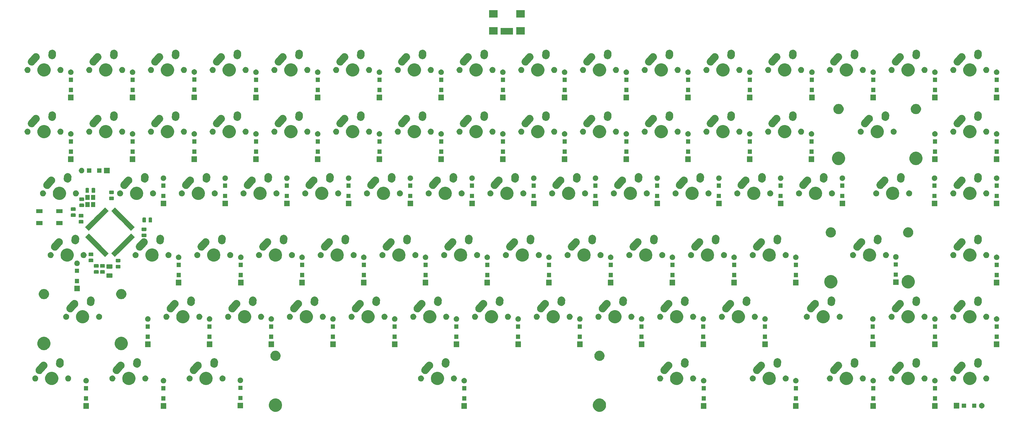
<source format=gbs>
G04 #@! TF.GenerationSoftware,KiCad,Pcbnew,(5.1.4)-1*
G04 #@! TF.CreationDate,2020-10-03T17:09:12+10:00*
G04 #@! TF.ProjectId,merchants 60,6d657263-6861-46e7-9473-2036302e6b69,rev?*
G04 #@! TF.SameCoordinates,Original*
G04 #@! TF.FileFunction,Soldermask,Bot*
G04 #@! TF.FilePolarity,Negative*
%FSLAX46Y46*%
G04 Gerber Fmt 4.6, Leading zero omitted, Abs format (unit mm)*
G04 Created by KiCad (PCBNEW (5.1.4)-1) date 2020-10-03 17:09:12*
%MOMM*%
%LPD*%
G04 APERTURE LIST*
%ADD10C,0.100000*%
G04 APERTURE END LIST*
D10*
G36*
X245065124Y-188057434D02*
G01*
X245283124Y-188147733D01*
X245437273Y-188211583D01*
X245772198Y-188435373D01*
X246057027Y-188720202D01*
X246280817Y-189055127D01*
X246280817Y-189055128D01*
X246434966Y-189427276D01*
X246513550Y-189822344D01*
X246513550Y-190225156D01*
X246434966Y-190620224D01*
X246391574Y-190724981D01*
X246280817Y-190992373D01*
X246057027Y-191327298D01*
X245772198Y-191612127D01*
X245437273Y-191835917D01*
X245283124Y-191899767D01*
X245065124Y-191990066D01*
X244670056Y-192068650D01*
X244267244Y-192068650D01*
X243872176Y-191990066D01*
X243654176Y-191899767D01*
X243500027Y-191835917D01*
X243165102Y-191612127D01*
X242880273Y-191327298D01*
X242656483Y-190992373D01*
X242545726Y-190724981D01*
X242502334Y-190620224D01*
X242423750Y-190225156D01*
X242423750Y-189822344D01*
X242502334Y-189427276D01*
X242656483Y-189055128D01*
X242656483Y-189055127D01*
X242880273Y-188720202D01*
X243165102Y-188435373D01*
X243500027Y-188211583D01*
X243654176Y-188147733D01*
X243872176Y-188057434D01*
X244267244Y-187978850D01*
X244670056Y-187978850D01*
X245065124Y-188057434D01*
X245065124Y-188057434D01*
G37*
G36*
X145065324Y-188057434D02*
G01*
X145283324Y-188147733D01*
X145437473Y-188211583D01*
X145772398Y-188435373D01*
X146057227Y-188720202D01*
X146281017Y-189055127D01*
X146281017Y-189055128D01*
X146435166Y-189427276D01*
X146513750Y-189822344D01*
X146513750Y-190225156D01*
X146435166Y-190620224D01*
X146391774Y-190724981D01*
X146281017Y-190992373D01*
X146057227Y-191327298D01*
X145772398Y-191612127D01*
X145437473Y-191835917D01*
X145283324Y-191899767D01*
X145065324Y-191990066D01*
X144670256Y-192068650D01*
X144267444Y-192068650D01*
X143872376Y-191990066D01*
X143654376Y-191899767D01*
X143500227Y-191835917D01*
X143165302Y-191612127D01*
X142880473Y-191327298D01*
X142656683Y-190992373D01*
X142545926Y-190724981D01*
X142502534Y-190620224D01*
X142423950Y-190225156D01*
X142423950Y-189822344D01*
X142502534Y-189427276D01*
X142656683Y-189055128D01*
X142656683Y-189055127D01*
X142880473Y-188720202D01*
X143165302Y-188435373D01*
X143500227Y-188211583D01*
X143654376Y-188147733D01*
X143872376Y-188057434D01*
X144267444Y-187978850D01*
X144670256Y-187978850D01*
X145065324Y-188057434D01*
X145065324Y-188057434D01*
G37*
G36*
X277488750Y-191123500D02*
G01*
X275786750Y-191123500D01*
X275786750Y-189421500D01*
X277488750Y-189421500D01*
X277488750Y-191123500D01*
X277488750Y-191123500D01*
G37*
G36*
X348862750Y-191123500D02*
G01*
X347160750Y-191123500D01*
X347160750Y-189421500D01*
X348862750Y-189421500D01*
X348862750Y-191123500D01*
X348862750Y-191123500D01*
G37*
G36*
X329812750Y-191123500D02*
G01*
X328110750Y-191123500D01*
X328110750Y-189421500D01*
X329812750Y-189421500D01*
X329812750Y-191123500D01*
X329812750Y-191123500D01*
G37*
G36*
X86861750Y-191123500D02*
G01*
X85159750Y-191123500D01*
X85159750Y-189421500D01*
X86861750Y-189421500D01*
X86861750Y-191123500D01*
X86861750Y-191123500D01*
G37*
G36*
X110737750Y-191123500D02*
G01*
X109035750Y-191123500D01*
X109035750Y-189421500D01*
X110737750Y-189421500D01*
X110737750Y-191123500D01*
X110737750Y-191123500D01*
G37*
G36*
X203574750Y-191123500D02*
G01*
X201872750Y-191123500D01*
X201872750Y-189421500D01*
X203574750Y-189421500D01*
X203574750Y-191123500D01*
X203574750Y-191123500D01*
G37*
G36*
X305936750Y-191123500D02*
G01*
X304234750Y-191123500D01*
X304234750Y-189421500D01*
X305936750Y-189421500D01*
X305936750Y-191123500D01*
X305936750Y-191123500D01*
G37*
G36*
X355503750Y-191033500D02*
G01*
X353801750Y-191033500D01*
X353801750Y-189331500D01*
X355503750Y-189331500D01*
X355503750Y-191033500D01*
X355503750Y-191033500D01*
G37*
G36*
X362700978Y-189364203D02*
G01*
X362855850Y-189428353D01*
X362995231Y-189521485D01*
X363113765Y-189640019D01*
X363206897Y-189779400D01*
X363271047Y-189934272D01*
X363303750Y-190098684D01*
X363303750Y-190266316D01*
X363271047Y-190430728D01*
X363206897Y-190585600D01*
X363113765Y-190724981D01*
X362995231Y-190843515D01*
X362855850Y-190936647D01*
X362700978Y-191000797D01*
X362536566Y-191033500D01*
X362368934Y-191033500D01*
X362204522Y-191000797D01*
X362049650Y-190936647D01*
X361910269Y-190843515D01*
X361791735Y-190724981D01*
X361698603Y-190585600D01*
X361634453Y-190430728D01*
X361601750Y-190266316D01*
X361601750Y-190098684D01*
X361634453Y-189934272D01*
X361698603Y-189779400D01*
X361791735Y-189640019D01*
X361910269Y-189521485D01*
X362049650Y-189428353D01*
X362204522Y-189364203D01*
X362368934Y-189331500D01*
X362536566Y-189331500D01*
X362700978Y-189364203D01*
X362700978Y-189364203D01*
G37*
G36*
X134486750Y-190996500D02*
G01*
X132784750Y-190996500D01*
X132784750Y-189294500D01*
X134486750Y-189294500D01*
X134486750Y-190996500D01*
X134486750Y-190996500D01*
G37*
G36*
X357628750Y-190833500D02*
G01*
X356326750Y-190833500D01*
X356326750Y-189531500D01*
X357628750Y-189531500D01*
X357628750Y-190833500D01*
X357628750Y-190833500D01*
G37*
G36*
X360778750Y-190833500D02*
G01*
X359476750Y-190833500D01*
X359476750Y-189531500D01*
X360778750Y-189531500D01*
X360778750Y-190833500D01*
X360778750Y-190833500D01*
G37*
G36*
X348662750Y-188598500D02*
G01*
X347360750Y-188598500D01*
X347360750Y-187296500D01*
X348662750Y-187296500D01*
X348662750Y-188598500D01*
X348662750Y-188598500D01*
G37*
G36*
X86661750Y-188598500D02*
G01*
X85359750Y-188598500D01*
X85359750Y-187296500D01*
X86661750Y-187296500D01*
X86661750Y-188598500D01*
X86661750Y-188598500D01*
G37*
G36*
X110537750Y-188598500D02*
G01*
X109235750Y-188598500D01*
X109235750Y-187296500D01*
X110537750Y-187296500D01*
X110537750Y-188598500D01*
X110537750Y-188598500D01*
G37*
G36*
X203374750Y-188598500D02*
G01*
X202072750Y-188598500D01*
X202072750Y-187296500D01*
X203374750Y-187296500D01*
X203374750Y-188598500D01*
X203374750Y-188598500D01*
G37*
G36*
X277288750Y-188598500D02*
G01*
X275986750Y-188598500D01*
X275986750Y-187296500D01*
X277288750Y-187296500D01*
X277288750Y-188598500D01*
X277288750Y-188598500D01*
G37*
G36*
X305736750Y-188598500D02*
G01*
X304434750Y-188598500D01*
X304434750Y-187296500D01*
X305736750Y-187296500D01*
X305736750Y-188598500D01*
X305736750Y-188598500D01*
G37*
G36*
X329612750Y-188598500D02*
G01*
X328310750Y-188598500D01*
X328310750Y-187296500D01*
X329612750Y-187296500D01*
X329612750Y-188598500D01*
X329612750Y-188598500D01*
G37*
G36*
X134286750Y-188471500D02*
G01*
X132984750Y-188471500D01*
X132984750Y-187169500D01*
X134286750Y-187169500D01*
X134286750Y-188471500D01*
X134286750Y-188471500D01*
G37*
G36*
X305736750Y-185448500D02*
G01*
X304434750Y-185448500D01*
X304434750Y-184146500D01*
X305736750Y-184146500D01*
X305736750Y-185448500D01*
X305736750Y-185448500D01*
G37*
G36*
X329612750Y-185448500D02*
G01*
X328310750Y-185448500D01*
X328310750Y-184146500D01*
X329612750Y-184146500D01*
X329612750Y-185448500D01*
X329612750Y-185448500D01*
G37*
G36*
X348662750Y-185448500D02*
G01*
X347360750Y-185448500D01*
X347360750Y-184146500D01*
X348662750Y-184146500D01*
X348662750Y-185448500D01*
X348662750Y-185448500D01*
G37*
G36*
X203374750Y-185448500D02*
G01*
X202072750Y-185448500D01*
X202072750Y-184146500D01*
X203374750Y-184146500D01*
X203374750Y-185448500D01*
X203374750Y-185448500D01*
G37*
G36*
X86661750Y-185448500D02*
G01*
X85359750Y-185448500D01*
X85359750Y-184146500D01*
X86661750Y-184146500D01*
X86661750Y-185448500D01*
X86661750Y-185448500D01*
G37*
G36*
X110537750Y-185448500D02*
G01*
X109235750Y-185448500D01*
X109235750Y-184146500D01*
X110537750Y-184146500D01*
X110537750Y-185448500D01*
X110537750Y-185448500D01*
G37*
G36*
X277288750Y-185448500D02*
G01*
X275986750Y-185448500D01*
X275986750Y-184146500D01*
X277288750Y-184146500D01*
X277288750Y-185448500D01*
X277288750Y-185448500D01*
G37*
G36*
X134286750Y-185321500D02*
G01*
X132984750Y-185321500D01*
X132984750Y-184019500D01*
X134286750Y-184019500D01*
X134286750Y-185321500D01*
X134286750Y-185321500D01*
G37*
G36*
X321271474Y-179802434D02*
G01*
X321489474Y-179892733D01*
X321643623Y-179956583D01*
X321978548Y-180180373D01*
X322263377Y-180465202D01*
X322487167Y-180800127D01*
X322519562Y-180878336D01*
X322641316Y-181172276D01*
X322719900Y-181567344D01*
X322719900Y-181970156D01*
X322641316Y-182365224D01*
X322590451Y-182488022D01*
X322487167Y-182737373D01*
X322263377Y-183072298D01*
X321978548Y-183357127D01*
X321643623Y-183580917D01*
X321489474Y-183644767D01*
X321271474Y-183735066D01*
X320876406Y-183813650D01*
X320473594Y-183813650D01*
X320078526Y-183735066D01*
X319860526Y-183644767D01*
X319706377Y-183580917D01*
X319371452Y-183357127D01*
X319086623Y-183072298D01*
X318862833Y-182737373D01*
X318759549Y-182488022D01*
X318708684Y-182365224D01*
X318630100Y-181970156D01*
X318630100Y-181567344D01*
X318708684Y-181172276D01*
X318830438Y-180878336D01*
X318862833Y-180800127D01*
X319086623Y-180465202D01*
X319371452Y-180180373D01*
X319706377Y-179956583D01*
X319860526Y-179892733D01*
X320078526Y-179802434D01*
X320473594Y-179723850D01*
X320876406Y-179723850D01*
X321271474Y-179802434D01*
X321271474Y-179802434D01*
G37*
G36*
X76002724Y-179802434D02*
G01*
X76220724Y-179892733D01*
X76374873Y-179956583D01*
X76709798Y-180180373D01*
X76994627Y-180465202D01*
X77218417Y-180800127D01*
X77250812Y-180878336D01*
X77372566Y-181172276D01*
X77451150Y-181567344D01*
X77451150Y-181970156D01*
X77372566Y-182365224D01*
X77321701Y-182488022D01*
X77218417Y-182737373D01*
X76994627Y-183072298D01*
X76709798Y-183357127D01*
X76374873Y-183580917D01*
X76220724Y-183644767D01*
X76002724Y-183735066D01*
X75607656Y-183813650D01*
X75204844Y-183813650D01*
X74809776Y-183735066D01*
X74591776Y-183644767D01*
X74437627Y-183580917D01*
X74102702Y-183357127D01*
X73817873Y-183072298D01*
X73594083Y-182737373D01*
X73490799Y-182488022D01*
X73439934Y-182365224D01*
X73361350Y-181970156D01*
X73361350Y-181567344D01*
X73439934Y-181172276D01*
X73561688Y-180878336D01*
X73594083Y-180800127D01*
X73817873Y-180465202D01*
X74102702Y-180180373D01*
X74437627Y-179956583D01*
X74591776Y-179892733D01*
X74809776Y-179802434D01*
X75204844Y-179723850D01*
X75607656Y-179723850D01*
X76002724Y-179802434D01*
X76002724Y-179802434D01*
G37*
G36*
X99815224Y-179802434D02*
G01*
X100033224Y-179892733D01*
X100187373Y-179956583D01*
X100522298Y-180180373D01*
X100807127Y-180465202D01*
X101030917Y-180800127D01*
X101063312Y-180878336D01*
X101185066Y-181172276D01*
X101263650Y-181567344D01*
X101263650Y-181970156D01*
X101185066Y-182365224D01*
X101134201Y-182488022D01*
X101030917Y-182737373D01*
X100807127Y-183072298D01*
X100522298Y-183357127D01*
X100187373Y-183580917D01*
X100033224Y-183644767D01*
X99815224Y-183735066D01*
X99420156Y-183813650D01*
X99017344Y-183813650D01*
X98622276Y-183735066D01*
X98404276Y-183644767D01*
X98250127Y-183580917D01*
X97915202Y-183357127D01*
X97630373Y-183072298D01*
X97406583Y-182737373D01*
X97303299Y-182488022D01*
X97252434Y-182365224D01*
X97173850Y-181970156D01*
X97173850Y-181567344D01*
X97252434Y-181172276D01*
X97374188Y-180878336D01*
X97406583Y-180800127D01*
X97630373Y-180465202D01*
X97915202Y-180180373D01*
X98250127Y-179956583D01*
X98404276Y-179892733D01*
X98622276Y-179802434D01*
X99017344Y-179723850D01*
X99420156Y-179723850D01*
X99815224Y-179802434D01*
X99815224Y-179802434D01*
G37*
G36*
X123627724Y-179802434D02*
G01*
X123845724Y-179892733D01*
X123999873Y-179956583D01*
X124334798Y-180180373D01*
X124619627Y-180465202D01*
X124843417Y-180800127D01*
X124875812Y-180878336D01*
X124997566Y-181172276D01*
X125076150Y-181567344D01*
X125076150Y-181970156D01*
X124997566Y-182365224D01*
X124946701Y-182488022D01*
X124843417Y-182737373D01*
X124619627Y-183072298D01*
X124334798Y-183357127D01*
X123999873Y-183580917D01*
X123845724Y-183644767D01*
X123627724Y-183735066D01*
X123232656Y-183813650D01*
X122829844Y-183813650D01*
X122434776Y-183735066D01*
X122216776Y-183644767D01*
X122062627Y-183580917D01*
X121727702Y-183357127D01*
X121442873Y-183072298D01*
X121219083Y-182737373D01*
X121115799Y-182488022D01*
X121064934Y-182365224D01*
X120986350Y-181970156D01*
X120986350Y-181567344D01*
X121064934Y-181172276D01*
X121186688Y-180878336D01*
X121219083Y-180800127D01*
X121442873Y-180465202D01*
X121727702Y-180180373D01*
X122062627Y-179956583D01*
X122216776Y-179892733D01*
X122434776Y-179802434D01*
X122829844Y-179723850D01*
X123232656Y-179723850D01*
X123627724Y-179802434D01*
X123627724Y-179802434D01*
G37*
G36*
X297458974Y-179802434D02*
G01*
X297676974Y-179892733D01*
X297831123Y-179956583D01*
X298166048Y-180180373D01*
X298450877Y-180465202D01*
X298674667Y-180800127D01*
X298707062Y-180878336D01*
X298828816Y-181172276D01*
X298907400Y-181567344D01*
X298907400Y-181970156D01*
X298828816Y-182365224D01*
X298777951Y-182488022D01*
X298674667Y-182737373D01*
X298450877Y-183072298D01*
X298166048Y-183357127D01*
X297831123Y-183580917D01*
X297676974Y-183644767D01*
X297458974Y-183735066D01*
X297063906Y-183813650D01*
X296661094Y-183813650D01*
X296266026Y-183735066D01*
X296048026Y-183644767D01*
X295893877Y-183580917D01*
X295558952Y-183357127D01*
X295274123Y-183072298D01*
X295050333Y-182737373D01*
X294947049Y-182488022D01*
X294896184Y-182365224D01*
X294817600Y-181970156D01*
X294817600Y-181567344D01*
X294896184Y-181172276D01*
X295017938Y-180878336D01*
X295050333Y-180800127D01*
X295274123Y-180465202D01*
X295558952Y-180180373D01*
X295893877Y-179956583D01*
X296048026Y-179892733D01*
X296266026Y-179802434D01*
X296661094Y-179723850D01*
X297063906Y-179723850D01*
X297458974Y-179802434D01*
X297458974Y-179802434D01*
G37*
G36*
X340321474Y-179802434D02*
G01*
X340539474Y-179892733D01*
X340693623Y-179956583D01*
X341028548Y-180180373D01*
X341313377Y-180465202D01*
X341537167Y-180800127D01*
X341569562Y-180878336D01*
X341691316Y-181172276D01*
X341769900Y-181567344D01*
X341769900Y-181970156D01*
X341691316Y-182365224D01*
X341640451Y-182488022D01*
X341537167Y-182737373D01*
X341313377Y-183072298D01*
X341028548Y-183357127D01*
X340693623Y-183580917D01*
X340539474Y-183644767D01*
X340321474Y-183735066D01*
X339926406Y-183813650D01*
X339523594Y-183813650D01*
X339128526Y-183735066D01*
X338910526Y-183644767D01*
X338756377Y-183580917D01*
X338421452Y-183357127D01*
X338136623Y-183072298D01*
X337912833Y-182737373D01*
X337809549Y-182488022D01*
X337758684Y-182365224D01*
X337680100Y-181970156D01*
X337680100Y-181567344D01*
X337758684Y-181172276D01*
X337880438Y-180878336D01*
X337912833Y-180800127D01*
X338136623Y-180465202D01*
X338421452Y-180180373D01*
X338756377Y-179956583D01*
X338910526Y-179892733D01*
X339128526Y-179802434D01*
X339523594Y-179723850D01*
X339926406Y-179723850D01*
X340321474Y-179802434D01*
X340321474Y-179802434D01*
G37*
G36*
X359371474Y-179802434D02*
G01*
X359589474Y-179892733D01*
X359743623Y-179956583D01*
X360078548Y-180180373D01*
X360363377Y-180465202D01*
X360587167Y-180800127D01*
X360619562Y-180878336D01*
X360741316Y-181172276D01*
X360819900Y-181567344D01*
X360819900Y-181970156D01*
X360741316Y-182365224D01*
X360690451Y-182488022D01*
X360587167Y-182737373D01*
X360363377Y-183072298D01*
X360078548Y-183357127D01*
X359743623Y-183580917D01*
X359589474Y-183644767D01*
X359371474Y-183735066D01*
X358976406Y-183813650D01*
X358573594Y-183813650D01*
X358178526Y-183735066D01*
X357960526Y-183644767D01*
X357806377Y-183580917D01*
X357471452Y-183357127D01*
X357186623Y-183072298D01*
X356962833Y-182737373D01*
X356859549Y-182488022D01*
X356808684Y-182365224D01*
X356730100Y-181970156D01*
X356730100Y-181567344D01*
X356808684Y-181172276D01*
X356930438Y-180878336D01*
X356962833Y-180800127D01*
X357186623Y-180465202D01*
X357471452Y-180180373D01*
X357806377Y-179956583D01*
X357960526Y-179892733D01*
X358178526Y-179802434D01*
X358573594Y-179723850D01*
X358976406Y-179723850D01*
X359371474Y-179802434D01*
X359371474Y-179802434D01*
G37*
G36*
X195065224Y-179802434D02*
G01*
X195283224Y-179892733D01*
X195437373Y-179956583D01*
X195772298Y-180180373D01*
X196057127Y-180465202D01*
X196280917Y-180800127D01*
X196313312Y-180878336D01*
X196435066Y-181172276D01*
X196513650Y-181567344D01*
X196513650Y-181970156D01*
X196435066Y-182365224D01*
X196384201Y-182488022D01*
X196280917Y-182737373D01*
X196057127Y-183072298D01*
X195772298Y-183357127D01*
X195437373Y-183580917D01*
X195283224Y-183644767D01*
X195065224Y-183735066D01*
X194670156Y-183813650D01*
X194267344Y-183813650D01*
X193872276Y-183735066D01*
X193654276Y-183644767D01*
X193500127Y-183580917D01*
X193165202Y-183357127D01*
X192880373Y-183072298D01*
X192656583Y-182737373D01*
X192553299Y-182488022D01*
X192502434Y-182365224D01*
X192423850Y-181970156D01*
X192423850Y-181567344D01*
X192502434Y-181172276D01*
X192624188Y-180878336D01*
X192656583Y-180800127D01*
X192880373Y-180465202D01*
X193165202Y-180180373D01*
X193500127Y-179956583D01*
X193654276Y-179892733D01*
X193872276Y-179802434D01*
X194267344Y-179723850D01*
X194670156Y-179723850D01*
X195065224Y-179802434D01*
X195065224Y-179802434D01*
G37*
G36*
X268883974Y-179802434D02*
G01*
X269101974Y-179892733D01*
X269256123Y-179956583D01*
X269591048Y-180180373D01*
X269875877Y-180465202D01*
X270099667Y-180800127D01*
X270132062Y-180878336D01*
X270253816Y-181172276D01*
X270332400Y-181567344D01*
X270332400Y-181970156D01*
X270253816Y-182365224D01*
X270202951Y-182488022D01*
X270099667Y-182737373D01*
X269875877Y-183072298D01*
X269591048Y-183357127D01*
X269256123Y-183580917D01*
X269101974Y-183644767D01*
X268883974Y-183735066D01*
X268488906Y-183813650D01*
X268086094Y-183813650D01*
X267691026Y-183735066D01*
X267473026Y-183644767D01*
X267318877Y-183580917D01*
X266983952Y-183357127D01*
X266699123Y-183072298D01*
X266475333Y-182737373D01*
X266372049Y-182488022D01*
X266321184Y-182365224D01*
X266242600Y-181970156D01*
X266242600Y-181567344D01*
X266321184Y-181172276D01*
X266442938Y-180878336D01*
X266475333Y-180800127D01*
X266699123Y-180465202D01*
X266983952Y-180180373D01*
X267318877Y-179956583D01*
X267473026Y-179892733D01*
X267691026Y-179802434D01*
X268086094Y-179723850D01*
X268488906Y-179723850D01*
X268883974Y-179802434D01*
X268883974Y-179802434D01*
G37*
G36*
X305333978Y-181654203D02*
G01*
X305488850Y-181718353D01*
X305628231Y-181811485D01*
X305746765Y-181930019D01*
X305839897Y-182069400D01*
X305904047Y-182224272D01*
X305936750Y-182388684D01*
X305936750Y-182556316D01*
X305904047Y-182720728D01*
X305839897Y-182875600D01*
X305746765Y-183014981D01*
X305628231Y-183133515D01*
X305488850Y-183226647D01*
X305333978Y-183290797D01*
X305169566Y-183323500D01*
X305001934Y-183323500D01*
X304837522Y-183290797D01*
X304682650Y-183226647D01*
X304543269Y-183133515D01*
X304424735Y-183014981D01*
X304331603Y-182875600D01*
X304267453Y-182720728D01*
X304234750Y-182556316D01*
X304234750Y-182388684D01*
X304267453Y-182224272D01*
X304331603Y-182069400D01*
X304424735Y-181930019D01*
X304543269Y-181811485D01*
X304682650Y-181718353D01*
X304837522Y-181654203D01*
X305001934Y-181621500D01*
X305169566Y-181621500D01*
X305333978Y-181654203D01*
X305333978Y-181654203D01*
G37*
G36*
X329209978Y-181654203D02*
G01*
X329364850Y-181718353D01*
X329504231Y-181811485D01*
X329622765Y-181930019D01*
X329715897Y-182069400D01*
X329780047Y-182224272D01*
X329812750Y-182388684D01*
X329812750Y-182556316D01*
X329780047Y-182720728D01*
X329715897Y-182875600D01*
X329622765Y-183014981D01*
X329504231Y-183133515D01*
X329364850Y-183226647D01*
X329209978Y-183290797D01*
X329045566Y-183323500D01*
X328877934Y-183323500D01*
X328713522Y-183290797D01*
X328558650Y-183226647D01*
X328419269Y-183133515D01*
X328300735Y-183014981D01*
X328207603Y-182875600D01*
X328143453Y-182720728D01*
X328110750Y-182556316D01*
X328110750Y-182388684D01*
X328143453Y-182224272D01*
X328207603Y-182069400D01*
X328300735Y-181930019D01*
X328419269Y-181811485D01*
X328558650Y-181718353D01*
X328713522Y-181654203D01*
X328877934Y-181621500D01*
X329045566Y-181621500D01*
X329209978Y-181654203D01*
X329209978Y-181654203D01*
G37*
G36*
X276885978Y-181654203D02*
G01*
X277040850Y-181718353D01*
X277180231Y-181811485D01*
X277298765Y-181930019D01*
X277391897Y-182069400D01*
X277456047Y-182224272D01*
X277488750Y-182388684D01*
X277488750Y-182556316D01*
X277456047Y-182720728D01*
X277391897Y-182875600D01*
X277298765Y-183014981D01*
X277180231Y-183133515D01*
X277040850Y-183226647D01*
X276885978Y-183290797D01*
X276721566Y-183323500D01*
X276553934Y-183323500D01*
X276389522Y-183290797D01*
X276234650Y-183226647D01*
X276095269Y-183133515D01*
X275976735Y-183014981D01*
X275883603Y-182875600D01*
X275819453Y-182720728D01*
X275786750Y-182556316D01*
X275786750Y-182388684D01*
X275819453Y-182224272D01*
X275883603Y-182069400D01*
X275976735Y-181930019D01*
X276095269Y-181811485D01*
X276234650Y-181718353D01*
X276389522Y-181654203D01*
X276553934Y-181621500D01*
X276721566Y-181621500D01*
X276885978Y-181654203D01*
X276885978Y-181654203D01*
G37*
G36*
X110134978Y-181654203D02*
G01*
X110289850Y-181718353D01*
X110429231Y-181811485D01*
X110547765Y-181930019D01*
X110640897Y-182069400D01*
X110705047Y-182224272D01*
X110737750Y-182388684D01*
X110737750Y-182556316D01*
X110705047Y-182720728D01*
X110640897Y-182875600D01*
X110547765Y-183014981D01*
X110429231Y-183133515D01*
X110289850Y-183226647D01*
X110134978Y-183290797D01*
X109970566Y-183323500D01*
X109802934Y-183323500D01*
X109638522Y-183290797D01*
X109483650Y-183226647D01*
X109344269Y-183133515D01*
X109225735Y-183014981D01*
X109132603Y-182875600D01*
X109068453Y-182720728D01*
X109035750Y-182556316D01*
X109035750Y-182388684D01*
X109068453Y-182224272D01*
X109132603Y-182069400D01*
X109225735Y-181930019D01*
X109344269Y-181811485D01*
X109483650Y-181718353D01*
X109638522Y-181654203D01*
X109802934Y-181621500D01*
X109970566Y-181621500D01*
X110134978Y-181654203D01*
X110134978Y-181654203D01*
G37*
G36*
X86258978Y-181654203D02*
G01*
X86413850Y-181718353D01*
X86553231Y-181811485D01*
X86671765Y-181930019D01*
X86764897Y-182069400D01*
X86829047Y-182224272D01*
X86861750Y-182388684D01*
X86861750Y-182556316D01*
X86829047Y-182720728D01*
X86764897Y-182875600D01*
X86671765Y-183014981D01*
X86553231Y-183133515D01*
X86413850Y-183226647D01*
X86258978Y-183290797D01*
X86094566Y-183323500D01*
X85926934Y-183323500D01*
X85762522Y-183290797D01*
X85607650Y-183226647D01*
X85468269Y-183133515D01*
X85349735Y-183014981D01*
X85256603Y-182875600D01*
X85192453Y-182720728D01*
X85159750Y-182556316D01*
X85159750Y-182388684D01*
X85192453Y-182224272D01*
X85256603Y-182069400D01*
X85349735Y-181930019D01*
X85468269Y-181811485D01*
X85607650Y-181718353D01*
X85762522Y-181654203D01*
X85926934Y-181621500D01*
X86094566Y-181621500D01*
X86258978Y-181654203D01*
X86258978Y-181654203D01*
G37*
G36*
X348259978Y-181654203D02*
G01*
X348414850Y-181718353D01*
X348554231Y-181811485D01*
X348672765Y-181930019D01*
X348765897Y-182069400D01*
X348830047Y-182224272D01*
X348862750Y-182388684D01*
X348862750Y-182556316D01*
X348830047Y-182720728D01*
X348765897Y-182875600D01*
X348672765Y-183014981D01*
X348554231Y-183133515D01*
X348414850Y-183226647D01*
X348259978Y-183290797D01*
X348095566Y-183323500D01*
X347927934Y-183323500D01*
X347763522Y-183290797D01*
X347608650Y-183226647D01*
X347469269Y-183133515D01*
X347350735Y-183014981D01*
X347257603Y-182875600D01*
X347193453Y-182720728D01*
X347160750Y-182556316D01*
X347160750Y-182388684D01*
X347193453Y-182224272D01*
X347257603Y-182069400D01*
X347350735Y-181930019D01*
X347469269Y-181811485D01*
X347608650Y-181718353D01*
X347763522Y-181654203D01*
X347927934Y-181621500D01*
X348095566Y-181621500D01*
X348259978Y-181654203D01*
X348259978Y-181654203D01*
G37*
G36*
X202971978Y-181654203D02*
G01*
X203126850Y-181718353D01*
X203266231Y-181811485D01*
X203384765Y-181930019D01*
X203477897Y-182069400D01*
X203542047Y-182224272D01*
X203574750Y-182388684D01*
X203574750Y-182556316D01*
X203542047Y-182720728D01*
X203477897Y-182875600D01*
X203384765Y-183014981D01*
X203266231Y-183133515D01*
X203126850Y-183226647D01*
X202971978Y-183290797D01*
X202807566Y-183323500D01*
X202639934Y-183323500D01*
X202475522Y-183290797D01*
X202320650Y-183226647D01*
X202181269Y-183133515D01*
X202062735Y-183014981D01*
X201969603Y-182875600D01*
X201905453Y-182720728D01*
X201872750Y-182556316D01*
X201872750Y-182388684D01*
X201905453Y-182224272D01*
X201969603Y-182069400D01*
X202062735Y-181930019D01*
X202181269Y-181811485D01*
X202320650Y-181718353D01*
X202475522Y-181654203D01*
X202639934Y-181621500D01*
X202807566Y-181621500D01*
X202971978Y-181654203D01*
X202971978Y-181654203D01*
G37*
G36*
X133883978Y-181527203D02*
G01*
X134038850Y-181591353D01*
X134178231Y-181684485D01*
X134296765Y-181803019D01*
X134389897Y-181942400D01*
X134454047Y-182097272D01*
X134486750Y-182261684D01*
X134486750Y-182429316D01*
X134454047Y-182593728D01*
X134389897Y-182748600D01*
X134296765Y-182887981D01*
X134178231Y-183006515D01*
X134038850Y-183099647D01*
X133883978Y-183163797D01*
X133719566Y-183196500D01*
X133551934Y-183196500D01*
X133387522Y-183163797D01*
X133232650Y-183099647D01*
X133093269Y-183006515D01*
X132974735Y-182887981D01*
X132881603Y-182748600D01*
X132817453Y-182593728D01*
X132784750Y-182429316D01*
X132784750Y-182261684D01*
X132817453Y-182097272D01*
X132881603Y-181942400D01*
X132974735Y-181803019D01*
X133093269Y-181684485D01*
X133232650Y-181591353D01*
X133387522Y-181527203D01*
X133551934Y-181494500D01*
X133719566Y-181494500D01*
X133883978Y-181527203D01*
X133883978Y-181527203D01*
G37*
G36*
X302212604Y-180878335D02*
G01*
X302381126Y-180948139D01*
X302532791Y-181049478D01*
X302661772Y-181178459D01*
X302763111Y-181330124D01*
X302832915Y-181498646D01*
X302868500Y-181677547D01*
X302868500Y-181859953D01*
X302832915Y-182038854D01*
X302763111Y-182207376D01*
X302661772Y-182359041D01*
X302532791Y-182488022D01*
X302381126Y-182589361D01*
X302212604Y-182659165D01*
X302033703Y-182694750D01*
X301851297Y-182694750D01*
X301672396Y-182659165D01*
X301503874Y-182589361D01*
X301352209Y-182488022D01*
X301223228Y-182359041D01*
X301121889Y-182207376D01*
X301052085Y-182038854D01*
X301016500Y-181859953D01*
X301016500Y-181677547D01*
X301052085Y-181498646D01*
X301121889Y-181330124D01*
X301223228Y-181178459D01*
X301352209Y-181049478D01*
X301503874Y-180948139D01*
X301672396Y-180878335D01*
X301851297Y-180842750D01*
X302033703Y-180842750D01*
X302212604Y-180878335D01*
X302212604Y-180878335D01*
G37*
G36*
X189658854Y-180878335D02*
G01*
X189827376Y-180948139D01*
X189979041Y-181049478D01*
X190108022Y-181178459D01*
X190209361Y-181330124D01*
X190279165Y-181498646D01*
X190314750Y-181677547D01*
X190314750Y-181859953D01*
X190279165Y-182038854D01*
X190209361Y-182207376D01*
X190108022Y-182359041D01*
X189979041Y-182488022D01*
X189827376Y-182589361D01*
X189658854Y-182659165D01*
X189479953Y-182694750D01*
X189297547Y-182694750D01*
X189118646Y-182659165D01*
X188950124Y-182589361D01*
X188798459Y-182488022D01*
X188669478Y-182359041D01*
X188568139Y-182207376D01*
X188498335Y-182038854D01*
X188462750Y-181859953D01*
X188462750Y-181677547D01*
X188498335Y-181498646D01*
X188568139Y-181330124D01*
X188669478Y-181178459D01*
X188798459Y-181049478D01*
X188950124Y-180948139D01*
X189118646Y-180878335D01*
X189297547Y-180842750D01*
X189479953Y-180842750D01*
X189658854Y-180878335D01*
X189658854Y-180878335D01*
G37*
G36*
X128381354Y-180878335D02*
G01*
X128549876Y-180948139D01*
X128701541Y-181049478D01*
X128830522Y-181178459D01*
X128931861Y-181330124D01*
X129001665Y-181498646D01*
X129037250Y-181677547D01*
X129037250Y-181859953D01*
X129001665Y-182038854D01*
X128931861Y-182207376D01*
X128830522Y-182359041D01*
X128701541Y-182488022D01*
X128549876Y-182589361D01*
X128381354Y-182659165D01*
X128202453Y-182694750D01*
X128020047Y-182694750D01*
X127841146Y-182659165D01*
X127672624Y-182589361D01*
X127520959Y-182488022D01*
X127391978Y-182359041D01*
X127290639Y-182207376D01*
X127220835Y-182038854D01*
X127185250Y-181859953D01*
X127185250Y-181677547D01*
X127220835Y-181498646D01*
X127290639Y-181330124D01*
X127391978Y-181178459D01*
X127520959Y-181049478D01*
X127672624Y-180948139D01*
X127841146Y-180878335D01*
X128020047Y-180842750D01*
X128202453Y-180842750D01*
X128381354Y-180878335D01*
X128381354Y-180878335D01*
G37*
G36*
X118221354Y-180878335D02*
G01*
X118389876Y-180948139D01*
X118541541Y-181049478D01*
X118670522Y-181178459D01*
X118771861Y-181330124D01*
X118841665Y-181498646D01*
X118877250Y-181677547D01*
X118877250Y-181859953D01*
X118841665Y-182038854D01*
X118771861Y-182207376D01*
X118670522Y-182359041D01*
X118541541Y-182488022D01*
X118389876Y-182589361D01*
X118221354Y-182659165D01*
X118042453Y-182694750D01*
X117860047Y-182694750D01*
X117681146Y-182659165D01*
X117512624Y-182589361D01*
X117360959Y-182488022D01*
X117231978Y-182359041D01*
X117130639Y-182207376D01*
X117060835Y-182038854D01*
X117025250Y-181859953D01*
X117025250Y-181677547D01*
X117060835Y-181498646D01*
X117130639Y-181330124D01*
X117231978Y-181178459D01*
X117360959Y-181049478D01*
X117512624Y-180948139D01*
X117681146Y-180878335D01*
X117860047Y-180842750D01*
X118042453Y-180842750D01*
X118221354Y-180878335D01*
X118221354Y-180878335D01*
G37*
G36*
X104568854Y-180878335D02*
G01*
X104737376Y-180948139D01*
X104889041Y-181049478D01*
X105018022Y-181178459D01*
X105119361Y-181330124D01*
X105189165Y-181498646D01*
X105224750Y-181677547D01*
X105224750Y-181859953D01*
X105189165Y-182038854D01*
X105119361Y-182207376D01*
X105018022Y-182359041D01*
X104889041Y-182488022D01*
X104737376Y-182589361D01*
X104568854Y-182659165D01*
X104389953Y-182694750D01*
X104207547Y-182694750D01*
X104028646Y-182659165D01*
X103860124Y-182589361D01*
X103708459Y-182488022D01*
X103579478Y-182359041D01*
X103478139Y-182207376D01*
X103408335Y-182038854D01*
X103372750Y-181859953D01*
X103372750Y-181677547D01*
X103408335Y-181498646D01*
X103478139Y-181330124D01*
X103579478Y-181178459D01*
X103708459Y-181049478D01*
X103860124Y-180948139D01*
X104028646Y-180878335D01*
X104207547Y-180842750D01*
X104389953Y-180842750D01*
X104568854Y-180878335D01*
X104568854Y-180878335D01*
G37*
G36*
X94408854Y-180878335D02*
G01*
X94577376Y-180948139D01*
X94729041Y-181049478D01*
X94858022Y-181178459D01*
X94959361Y-181330124D01*
X95029165Y-181498646D01*
X95064750Y-181677547D01*
X95064750Y-181859953D01*
X95029165Y-182038854D01*
X94959361Y-182207376D01*
X94858022Y-182359041D01*
X94729041Y-182488022D01*
X94577376Y-182589361D01*
X94408854Y-182659165D01*
X94229953Y-182694750D01*
X94047547Y-182694750D01*
X93868646Y-182659165D01*
X93700124Y-182589361D01*
X93548459Y-182488022D01*
X93419478Y-182359041D01*
X93318139Y-182207376D01*
X93248335Y-182038854D01*
X93212750Y-181859953D01*
X93212750Y-181677547D01*
X93248335Y-181498646D01*
X93318139Y-181330124D01*
X93419478Y-181178459D01*
X93548459Y-181049478D01*
X93700124Y-180948139D01*
X93868646Y-180878335D01*
X94047547Y-180842750D01*
X94229953Y-180842750D01*
X94408854Y-180878335D01*
X94408854Y-180878335D01*
G37*
G36*
X80756354Y-180878335D02*
G01*
X80924876Y-180948139D01*
X81076541Y-181049478D01*
X81205522Y-181178459D01*
X81306861Y-181330124D01*
X81376665Y-181498646D01*
X81412250Y-181677547D01*
X81412250Y-181859953D01*
X81376665Y-182038854D01*
X81306861Y-182207376D01*
X81205522Y-182359041D01*
X81076541Y-182488022D01*
X80924876Y-182589361D01*
X80756354Y-182659165D01*
X80577453Y-182694750D01*
X80395047Y-182694750D01*
X80216146Y-182659165D01*
X80047624Y-182589361D01*
X79895959Y-182488022D01*
X79766978Y-182359041D01*
X79665639Y-182207376D01*
X79595835Y-182038854D01*
X79560250Y-181859953D01*
X79560250Y-181677547D01*
X79595835Y-181498646D01*
X79665639Y-181330124D01*
X79766978Y-181178459D01*
X79895959Y-181049478D01*
X80047624Y-180948139D01*
X80216146Y-180878335D01*
X80395047Y-180842750D01*
X80577453Y-180842750D01*
X80756354Y-180878335D01*
X80756354Y-180878335D01*
G37*
G36*
X70596354Y-180878335D02*
G01*
X70764876Y-180948139D01*
X70916541Y-181049478D01*
X71045522Y-181178459D01*
X71146861Y-181330124D01*
X71216665Y-181498646D01*
X71252250Y-181677547D01*
X71252250Y-181859953D01*
X71216665Y-182038854D01*
X71146861Y-182207376D01*
X71045522Y-182359041D01*
X70916541Y-182488022D01*
X70764876Y-182589361D01*
X70596354Y-182659165D01*
X70417453Y-182694750D01*
X70235047Y-182694750D01*
X70056146Y-182659165D01*
X69887624Y-182589361D01*
X69735959Y-182488022D01*
X69606978Y-182359041D01*
X69505639Y-182207376D01*
X69435835Y-182038854D01*
X69400250Y-181859953D01*
X69400250Y-181677547D01*
X69435835Y-181498646D01*
X69505639Y-181330124D01*
X69606978Y-181178459D01*
X69735959Y-181049478D01*
X69887624Y-180948139D01*
X70056146Y-180878335D01*
X70235047Y-180842750D01*
X70417453Y-180842750D01*
X70596354Y-180878335D01*
X70596354Y-180878335D01*
G37*
G36*
X199818854Y-180878335D02*
G01*
X199987376Y-180948139D01*
X200139041Y-181049478D01*
X200268022Y-181178459D01*
X200369361Y-181330124D01*
X200439165Y-181498646D01*
X200474750Y-181677547D01*
X200474750Y-181859953D01*
X200439165Y-182038854D01*
X200369361Y-182207376D01*
X200268022Y-182359041D01*
X200139041Y-182488022D01*
X199987376Y-182589361D01*
X199818854Y-182659165D01*
X199639953Y-182694750D01*
X199457547Y-182694750D01*
X199278646Y-182659165D01*
X199110124Y-182589361D01*
X198958459Y-182488022D01*
X198829478Y-182359041D01*
X198728139Y-182207376D01*
X198658335Y-182038854D01*
X198622750Y-181859953D01*
X198622750Y-181677547D01*
X198658335Y-181498646D01*
X198728139Y-181330124D01*
X198829478Y-181178459D01*
X198958459Y-181049478D01*
X199110124Y-180948139D01*
X199278646Y-180878335D01*
X199457547Y-180842750D01*
X199639953Y-180842750D01*
X199818854Y-180878335D01*
X199818854Y-180878335D01*
G37*
G36*
X315865104Y-180878335D02*
G01*
X316033626Y-180948139D01*
X316185291Y-181049478D01*
X316314272Y-181178459D01*
X316415611Y-181330124D01*
X316485415Y-181498646D01*
X316521000Y-181677547D01*
X316521000Y-181859953D01*
X316485415Y-182038854D01*
X316415611Y-182207376D01*
X316314272Y-182359041D01*
X316185291Y-182488022D01*
X316033626Y-182589361D01*
X315865104Y-182659165D01*
X315686203Y-182694750D01*
X315503797Y-182694750D01*
X315324896Y-182659165D01*
X315156374Y-182589361D01*
X315004709Y-182488022D01*
X314875728Y-182359041D01*
X314774389Y-182207376D01*
X314704585Y-182038854D01*
X314669000Y-181859953D01*
X314669000Y-181677547D01*
X314704585Y-181498646D01*
X314774389Y-181330124D01*
X314875728Y-181178459D01*
X315004709Y-181049478D01*
X315156374Y-180948139D01*
X315324896Y-180878335D01*
X315503797Y-180842750D01*
X315686203Y-180842750D01*
X315865104Y-180878335D01*
X315865104Y-180878335D01*
G37*
G36*
X353965104Y-180878335D02*
G01*
X354133626Y-180948139D01*
X354285291Y-181049478D01*
X354414272Y-181178459D01*
X354515611Y-181330124D01*
X354585415Y-181498646D01*
X354621000Y-181677547D01*
X354621000Y-181859953D01*
X354585415Y-182038854D01*
X354515611Y-182207376D01*
X354414272Y-182359041D01*
X354285291Y-182488022D01*
X354133626Y-182589361D01*
X353965104Y-182659165D01*
X353786203Y-182694750D01*
X353603797Y-182694750D01*
X353424896Y-182659165D01*
X353256374Y-182589361D01*
X353104709Y-182488022D01*
X352975728Y-182359041D01*
X352874389Y-182207376D01*
X352804585Y-182038854D01*
X352769000Y-181859953D01*
X352769000Y-181677547D01*
X352804585Y-181498646D01*
X352874389Y-181330124D01*
X352975728Y-181178459D01*
X353104709Y-181049478D01*
X353256374Y-180948139D01*
X353424896Y-180878335D01*
X353603797Y-180842750D01*
X353786203Y-180842750D01*
X353965104Y-180878335D01*
X353965104Y-180878335D01*
G37*
G36*
X292052604Y-180878335D02*
G01*
X292221126Y-180948139D01*
X292372791Y-181049478D01*
X292501772Y-181178459D01*
X292603111Y-181330124D01*
X292672915Y-181498646D01*
X292708500Y-181677547D01*
X292708500Y-181859953D01*
X292672915Y-182038854D01*
X292603111Y-182207376D01*
X292501772Y-182359041D01*
X292372791Y-182488022D01*
X292221126Y-182589361D01*
X292052604Y-182659165D01*
X291873703Y-182694750D01*
X291691297Y-182694750D01*
X291512396Y-182659165D01*
X291343874Y-182589361D01*
X291192209Y-182488022D01*
X291063228Y-182359041D01*
X290961889Y-182207376D01*
X290892085Y-182038854D01*
X290856500Y-181859953D01*
X290856500Y-181677547D01*
X290892085Y-181498646D01*
X290961889Y-181330124D01*
X291063228Y-181178459D01*
X291192209Y-181049478D01*
X291343874Y-180948139D01*
X291512396Y-180878335D01*
X291691297Y-180842750D01*
X291873703Y-180842750D01*
X292052604Y-180878335D01*
X292052604Y-180878335D01*
G37*
G36*
X273637604Y-180878335D02*
G01*
X273806126Y-180948139D01*
X273957791Y-181049478D01*
X274086772Y-181178459D01*
X274188111Y-181330124D01*
X274257915Y-181498646D01*
X274293500Y-181677547D01*
X274293500Y-181859953D01*
X274257915Y-182038854D01*
X274188111Y-182207376D01*
X274086772Y-182359041D01*
X273957791Y-182488022D01*
X273806126Y-182589361D01*
X273637604Y-182659165D01*
X273458703Y-182694750D01*
X273276297Y-182694750D01*
X273097396Y-182659165D01*
X272928874Y-182589361D01*
X272777209Y-182488022D01*
X272648228Y-182359041D01*
X272546889Y-182207376D01*
X272477085Y-182038854D01*
X272441500Y-181859953D01*
X272441500Y-181677547D01*
X272477085Y-181498646D01*
X272546889Y-181330124D01*
X272648228Y-181178459D01*
X272777209Y-181049478D01*
X272928874Y-180948139D01*
X273097396Y-180878335D01*
X273276297Y-180842750D01*
X273458703Y-180842750D01*
X273637604Y-180878335D01*
X273637604Y-180878335D01*
G37*
G36*
X263477604Y-180878335D02*
G01*
X263646126Y-180948139D01*
X263797791Y-181049478D01*
X263926772Y-181178459D01*
X264028111Y-181330124D01*
X264097915Y-181498646D01*
X264133500Y-181677547D01*
X264133500Y-181859953D01*
X264097915Y-182038854D01*
X264028111Y-182207376D01*
X263926772Y-182359041D01*
X263797791Y-182488022D01*
X263646126Y-182589361D01*
X263477604Y-182659165D01*
X263298703Y-182694750D01*
X263116297Y-182694750D01*
X262937396Y-182659165D01*
X262768874Y-182589361D01*
X262617209Y-182488022D01*
X262488228Y-182359041D01*
X262386889Y-182207376D01*
X262317085Y-182038854D01*
X262281500Y-181859953D01*
X262281500Y-181677547D01*
X262317085Y-181498646D01*
X262386889Y-181330124D01*
X262488228Y-181178459D01*
X262617209Y-181049478D01*
X262768874Y-180948139D01*
X262937396Y-180878335D01*
X263116297Y-180842750D01*
X263298703Y-180842750D01*
X263477604Y-180878335D01*
X263477604Y-180878335D01*
G37*
G36*
X364125104Y-180878335D02*
G01*
X364293626Y-180948139D01*
X364445291Y-181049478D01*
X364574272Y-181178459D01*
X364675611Y-181330124D01*
X364745415Y-181498646D01*
X364781000Y-181677547D01*
X364781000Y-181859953D01*
X364745415Y-182038854D01*
X364675611Y-182207376D01*
X364574272Y-182359041D01*
X364445291Y-182488022D01*
X364293626Y-182589361D01*
X364125104Y-182659165D01*
X363946203Y-182694750D01*
X363763797Y-182694750D01*
X363584896Y-182659165D01*
X363416374Y-182589361D01*
X363264709Y-182488022D01*
X363135728Y-182359041D01*
X363034389Y-182207376D01*
X362964585Y-182038854D01*
X362929000Y-181859953D01*
X362929000Y-181677547D01*
X362964585Y-181498646D01*
X363034389Y-181330124D01*
X363135728Y-181178459D01*
X363264709Y-181049478D01*
X363416374Y-180948139D01*
X363584896Y-180878335D01*
X363763797Y-180842750D01*
X363946203Y-180842750D01*
X364125104Y-180878335D01*
X364125104Y-180878335D01*
G37*
G36*
X345075104Y-180878335D02*
G01*
X345243626Y-180948139D01*
X345395291Y-181049478D01*
X345524272Y-181178459D01*
X345625611Y-181330124D01*
X345695415Y-181498646D01*
X345731000Y-181677547D01*
X345731000Y-181859953D01*
X345695415Y-182038854D01*
X345625611Y-182207376D01*
X345524272Y-182359041D01*
X345395291Y-182488022D01*
X345243626Y-182589361D01*
X345075104Y-182659165D01*
X344896203Y-182694750D01*
X344713797Y-182694750D01*
X344534896Y-182659165D01*
X344366374Y-182589361D01*
X344214709Y-182488022D01*
X344085728Y-182359041D01*
X343984389Y-182207376D01*
X343914585Y-182038854D01*
X343879000Y-181859953D01*
X343879000Y-181677547D01*
X343914585Y-181498646D01*
X343984389Y-181330124D01*
X344085728Y-181178459D01*
X344214709Y-181049478D01*
X344366374Y-180948139D01*
X344534896Y-180878335D01*
X344713797Y-180842750D01*
X344896203Y-180842750D01*
X345075104Y-180878335D01*
X345075104Y-180878335D01*
G37*
G36*
X334915104Y-180878335D02*
G01*
X335083626Y-180948139D01*
X335235291Y-181049478D01*
X335364272Y-181178459D01*
X335465611Y-181330124D01*
X335535415Y-181498646D01*
X335571000Y-181677547D01*
X335571000Y-181859953D01*
X335535415Y-182038854D01*
X335465611Y-182207376D01*
X335364272Y-182359041D01*
X335235291Y-182488022D01*
X335083626Y-182589361D01*
X334915104Y-182659165D01*
X334736203Y-182694750D01*
X334553797Y-182694750D01*
X334374896Y-182659165D01*
X334206374Y-182589361D01*
X334054709Y-182488022D01*
X333925728Y-182359041D01*
X333824389Y-182207376D01*
X333754585Y-182038854D01*
X333719000Y-181859953D01*
X333719000Y-181677547D01*
X333754585Y-181498646D01*
X333824389Y-181330124D01*
X333925728Y-181178459D01*
X334054709Y-181049478D01*
X334206374Y-180948139D01*
X334374896Y-180878335D01*
X334553797Y-180842750D01*
X334736203Y-180842750D01*
X334915104Y-180878335D01*
X334915104Y-180878335D01*
G37*
G36*
X326025104Y-180878335D02*
G01*
X326193626Y-180948139D01*
X326345291Y-181049478D01*
X326474272Y-181178459D01*
X326575611Y-181330124D01*
X326645415Y-181498646D01*
X326681000Y-181677547D01*
X326681000Y-181859953D01*
X326645415Y-182038854D01*
X326575611Y-182207376D01*
X326474272Y-182359041D01*
X326345291Y-182488022D01*
X326193626Y-182589361D01*
X326025104Y-182659165D01*
X325846203Y-182694750D01*
X325663797Y-182694750D01*
X325484896Y-182659165D01*
X325316374Y-182589361D01*
X325164709Y-182488022D01*
X325035728Y-182359041D01*
X324934389Y-182207376D01*
X324864585Y-182038854D01*
X324829000Y-181859953D01*
X324829000Y-181677547D01*
X324864585Y-181498646D01*
X324934389Y-181330124D01*
X325035728Y-181178459D01*
X325164709Y-181049478D01*
X325316374Y-180948139D01*
X325484896Y-180878335D01*
X325663797Y-180842750D01*
X325846203Y-180842750D01*
X326025104Y-180878335D01*
X326025104Y-180878335D01*
G37*
G36*
X72929455Y-176592631D02*
G01*
X72934895Y-176592750D01*
X73022078Y-176592750D01*
X73038347Y-176595986D01*
X73057206Y-176598265D01*
X73073782Y-176598996D01*
X73158473Y-176619760D01*
X73163768Y-176620934D01*
X73249277Y-176637943D01*
X73264612Y-176644295D01*
X73282651Y-176650205D01*
X73298771Y-176654157D01*
X73377754Y-176691030D01*
X73382744Y-176693227D01*
X73463295Y-176726592D01*
X73477091Y-176735810D01*
X73493643Y-176745132D01*
X73508676Y-176752150D01*
X73578944Y-176803721D01*
X73583442Y-176806872D01*
X73655906Y-176855291D01*
X73667633Y-176867018D01*
X73682059Y-176879398D01*
X73695429Y-176889211D01*
X73695430Y-176889212D01*
X73754271Y-176953483D01*
X73758079Y-176957464D01*
X73819709Y-177019094D01*
X73828924Y-177032885D01*
X73840646Y-177047828D01*
X73851855Y-177060071D01*
X73897049Y-177134624D01*
X73899996Y-177139251D01*
X73948408Y-177211705D01*
X73954755Y-177227027D01*
X73963342Y-177243981D01*
X73971941Y-177258167D01*
X74001728Y-177340118D01*
X74003702Y-177345198D01*
X74037057Y-177425723D01*
X74037057Y-177425724D01*
X74040291Y-177441983D01*
X74045408Y-177460292D01*
X74051075Y-177475884D01*
X74064305Y-177562095D01*
X74065251Y-177567463D01*
X74082250Y-177652923D01*
X74082250Y-177669502D01*
X74083694Y-177688442D01*
X74086213Y-177704854D01*
X74082370Y-177791999D01*
X74082250Y-177797439D01*
X74082250Y-177884575D01*
X74079016Y-177900833D01*
X74076738Y-177919691D01*
X74076006Y-177936281D01*
X74055238Y-178020987D01*
X74054062Y-178026287D01*
X74037057Y-178111777D01*
X74030707Y-178127107D01*
X74024799Y-178145143D01*
X74020845Y-178161270D01*
X73983961Y-178240276D01*
X73981761Y-178245273D01*
X73948408Y-178325795D01*
X73939194Y-178339585D01*
X73929872Y-178356137D01*
X73922852Y-178371174D01*
X73871261Y-178441470D01*
X73868116Y-178445960D01*
X73819711Y-178518404D01*
X73762710Y-178575405D01*
X73758061Y-178580313D01*
X73326561Y-179061220D01*
X72432973Y-180057126D01*
X72304929Y-180174352D01*
X72205881Y-180234395D01*
X72106833Y-180294439D01*
X71889116Y-180373573D01*
X71660145Y-180408711D01*
X71428720Y-180398504D01*
X71203731Y-180343343D01*
X71098977Y-180294439D01*
X70993829Y-180245352D01*
X70897088Y-180174352D01*
X70807073Y-180108289D01*
X70732644Y-180026991D01*
X70650648Y-179937429D01*
X70568814Y-179802435D01*
X70530561Y-179739333D01*
X70451427Y-179521616D01*
X70416289Y-179292645D01*
X70426496Y-179061220D01*
X70481657Y-178836231D01*
X70533222Y-178725778D01*
X70579648Y-178626330D01*
X70579650Y-178626327D01*
X70682364Y-178486372D01*
X71437495Y-177644777D01*
X71969037Y-177052371D01*
X71979931Y-177038339D01*
X71992789Y-177019096D01*
X72049823Y-176962062D01*
X72054473Y-176957153D01*
X72069528Y-176940374D01*
X72090951Y-176920761D01*
X72094932Y-176916953D01*
X72156596Y-176855289D01*
X72170393Y-176846070D01*
X72185352Y-176834335D01*
X72197571Y-176823148D01*
X72229635Y-176803711D01*
X72272080Y-176777981D01*
X72276671Y-176775058D01*
X72349205Y-176726592D01*
X72364550Y-176720236D01*
X72381498Y-176711651D01*
X72395666Y-176703062D01*
X72395667Y-176703062D01*
X72395668Y-176703061D01*
X72477562Y-176673295D01*
X72482660Y-176671313D01*
X72563223Y-176637943D01*
X72579502Y-176634705D01*
X72597792Y-176629594D01*
X72613385Y-176623927D01*
X72699550Y-176610704D01*
X72704913Y-176609759D01*
X72790423Y-176592750D01*
X72807016Y-176592750D01*
X72825959Y-176591305D01*
X72842356Y-176588789D01*
X72929455Y-176592631D01*
X72929455Y-176592631D01*
G37*
G36*
X318198205Y-176592631D02*
G01*
X318203645Y-176592750D01*
X318290828Y-176592750D01*
X318307097Y-176595986D01*
X318325956Y-176598265D01*
X318342532Y-176598996D01*
X318427223Y-176619760D01*
X318432518Y-176620934D01*
X318518027Y-176637943D01*
X318533362Y-176644295D01*
X318551401Y-176650205D01*
X318567521Y-176654157D01*
X318646504Y-176691030D01*
X318651494Y-176693227D01*
X318732045Y-176726592D01*
X318745841Y-176735810D01*
X318762393Y-176745132D01*
X318777426Y-176752150D01*
X318847694Y-176803721D01*
X318852192Y-176806872D01*
X318924656Y-176855291D01*
X318936383Y-176867018D01*
X318950809Y-176879398D01*
X318964179Y-176889211D01*
X318964180Y-176889212D01*
X319023021Y-176953483D01*
X319026829Y-176957464D01*
X319088459Y-177019094D01*
X319097674Y-177032885D01*
X319109396Y-177047828D01*
X319120605Y-177060071D01*
X319165799Y-177134624D01*
X319168746Y-177139251D01*
X319217158Y-177211705D01*
X319223505Y-177227027D01*
X319232092Y-177243981D01*
X319240691Y-177258167D01*
X319270478Y-177340118D01*
X319272452Y-177345198D01*
X319305807Y-177425723D01*
X319305807Y-177425724D01*
X319309041Y-177441983D01*
X319314158Y-177460292D01*
X319319825Y-177475884D01*
X319333055Y-177562095D01*
X319334001Y-177567463D01*
X319351000Y-177652923D01*
X319351000Y-177669502D01*
X319352444Y-177688442D01*
X319354963Y-177704854D01*
X319351120Y-177791999D01*
X319351000Y-177797439D01*
X319351000Y-177884575D01*
X319347766Y-177900833D01*
X319345488Y-177919691D01*
X319344756Y-177936281D01*
X319323988Y-178020987D01*
X319322812Y-178026287D01*
X319305807Y-178111777D01*
X319299457Y-178127107D01*
X319293549Y-178145143D01*
X319289595Y-178161270D01*
X319252711Y-178240276D01*
X319250511Y-178245273D01*
X319217158Y-178325795D01*
X319207944Y-178339585D01*
X319198622Y-178356137D01*
X319191602Y-178371174D01*
X319140011Y-178441470D01*
X319136866Y-178445960D01*
X319088461Y-178518404D01*
X319031460Y-178575405D01*
X319026811Y-178580313D01*
X318595311Y-179061220D01*
X317701723Y-180057126D01*
X317573679Y-180174352D01*
X317474630Y-180234396D01*
X317375583Y-180294439D01*
X317157866Y-180373573D01*
X316928895Y-180408711D01*
X316697470Y-180398504D01*
X316472481Y-180343343D01*
X316367727Y-180294439D01*
X316262579Y-180245352D01*
X316165838Y-180174352D01*
X316075823Y-180108289D01*
X316001394Y-180026991D01*
X315919398Y-179937429D01*
X315837564Y-179802435D01*
X315799311Y-179739333D01*
X315720177Y-179521616D01*
X315685039Y-179292645D01*
X315695246Y-179061220D01*
X315750407Y-178836231D01*
X315801972Y-178725778D01*
X315848398Y-178626330D01*
X315848400Y-178626327D01*
X315951114Y-178486372D01*
X316706245Y-177644777D01*
X317237787Y-177052371D01*
X317248681Y-177038339D01*
X317261539Y-177019096D01*
X317318573Y-176962062D01*
X317323223Y-176957153D01*
X317338278Y-176940374D01*
X317359701Y-176920761D01*
X317363682Y-176916953D01*
X317425346Y-176855289D01*
X317439143Y-176846070D01*
X317454102Y-176834335D01*
X317466321Y-176823148D01*
X317498385Y-176803711D01*
X317540830Y-176777981D01*
X317545421Y-176775058D01*
X317617955Y-176726592D01*
X317633300Y-176720236D01*
X317650248Y-176711651D01*
X317664416Y-176703062D01*
X317664417Y-176703062D01*
X317664418Y-176703061D01*
X317746312Y-176673295D01*
X317751410Y-176671313D01*
X317831973Y-176637943D01*
X317848252Y-176634705D01*
X317866542Y-176629594D01*
X317882135Y-176623927D01*
X317968300Y-176610704D01*
X317973663Y-176609759D01*
X318059173Y-176592750D01*
X318075766Y-176592750D01*
X318094709Y-176591305D01*
X318111106Y-176588789D01*
X318198205Y-176592631D01*
X318198205Y-176592631D01*
G37*
G36*
X120554455Y-176592631D02*
G01*
X120559895Y-176592750D01*
X120647078Y-176592750D01*
X120663347Y-176595986D01*
X120682206Y-176598265D01*
X120698782Y-176598996D01*
X120783473Y-176619760D01*
X120788768Y-176620934D01*
X120874277Y-176637943D01*
X120889612Y-176644295D01*
X120907651Y-176650205D01*
X120923771Y-176654157D01*
X121002754Y-176691030D01*
X121007744Y-176693227D01*
X121088295Y-176726592D01*
X121102091Y-176735810D01*
X121118643Y-176745132D01*
X121133676Y-176752150D01*
X121203944Y-176803721D01*
X121208442Y-176806872D01*
X121280906Y-176855291D01*
X121292633Y-176867018D01*
X121307059Y-176879398D01*
X121320429Y-176889211D01*
X121320430Y-176889212D01*
X121379271Y-176953483D01*
X121383079Y-176957464D01*
X121444709Y-177019094D01*
X121453924Y-177032885D01*
X121465646Y-177047828D01*
X121476855Y-177060071D01*
X121522049Y-177134624D01*
X121524996Y-177139251D01*
X121573408Y-177211705D01*
X121579755Y-177227027D01*
X121588342Y-177243981D01*
X121596941Y-177258167D01*
X121626728Y-177340118D01*
X121628702Y-177345198D01*
X121662057Y-177425723D01*
X121662057Y-177425724D01*
X121665291Y-177441983D01*
X121670408Y-177460292D01*
X121676075Y-177475884D01*
X121689305Y-177562095D01*
X121690251Y-177567463D01*
X121707250Y-177652923D01*
X121707250Y-177669502D01*
X121708694Y-177688442D01*
X121711213Y-177704854D01*
X121707370Y-177791999D01*
X121707250Y-177797439D01*
X121707250Y-177884575D01*
X121704016Y-177900833D01*
X121701738Y-177919691D01*
X121701006Y-177936281D01*
X121680238Y-178020987D01*
X121679062Y-178026287D01*
X121662057Y-178111777D01*
X121655707Y-178127107D01*
X121649799Y-178145143D01*
X121645845Y-178161270D01*
X121608961Y-178240276D01*
X121606761Y-178245273D01*
X121573408Y-178325795D01*
X121564194Y-178339585D01*
X121554872Y-178356137D01*
X121547852Y-178371174D01*
X121496261Y-178441470D01*
X121493116Y-178445960D01*
X121444711Y-178518404D01*
X121387710Y-178575405D01*
X121383061Y-178580313D01*
X120951561Y-179061220D01*
X120057973Y-180057126D01*
X119929929Y-180174352D01*
X119830881Y-180234395D01*
X119731833Y-180294439D01*
X119514116Y-180373573D01*
X119285145Y-180408711D01*
X119053720Y-180398504D01*
X118828731Y-180343343D01*
X118723977Y-180294439D01*
X118618829Y-180245352D01*
X118522088Y-180174352D01*
X118432073Y-180108289D01*
X118357644Y-180026991D01*
X118275648Y-179937429D01*
X118193814Y-179802435D01*
X118155561Y-179739333D01*
X118076427Y-179521616D01*
X118041289Y-179292645D01*
X118051496Y-179061220D01*
X118106657Y-178836231D01*
X118158222Y-178725778D01*
X118204648Y-178626330D01*
X118204650Y-178626327D01*
X118307364Y-178486372D01*
X119062495Y-177644777D01*
X119594037Y-177052371D01*
X119604931Y-177038339D01*
X119617789Y-177019096D01*
X119674823Y-176962062D01*
X119679473Y-176957153D01*
X119694528Y-176940374D01*
X119715951Y-176920761D01*
X119719932Y-176916953D01*
X119781596Y-176855289D01*
X119795393Y-176846070D01*
X119810352Y-176834335D01*
X119822571Y-176823148D01*
X119854635Y-176803711D01*
X119897080Y-176777981D01*
X119901671Y-176775058D01*
X119974205Y-176726592D01*
X119989550Y-176720236D01*
X120006498Y-176711651D01*
X120020666Y-176703062D01*
X120020667Y-176703062D01*
X120020668Y-176703061D01*
X120102562Y-176673295D01*
X120107660Y-176671313D01*
X120188223Y-176637943D01*
X120204502Y-176634705D01*
X120222792Y-176629594D01*
X120238385Y-176623927D01*
X120324550Y-176610704D01*
X120329913Y-176609759D01*
X120415423Y-176592750D01*
X120432016Y-176592750D01*
X120450959Y-176591305D01*
X120467356Y-176588789D01*
X120554455Y-176592631D01*
X120554455Y-176592631D01*
G37*
G36*
X294385705Y-176592631D02*
G01*
X294391145Y-176592750D01*
X294478328Y-176592750D01*
X294494597Y-176595986D01*
X294513456Y-176598265D01*
X294530032Y-176598996D01*
X294614723Y-176619760D01*
X294620018Y-176620934D01*
X294705527Y-176637943D01*
X294720862Y-176644295D01*
X294738901Y-176650205D01*
X294755021Y-176654157D01*
X294834004Y-176691030D01*
X294838994Y-176693227D01*
X294919545Y-176726592D01*
X294933341Y-176735810D01*
X294949893Y-176745132D01*
X294964926Y-176752150D01*
X295035194Y-176803721D01*
X295039692Y-176806872D01*
X295112156Y-176855291D01*
X295123883Y-176867018D01*
X295138309Y-176879398D01*
X295151679Y-176889211D01*
X295151680Y-176889212D01*
X295210521Y-176953483D01*
X295214329Y-176957464D01*
X295275959Y-177019094D01*
X295285174Y-177032885D01*
X295296896Y-177047828D01*
X295308105Y-177060071D01*
X295353299Y-177134624D01*
X295356246Y-177139251D01*
X295404658Y-177211705D01*
X295411005Y-177227027D01*
X295419592Y-177243981D01*
X295428191Y-177258167D01*
X295457978Y-177340118D01*
X295459952Y-177345198D01*
X295493307Y-177425723D01*
X295493307Y-177425724D01*
X295496541Y-177441983D01*
X295501658Y-177460292D01*
X295507325Y-177475884D01*
X295520555Y-177562095D01*
X295521501Y-177567463D01*
X295538500Y-177652923D01*
X295538500Y-177669502D01*
X295539944Y-177688442D01*
X295542463Y-177704854D01*
X295538620Y-177791999D01*
X295538500Y-177797439D01*
X295538500Y-177884575D01*
X295535266Y-177900833D01*
X295532988Y-177919691D01*
X295532256Y-177936281D01*
X295511488Y-178020987D01*
X295510312Y-178026287D01*
X295493307Y-178111777D01*
X295486957Y-178127107D01*
X295481049Y-178145143D01*
X295477095Y-178161270D01*
X295440211Y-178240276D01*
X295438011Y-178245273D01*
X295404658Y-178325795D01*
X295395444Y-178339585D01*
X295386122Y-178356137D01*
X295379102Y-178371174D01*
X295327511Y-178441470D01*
X295324366Y-178445960D01*
X295275961Y-178518404D01*
X295218960Y-178575405D01*
X295214311Y-178580313D01*
X294782811Y-179061220D01*
X293889223Y-180057126D01*
X293761179Y-180174352D01*
X293662130Y-180234396D01*
X293563083Y-180294439D01*
X293345366Y-180373573D01*
X293116395Y-180408711D01*
X292884970Y-180398504D01*
X292659981Y-180343343D01*
X292555227Y-180294439D01*
X292450079Y-180245352D01*
X292353338Y-180174352D01*
X292263323Y-180108289D01*
X292188894Y-180026991D01*
X292106898Y-179937429D01*
X292025064Y-179802435D01*
X291986811Y-179739333D01*
X291907677Y-179521616D01*
X291872539Y-179292645D01*
X291882746Y-179061220D01*
X291937907Y-178836231D01*
X291989472Y-178725778D01*
X292035898Y-178626330D01*
X292035900Y-178626327D01*
X292138614Y-178486372D01*
X292893745Y-177644777D01*
X293425287Y-177052371D01*
X293436181Y-177038339D01*
X293449039Y-177019096D01*
X293506073Y-176962062D01*
X293510723Y-176957153D01*
X293525778Y-176940374D01*
X293547201Y-176920761D01*
X293551182Y-176916953D01*
X293612846Y-176855289D01*
X293626643Y-176846070D01*
X293641602Y-176834335D01*
X293653821Y-176823148D01*
X293685885Y-176803711D01*
X293728330Y-176777981D01*
X293732921Y-176775058D01*
X293805455Y-176726592D01*
X293820800Y-176720236D01*
X293837748Y-176711651D01*
X293851916Y-176703062D01*
X293851917Y-176703062D01*
X293851918Y-176703061D01*
X293933812Y-176673295D01*
X293938910Y-176671313D01*
X294019473Y-176637943D01*
X294035752Y-176634705D01*
X294054042Y-176629594D01*
X294069635Y-176623927D01*
X294155800Y-176610704D01*
X294161163Y-176609759D01*
X294246673Y-176592750D01*
X294263266Y-176592750D01*
X294282209Y-176591305D01*
X294298606Y-176588789D01*
X294385705Y-176592631D01*
X294385705Y-176592631D01*
G37*
G36*
X191991955Y-176592631D02*
G01*
X191997395Y-176592750D01*
X192084578Y-176592750D01*
X192100847Y-176595986D01*
X192119706Y-176598265D01*
X192136282Y-176598996D01*
X192220973Y-176619760D01*
X192226268Y-176620934D01*
X192311777Y-176637943D01*
X192327112Y-176644295D01*
X192345151Y-176650205D01*
X192361271Y-176654157D01*
X192440254Y-176691030D01*
X192445244Y-176693227D01*
X192525795Y-176726592D01*
X192539591Y-176735810D01*
X192556143Y-176745132D01*
X192571176Y-176752150D01*
X192641444Y-176803721D01*
X192645942Y-176806872D01*
X192718406Y-176855291D01*
X192730133Y-176867018D01*
X192744559Y-176879398D01*
X192757929Y-176889211D01*
X192757930Y-176889212D01*
X192816771Y-176953483D01*
X192820579Y-176957464D01*
X192882209Y-177019094D01*
X192891424Y-177032885D01*
X192903146Y-177047828D01*
X192914355Y-177060071D01*
X192959549Y-177134624D01*
X192962496Y-177139251D01*
X193010908Y-177211705D01*
X193017255Y-177227027D01*
X193025842Y-177243981D01*
X193034441Y-177258167D01*
X193064228Y-177340118D01*
X193066202Y-177345198D01*
X193099557Y-177425723D01*
X193099557Y-177425724D01*
X193102791Y-177441983D01*
X193107908Y-177460292D01*
X193113575Y-177475884D01*
X193126805Y-177562095D01*
X193127751Y-177567463D01*
X193144750Y-177652923D01*
X193144750Y-177669502D01*
X193146194Y-177688442D01*
X193148713Y-177704854D01*
X193144870Y-177791999D01*
X193144750Y-177797439D01*
X193144750Y-177884575D01*
X193141516Y-177900833D01*
X193139238Y-177919691D01*
X193138506Y-177936281D01*
X193117738Y-178020987D01*
X193116562Y-178026287D01*
X193099557Y-178111777D01*
X193093207Y-178127107D01*
X193087299Y-178145143D01*
X193083345Y-178161270D01*
X193046461Y-178240276D01*
X193044261Y-178245273D01*
X193010908Y-178325795D01*
X193001694Y-178339585D01*
X192992372Y-178356137D01*
X192985352Y-178371174D01*
X192933761Y-178441470D01*
X192930616Y-178445960D01*
X192882211Y-178518404D01*
X192825210Y-178575405D01*
X192820561Y-178580313D01*
X192389061Y-179061220D01*
X191495473Y-180057126D01*
X191367429Y-180174352D01*
X191268381Y-180234395D01*
X191169333Y-180294439D01*
X190951616Y-180373573D01*
X190722645Y-180408711D01*
X190491220Y-180398504D01*
X190266231Y-180343343D01*
X190161477Y-180294439D01*
X190056329Y-180245352D01*
X189959588Y-180174352D01*
X189869573Y-180108289D01*
X189795144Y-180026991D01*
X189713148Y-179937429D01*
X189631314Y-179802435D01*
X189593061Y-179739333D01*
X189513927Y-179521616D01*
X189478789Y-179292645D01*
X189488996Y-179061220D01*
X189544157Y-178836231D01*
X189595722Y-178725778D01*
X189642148Y-178626330D01*
X189642150Y-178626327D01*
X189744864Y-178486372D01*
X190499995Y-177644777D01*
X191031537Y-177052371D01*
X191042431Y-177038339D01*
X191055289Y-177019096D01*
X191112323Y-176962062D01*
X191116973Y-176957153D01*
X191132028Y-176940374D01*
X191153451Y-176920761D01*
X191157432Y-176916953D01*
X191219096Y-176855289D01*
X191232893Y-176846070D01*
X191247852Y-176834335D01*
X191260071Y-176823148D01*
X191292135Y-176803711D01*
X191334580Y-176777981D01*
X191339171Y-176775058D01*
X191411705Y-176726592D01*
X191427050Y-176720236D01*
X191443998Y-176711651D01*
X191458166Y-176703062D01*
X191458167Y-176703062D01*
X191458168Y-176703061D01*
X191540062Y-176673295D01*
X191545160Y-176671313D01*
X191625723Y-176637943D01*
X191642002Y-176634705D01*
X191660292Y-176629594D01*
X191675885Y-176623927D01*
X191762050Y-176610704D01*
X191767413Y-176609759D01*
X191852923Y-176592750D01*
X191869516Y-176592750D01*
X191888459Y-176591305D01*
X191904856Y-176588789D01*
X191991955Y-176592631D01*
X191991955Y-176592631D01*
G37*
G36*
X356298205Y-176592631D02*
G01*
X356303645Y-176592750D01*
X356390828Y-176592750D01*
X356407097Y-176595986D01*
X356425956Y-176598265D01*
X356442532Y-176598996D01*
X356527223Y-176619760D01*
X356532518Y-176620934D01*
X356618027Y-176637943D01*
X356633362Y-176644295D01*
X356651401Y-176650205D01*
X356667521Y-176654157D01*
X356746504Y-176691030D01*
X356751494Y-176693227D01*
X356832045Y-176726592D01*
X356845841Y-176735810D01*
X356862393Y-176745132D01*
X356877426Y-176752150D01*
X356947694Y-176803721D01*
X356952192Y-176806872D01*
X357024656Y-176855291D01*
X357036383Y-176867018D01*
X357050809Y-176879398D01*
X357064179Y-176889211D01*
X357064180Y-176889212D01*
X357123021Y-176953483D01*
X357126829Y-176957464D01*
X357188459Y-177019094D01*
X357197674Y-177032885D01*
X357209396Y-177047828D01*
X357220605Y-177060071D01*
X357265799Y-177134624D01*
X357268746Y-177139251D01*
X357317158Y-177211705D01*
X357323505Y-177227027D01*
X357332092Y-177243981D01*
X357340691Y-177258167D01*
X357370478Y-177340118D01*
X357372452Y-177345198D01*
X357405807Y-177425723D01*
X357405807Y-177425724D01*
X357409041Y-177441983D01*
X357414158Y-177460292D01*
X357419825Y-177475884D01*
X357433055Y-177562095D01*
X357434001Y-177567463D01*
X357451000Y-177652923D01*
X357451000Y-177669502D01*
X357452444Y-177688442D01*
X357454963Y-177704854D01*
X357451120Y-177791999D01*
X357451000Y-177797439D01*
X357451000Y-177884575D01*
X357447766Y-177900833D01*
X357445488Y-177919691D01*
X357444756Y-177936281D01*
X357423988Y-178020987D01*
X357422812Y-178026287D01*
X357405807Y-178111777D01*
X357399457Y-178127107D01*
X357393549Y-178145143D01*
X357389595Y-178161270D01*
X357352711Y-178240276D01*
X357350511Y-178245273D01*
X357317158Y-178325795D01*
X357307944Y-178339585D01*
X357298622Y-178356137D01*
X357291602Y-178371174D01*
X357240011Y-178441470D01*
X357236866Y-178445960D01*
X357188461Y-178518404D01*
X357131460Y-178575405D01*
X357126811Y-178580313D01*
X356695311Y-179061220D01*
X355801723Y-180057126D01*
X355673679Y-180174352D01*
X355574630Y-180234396D01*
X355475583Y-180294439D01*
X355257866Y-180373573D01*
X355028895Y-180408711D01*
X354797470Y-180398504D01*
X354572481Y-180343343D01*
X354467727Y-180294439D01*
X354362579Y-180245352D01*
X354265838Y-180174352D01*
X354175823Y-180108289D01*
X354101394Y-180026991D01*
X354019398Y-179937429D01*
X353937564Y-179802435D01*
X353899311Y-179739333D01*
X353820177Y-179521616D01*
X353785039Y-179292645D01*
X353795246Y-179061220D01*
X353850407Y-178836231D01*
X353901972Y-178725778D01*
X353948398Y-178626330D01*
X353948400Y-178626327D01*
X354051114Y-178486372D01*
X354806245Y-177644777D01*
X355337787Y-177052371D01*
X355348681Y-177038339D01*
X355361539Y-177019096D01*
X355418573Y-176962062D01*
X355423223Y-176957153D01*
X355438278Y-176940374D01*
X355459701Y-176920761D01*
X355463682Y-176916953D01*
X355525346Y-176855289D01*
X355539143Y-176846070D01*
X355554102Y-176834335D01*
X355566321Y-176823148D01*
X355598385Y-176803711D01*
X355640830Y-176777981D01*
X355645421Y-176775058D01*
X355717955Y-176726592D01*
X355733300Y-176720236D01*
X355750248Y-176711651D01*
X355764416Y-176703062D01*
X355764417Y-176703062D01*
X355764418Y-176703061D01*
X355846312Y-176673295D01*
X355851410Y-176671313D01*
X355931973Y-176637943D01*
X355948252Y-176634705D01*
X355966542Y-176629594D01*
X355982135Y-176623927D01*
X356068300Y-176610704D01*
X356073663Y-176609759D01*
X356159173Y-176592750D01*
X356175766Y-176592750D01*
X356194709Y-176591305D01*
X356211106Y-176588789D01*
X356298205Y-176592631D01*
X356298205Y-176592631D01*
G37*
G36*
X96741955Y-176592631D02*
G01*
X96747395Y-176592750D01*
X96834578Y-176592750D01*
X96850847Y-176595986D01*
X96869706Y-176598265D01*
X96886282Y-176598996D01*
X96970973Y-176619760D01*
X96976268Y-176620934D01*
X97061777Y-176637943D01*
X97077112Y-176644295D01*
X97095151Y-176650205D01*
X97111271Y-176654157D01*
X97190254Y-176691030D01*
X97195244Y-176693227D01*
X97275795Y-176726592D01*
X97289591Y-176735810D01*
X97306143Y-176745132D01*
X97321176Y-176752150D01*
X97391444Y-176803721D01*
X97395942Y-176806872D01*
X97468406Y-176855291D01*
X97480133Y-176867018D01*
X97494559Y-176879398D01*
X97507929Y-176889211D01*
X97507930Y-176889212D01*
X97566771Y-176953483D01*
X97570579Y-176957464D01*
X97632209Y-177019094D01*
X97641424Y-177032885D01*
X97653146Y-177047828D01*
X97664355Y-177060071D01*
X97709549Y-177134624D01*
X97712496Y-177139251D01*
X97760908Y-177211705D01*
X97767255Y-177227027D01*
X97775842Y-177243981D01*
X97784441Y-177258167D01*
X97814228Y-177340118D01*
X97816202Y-177345198D01*
X97849557Y-177425723D01*
X97849557Y-177425724D01*
X97852791Y-177441983D01*
X97857908Y-177460292D01*
X97863575Y-177475884D01*
X97876805Y-177562095D01*
X97877751Y-177567463D01*
X97894750Y-177652923D01*
X97894750Y-177669502D01*
X97896194Y-177688442D01*
X97898713Y-177704854D01*
X97894870Y-177791999D01*
X97894750Y-177797439D01*
X97894750Y-177884575D01*
X97891516Y-177900833D01*
X97889238Y-177919691D01*
X97888506Y-177936281D01*
X97867738Y-178020987D01*
X97866562Y-178026287D01*
X97849557Y-178111777D01*
X97843207Y-178127107D01*
X97837299Y-178145143D01*
X97833345Y-178161270D01*
X97796461Y-178240276D01*
X97794261Y-178245273D01*
X97760908Y-178325795D01*
X97751694Y-178339585D01*
X97742372Y-178356137D01*
X97735352Y-178371174D01*
X97683761Y-178441470D01*
X97680616Y-178445960D01*
X97632211Y-178518404D01*
X97575210Y-178575405D01*
X97570561Y-178580313D01*
X97139061Y-179061220D01*
X96245473Y-180057126D01*
X96117429Y-180174352D01*
X96018381Y-180234395D01*
X95919333Y-180294439D01*
X95701616Y-180373573D01*
X95472645Y-180408711D01*
X95241220Y-180398504D01*
X95016231Y-180343343D01*
X94911477Y-180294439D01*
X94806329Y-180245352D01*
X94709588Y-180174352D01*
X94619573Y-180108289D01*
X94545144Y-180026991D01*
X94463148Y-179937429D01*
X94381314Y-179802435D01*
X94343061Y-179739333D01*
X94263927Y-179521616D01*
X94228789Y-179292645D01*
X94238996Y-179061220D01*
X94294157Y-178836231D01*
X94345722Y-178725778D01*
X94392148Y-178626330D01*
X94392150Y-178626327D01*
X94494864Y-178486372D01*
X95249995Y-177644777D01*
X95781537Y-177052371D01*
X95792431Y-177038339D01*
X95805289Y-177019096D01*
X95862323Y-176962062D01*
X95866973Y-176957153D01*
X95882028Y-176940374D01*
X95903451Y-176920761D01*
X95907432Y-176916953D01*
X95969096Y-176855289D01*
X95982893Y-176846070D01*
X95997852Y-176834335D01*
X96010071Y-176823148D01*
X96042135Y-176803711D01*
X96084580Y-176777981D01*
X96089171Y-176775058D01*
X96161705Y-176726592D01*
X96177050Y-176720236D01*
X96193998Y-176711651D01*
X96208166Y-176703062D01*
X96208167Y-176703062D01*
X96208168Y-176703061D01*
X96290062Y-176673295D01*
X96295160Y-176671313D01*
X96375723Y-176637943D01*
X96392002Y-176634705D01*
X96410292Y-176629594D01*
X96425885Y-176623927D01*
X96512050Y-176610704D01*
X96517413Y-176609759D01*
X96602923Y-176592750D01*
X96619516Y-176592750D01*
X96638459Y-176591305D01*
X96654856Y-176588789D01*
X96741955Y-176592631D01*
X96741955Y-176592631D01*
G37*
G36*
X337248205Y-176592631D02*
G01*
X337253645Y-176592750D01*
X337340828Y-176592750D01*
X337357097Y-176595986D01*
X337375956Y-176598265D01*
X337392532Y-176598996D01*
X337477223Y-176619760D01*
X337482518Y-176620934D01*
X337568027Y-176637943D01*
X337583362Y-176644295D01*
X337601401Y-176650205D01*
X337617521Y-176654157D01*
X337696504Y-176691030D01*
X337701494Y-176693227D01*
X337782045Y-176726592D01*
X337795841Y-176735810D01*
X337812393Y-176745132D01*
X337827426Y-176752150D01*
X337897694Y-176803721D01*
X337902192Y-176806872D01*
X337974656Y-176855291D01*
X337986383Y-176867018D01*
X338000809Y-176879398D01*
X338014179Y-176889211D01*
X338014180Y-176889212D01*
X338073021Y-176953483D01*
X338076829Y-176957464D01*
X338138459Y-177019094D01*
X338147674Y-177032885D01*
X338159396Y-177047828D01*
X338170605Y-177060071D01*
X338215799Y-177134624D01*
X338218746Y-177139251D01*
X338267158Y-177211705D01*
X338273505Y-177227027D01*
X338282092Y-177243981D01*
X338290691Y-177258167D01*
X338320478Y-177340118D01*
X338322452Y-177345198D01*
X338355807Y-177425723D01*
X338355807Y-177425724D01*
X338359041Y-177441983D01*
X338364158Y-177460292D01*
X338369825Y-177475884D01*
X338383055Y-177562095D01*
X338384001Y-177567463D01*
X338401000Y-177652923D01*
X338401000Y-177669502D01*
X338402444Y-177688442D01*
X338404963Y-177704854D01*
X338401120Y-177791999D01*
X338401000Y-177797439D01*
X338401000Y-177884575D01*
X338397766Y-177900833D01*
X338395488Y-177919691D01*
X338394756Y-177936281D01*
X338373988Y-178020987D01*
X338372812Y-178026287D01*
X338355807Y-178111777D01*
X338349457Y-178127107D01*
X338343549Y-178145143D01*
X338339595Y-178161270D01*
X338302711Y-178240276D01*
X338300511Y-178245273D01*
X338267158Y-178325795D01*
X338257944Y-178339585D01*
X338248622Y-178356137D01*
X338241602Y-178371174D01*
X338190011Y-178441470D01*
X338186866Y-178445960D01*
X338138461Y-178518404D01*
X338081460Y-178575405D01*
X338076811Y-178580313D01*
X337645311Y-179061220D01*
X336751723Y-180057126D01*
X336623679Y-180174352D01*
X336524630Y-180234396D01*
X336425583Y-180294439D01*
X336207866Y-180373573D01*
X335978895Y-180408711D01*
X335747470Y-180398504D01*
X335522481Y-180343343D01*
X335417727Y-180294439D01*
X335312579Y-180245352D01*
X335215838Y-180174352D01*
X335125823Y-180108289D01*
X335051394Y-180026991D01*
X334969398Y-179937429D01*
X334887564Y-179802435D01*
X334849311Y-179739333D01*
X334770177Y-179521616D01*
X334735039Y-179292645D01*
X334745246Y-179061220D01*
X334800407Y-178836231D01*
X334851972Y-178725778D01*
X334898398Y-178626330D01*
X334898400Y-178626327D01*
X335001114Y-178486372D01*
X335756245Y-177644777D01*
X336287787Y-177052371D01*
X336298681Y-177038339D01*
X336311539Y-177019096D01*
X336368573Y-176962062D01*
X336373223Y-176957153D01*
X336388278Y-176940374D01*
X336409701Y-176920761D01*
X336413682Y-176916953D01*
X336475346Y-176855289D01*
X336489143Y-176846070D01*
X336504102Y-176834335D01*
X336516321Y-176823148D01*
X336548385Y-176803711D01*
X336590830Y-176777981D01*
X336595421Y-176775058D01*
X336667955Y-176726592D01*
X336683300Y-176720236D01*
X336700248Y-176711651D01*
X336714416Y-176703062D01*
X336714417Y-176703062D01*
X336714418Y-176703061D01*
X336796312Y-176673295D01*
X336801410Y-176671313D01*
X336881973Y-176637943D01*
X336898252Y-176634705D01*
X336916542Y-176629594D01*
X336932135Y-176623927D01*
X337018300Y-176610704D01*
X337023663Y-176609759D01*
X337109173Y-176592750D01*
X337125766Y-176592750D01*
X337144709Y-176591305D01*
X337161106Y-176588789D01*
X337248205Y-176592631D01*
X337248205Y-176592631D01*
G37*
G36*
X265810705Y-176592631D02*
G01*
X265816145Y-176592750D01*
X265903328Y-176592750D01*
X265919597Y-176595986D01*
X265938456Y-176598265D01*
X265955032Y-176598996D01*
X266039723Y-176619760D01*
X266045018Y-176620934D01*
X266130527Y-176637943D01*
X266145862Y-176644295D01*
X266163901Y-176650205D01*
X266180021Y-176654157D01*
X266259004Y-176691030D01*
X266263994Y-176693227D01*
X266344545Y-176726592D01*
X266358341Y-176735810D01*
X266374893Y-176745132D01*
X266389926Y-176752150D01*
X266460194Y-176803721D01*
X266464692Y-176806872D01*
X266537156Y-176855291D01*
X266548883Y-176867018D01*
X266563309Y-176879398D01*
X266576679Y-176889211D01*
X266576680Y-176889212D01*
X266635521Y-176953483D01*
X266639329Y-176957464D01*
X266700959Y-177019094D01*
X266710174Y-177032885D01*
X266721896Y-177047828D01*
X266733105Y-177060071D01*
X266778299Y-177134624D01*
X266781246Y-177139251D01*
X266829658Y-177211705D01*
X266836005Y-177227027D01*
X266844592Y-177243981D01*
X266853191Y-177258167D01*
X266882978Y-177340118D01*
X266884952Y-177345198D01*
X266918307Y-177425723D01*
X266918307Y-177425724D01*
X266921541Y-177441983D01*
X266926658Y-177460292D01*
X266932325Y-177475884D01*
X266945555Y-177562095D01*
X266946501Y-177567463D01*
X266963500Y-177652923D01*
X266963500Y-177669502D01*
X266964944Y-177688442D01*
X266967463Y-177704854D01*
X266963620Y-177791999D01*
X266963500Y-177797439D01*
X266963500Y-177884575D01*
X266960266Y-177900833D01*
X266957988Y-177919691D01*
X266957256Y-177936281D01*
X266936488Y-178020987D01*
X266935312Y-178026287D01*
X266918307Y-178111777D01*
X266911957Y-178127107D01*
X266906049Y-178145143D01*
X266902095Y-178161270D01*
X266865211Y-178240276D01*
X266863011Y-178245273D01*
X266829658Y-178325795D01*
X266820444Y-178339585D01*
X266811122Y-178356137D01*
X266804102Y-178371174D01*
X266752511Y-178441470D01*
X266749366Y-178445960D01*
X266700961Y-178518404D01*
X266643960Y-178575405D01*
X266639311Y-178580313D01*
X266207811Y-179061220D01*
X265314223Y-180057126D01*
X265186179Y-180174352D01*
X265087130Y-180234396D01*
X264988083Y-180294439D01*
X264770366Y-180373573D01*
X264541395Y-180408711D01*
X264309970Y-180398504D01*
X264084981Y-180343343D01*
X263980227Y-180294439D01*
X263875079Y-180245352D01*
X263778338Y-180174352D01*
X263688323Y-180108289D01*
X263613894Y-180026991D01*
X263531898Y-179937429D01*
X263450064Y-179802435D01*
X263411811Y-179739333D01*
X263332677Y-179521616D01*
X263297539Y-179292645D01*
X263307746Y-179061220D01*
X263362907Y-178836231D01*
X263414472Y-178725778D01*
X263460898Y-178626330D01*
X263460900Y-178626327D01*
X263563614Y-178486372D01*
X264318745Y-177644777D01*
X264850287Y-177052371D01*
X264861181Y-177038339D01*
X264874039Y-177019096D01*
X264931073Y-176962062D01*
X264935723Y-176957153D01*
X264950778Y-176940374D01*
X264972201Y-176920761D01*
X264976182Y-176916953D01*
X265037846Y-176855289D01*
X265051643Y-176846070D01*
X265066602Y-176834335D01*
X265078821Y-176823148D01*
X265110885Y-176803711D01*
X265153330Y-176777981D01*
X265157921Y-176775058D01*
X265230455Y-176726592D01*
X265245800Y-176720236D01*
X265262748Y-176711651D01*
X265276916Y-176703062D01*
X265276917Y-176703062D01*
X265276918Y-176703061D01*
X265358812Y-176673295D01*
X265363910Y-176671313D01*
X265444473Y-176637943D01*
X265460752Y-176634705D01*
X265479042Y-176629594D01*
X265494635Y-176623927D01*
X265580800Y-176610704D01*
X265586163Y-176609759D01*
X265671673Y-176592750D01*
X265688266Y-176592750D01*
X265707209Y-176591305D01*
X265723606Y-176588789D01*
X265810705Y-176592631D01*
X265810705Y-176592631D01*
G37*
G36*
X101846877Y-175511011D02*
G01*
X101867650Y-175512750D01*
X101874577Y-175512750D01*
X101969504Y-175531632D01*
X101973098Y-175532292D01*
X102068480Y-175548374D01*
X102074953Y-175550835D01*
X102094978Y-175556591D01*
X102101777Y-175557943D01*
X102164164Y-175583784D01*
X102191193Y-175594980D01*
X102194594Y-175596331D01*
X102285005Y-175630711D01*
X102290877Y-175634390D01*
X102309386Y-175643937D01*
X102315795Y-175646592D01*
X102396313Y-175700392D01*
X102399304Y-175702328D01*
X102481307Y-175753709D01*
X102486334Y-175758450D01*
X102502646Y-175771441D01*
X102508402Y-175775287D01*
X102576860Y-175843745D01*
X102579439Y-175846249D01*
X102649840Y-175912639D01*
X102653845Y-175918269D01*
X102667309Y-175934194D01*
X102672209Y-175939094D01*
X102725994Y-176019589D01*
X102728041Y-176022557D01*
X102784130Y-176101395D01*
X102786964Y-176107708D01*
X102797058Y-176125943D01*
X102800908Y-176131705D01*
X102837970Y-176221180D01*
X102839374Y-176224435D01*
X102879015Y-176312723D01*
X102880565Y-176319475D01*
X102886902Y-176339312D01*
X102889557Y-176345723D01*
X102908442Y-176440667D01*
X102909188Y-176444151D01*
X102930848Y-176538501D01*
X102930848Y-176538504D01*
X102931050Y-176545404D01*
X102933397Y-176566120D01*
X102934750Y-176572924D01*
X102934750Y-176669736D01*
X102934803Y-176673334D01*
X102935938Y-176712027D01*
X102935045Y-176724975D01*
X102934750Y-176733547D01*
X102934750Y-176804576D01*
X102928831Y-176834335D01*
X102928354Y-176836729D01*
X102926250Y-176852500D01*
X102887988Y-177407295D01*
X102859126Y-177578480D01*
X102776788Y-177795005D01*
X102653791Y-177991307D01*
X102494861Y-178159840D01*
X102306105Y-178294130D01*
X102094777Y-178389015D01*
X101868999Y-178440848D01*
X101637448Y-178447639D01*
X101637447Y-178447639D01*
X101591762Y-178439936D01*
X101409020Y-178409126D01*
X101192495Y-178326788D01*
X100996193Y-178203791D01*
X100827660Y-178044861D01*
X100693370Y-177856105D01*
X100598485Y-177644777D01*
X100546652Y-177418999D01*
X100541562Y-177245473D01*
X100582454Y-176652544D01*
X100582750Y-176643946D01*
X100582750Y-176572925D01*
X100601632Y-176478000D01*
X100602294Y-176474395D01*
X100607981Y-176440667D01*
X100618374Y-176379020D01*
X100620835Y-176372549D01*
X100626592Y-176352517D01*
X100627943Y-176345724D01*
X100630593Y-176339326D01*
X100665014Y-176256226D01*
X100666303Y-176252980D01*
X100700712Y-176162495D01*
X100704386Y-176156631D01*
X100713937Y-176138115D01*
X100716592Y-176131705D01*
X100770407Y-176051165D01*
X100772327Y-176048199D01*
X100823709Y-175966193D01*
X100828461Y-175961154D01*
X100841439Y-175944857D01*
X100845287Y-175939098D01*
X100913743Y-175870642D01*
X100916296Y-175868012D01*
X100936773Y-175846298D01*
X100982639Y-175797660D01*
X100988271Y-175793653D01*
X101004197Y-175780188D01*
X101009096Y-175775289D01*
X101089574Y-175721516D01*
X101092556Y-175719460D01*
X101171395Y-175663370D01*
X101177705Y-175660537D01*
X101195944Y-175650441D01*
X101201701Y-175646594D01*
X101201704Y-175646593D01*
X101201705Y-175646592D01*
X101291179Y-175609531D01*
X101294437Y-175608125D01*
X101382723Y-175568485D01*
X101389475Y-175566935D01*
X101409312Y-175560598D01*
X101415723Y-175557943D01*
X101510649Y-175539061D01*
X101514196Y-175538301D01*
X101608501Y-175516651D01*
X101610880Y-175516581D01*
X101615415Y-175516448D01*
X101636131Y-175514101D01*
X101642924Y-175512750D01*
X101739709Y-175512750D01*
X101743334Y-175512697D01*
X101840052Y-175509860D01*
X101846877Y-175511011D01*
X101846877Y-175511011D01*
G37*
G36*
X270915627Y-175511011D02*
G01*
X270936400Y-175512750D01*
X270943327Y-175512750D01*
X271038254Y-175531632D01*
X271041848Y-175532292D01*
X271137230Y-175548374D01*
X271143703Y-175550835D01*
X271163728Y-175556591D01*
X271170527Y-175557943D01*
X271232914Y-175583784D01*
X271259943Y-175594980D01*
X271263344Y-175596331D01*
X271353755Y-175630711D01*
X271359627Y-175634390D01*
X271378136Y-175643937D01*
X271384545Y-175646592D01*
X271465063Y-175700392D01*
X271468054Y-175702328D01*
X271550057Y-175753709D01*
X271555084Y-175758450D01*
X271571396Y-175771441D01*
X271577152Y-175775287D01*
X271645610Y-175843745D01*
X271648189Y-175846249D01*
X271718590Y-175912639D01*
X271722595Y-175918269D01*
X271736059Y-175934194D01*
X271740959Y-175939094D01*
X271794744Y-176019589D01*
X271796791Y-176022557D01*
X271852880Y-176101395D01*
X271855714Y-176107708D01*
X271865808Y-176125943D01*
X271869658Y-176131705D01*
X271906720Y-176221180D01*
X271908124Y-176224435D01*
X271947765Y-176312723D01*
X271949315Y-176319475D01*
X271955652Y-176339312D01*
X271958307Y-176345723D01*
X271977192Y-176440667D01*
X271977938Y-176444151D01*
X271999598Y-176538501D01*
X271999598Y-176538504D01*
X271999800Y-176545404D01*
X272002147Y-176566120D01*
X272003500Y-176572924D01*
X272003500Y-176669736D01*
X272003553Y-176673334D01*
X272004688Y-176712027D01*
X272003795Y-176724975D01*
X272003500Y-176733547D01*
X272003500Y-176804576D01*
X271997581Y-176834335D01*
X271997104Y-176836729D01*
X271995000Y-176852500D01*
X271956738Y-177407295D01*
X271927876Y-177578480D01*
X271845538Y-177795005D01*
X271722541Y-177991307D01*
X271563611Y-178159840D01*
X271374855Y-178294130D01*
X271163527Y-178389015D01*
X270937749Y-178440848D01*
X270706198Y-178447639D01*
X270706197Y-178447639D01*
X270660512Y-178439936D01*
X270477770Y-178409126D01*
X270261245Y-178326788D01*
X270064943Y-178203791D01*
X269896410Y-178044861D01*
X269762120Y-177856105D01*
X269667235Y-177644777D01*
X269615402Y-177418999D01*
X269610312Y-177245473D01*
X269651204Y-176652544D01*
X269651500Y-176643946D01*
X269651500Y-176572925D01*
X269670382Y-176478000D01*
X269671044Y-176474395D01*
X269676731Y-176440667D01*
X269687124Y-176379020D01*
X269689585Y-176372549D01*
X269695342Y-176352517D01*
X269696693Y-176345724D01*
X269699343Y-176339326D01*
X269733764Y-176256226D01*
X269735053Y-176252980D01*
X269769462Y-176162495D01*
X269773136Y-176156631D01*
X269782687Y-176138115D01*
X269785342Y-176131705D01*
X269839157Y-176051165D01*
X269841077Y-176048199D01*
X269892459Y-175966193D01*
X269897211Y-175961154D01*
X269910189Y-175944857D01*
X269914037Y-175939098D01*
X269982493Y-175870642D01*
X269985046Y-175868012D01*
X270005523Y-175846298D01*
X270051389Y-175797660D01*
X270057021Y-175793653D01*
X270072947Y-175780188D01*
X270077846Y-175775289D01*
X270158324Y-175721516D01*
X270161306Y-175719460D01*
X270240145Y-175663370D01*
X270246455Y-175660537D01*
X270264694Y-175650441D01*
X270270451Y-175646594D01*
X270270454Y-175646593D01*
X270270455Y-175646592D01*
X270359929Y-175609531D01*
X270363187Y-175608125D01*
X270451473Y-175568485D01*
X270458225Y-175566935D01*
X270478062Y-175560598D01*
X270484473Y-175557943D01*
X270579399Y-175539061D01*
X270582946Y-175538301D01*
X270677251Y-175516651D01*
X270679630Y-175516581D01*
X270684165Y-175516448D01*
X270704881Y-175514101D01*
X270711674Y-175512750D01*
X270808459Y-175512750D01*
X270812084Y-175512697D01*
X270908802Y-175509860D01*
X270915627Y-175511011D01*
X270915627Y-175511011D01*
G37*
G36*
X125659377Y-175511011D02*
G01*
X125680150Y-175512750D01*
X125687077Y-175512750D01*
X125782004Y-175531632D01*
X125785598Y-175532292D01*
X125880980Y-175548374D01*
X125887453Y-175550835D01*
X125907478Y-175556591D01*
X125914277Y-175557943D01*
X125976664Y-175583784D01*
X126003693Y-175594980D01*
X126007094Y-175596331D01*
X126097505Y-175630711D01*
X126103377Y-175634390D01*
X126121886Y-175643937D01*
X126128295Y-175646592D01*
X126208813Y-175700392D01*
X126211804Y-175702328D01*
X126293807Y-175753709D01*
X126298834Y-175758450D01*
X126315146Y-175771441D01*
X126320902Y-175775287D01*
X126389360Y-175843745D01*
X126391939Y-175846249D01*
X126462340Y-175912639D01*
X126466345Y-175918269D01*
X126479809Y-175934194D01*
X126484709Y-175939094D01*
X126538494Y-176019589D01*
X126540541Y-176022557D01*
X126596630Y-176101395D01*
X126599464Y-176107708D01*
X126609558Y-176125943D01*
X126613408Y-176131705D01*
X126650470Y-176221180D01*
X126651874Y-176224435D01*
X126691515Y-176312723D01*
X126693065Y-176319475D01*
X126699402Y-176339312D01*
X126702057Y-176345723D01*
X126720942Y-176440667D01*
X126721688Y-176444151D01*
X126743348Y-176538501D01*
X126743348Y-176538504D01*
X126743550Y-176545404D01*
X126745897Y-176566120D01*
X126747250Y-176572924D01*
X126747250Y-176669736D01*
X126747303Y-176673334D01*
X126748438Y-176712027D01*
X126747545Y-176724975D01*
X126747250Y-176733547D01*
X126747250Y-176804576D01*
X126741331Y-176834335D01*
X126740854Y-176836729D01*
X126738750Y-176852500D01*
X126700488Y-177407295D01*
X126671626Y-177578480D01*
X126589288Y-177795005D01*
X126466291Y-177991307D01*
X126307361Y-178159840D01*
X126118605Y-178294130D01*
X125907277Y-178389015D01*
X125681499Y-178440848D01*
X125449948Y-178447639D01*
X125449947Y-178447639D01*
X125404262Y-178439936D01*
X125221520Y-178409126D01*
X125004995Y-178326788D01*
X124808693Y-178203791D01*
X124640160Y-178044861D01*
X124505870Y-177856105D01*
X124410985Y-177644777D01*
X124359152Y-177418999D01*
X124354062Y-177245473D01*
X124394954Y-176652544D01*
X124395250Y-176643946D01*
X124395250Y-176572925D01*
X124414132Y-176478000D01*
X124414794Y-176474395D01*
X124420481Y-176440667D01*
X124430874Y-176379020D01*
X124433335Y-176372549D01*
X124439092Y-176352517D01*
X124440443Y-176345724D01*
X124443093Y-176339326D01*
X124477514Y-176256226D01*
X124478803Y-176252980D01*
X124513212Y-176162495D01*
X124516886Y-176156631D01*
X124526437Y-176138115D01*
X124529092Y-176131705D01*
X124582907Y-176051165D01*
X124584827Y-176048199D01*
X124636209Y-175966193D01*
X124640961Y-175961154D01*
X124653939Y-175944857D01*
X124657787Y-175939098D01*
X124726243Y-175870642D01*
X124728796Y-175868012D01*
X124749273Y-175846298D01*
X124795139Y-175797660D01*
X124800771Y-175793653D01*
X124816697Y-175780188D01*
X124821596Y-175775289D01*
X124902074Y-175721516D01*
X124905056Y-175719460D01*
X124983895Y-175663370D01*
X124990205Y-175660537D01*
X125008444Y-175650441D01*
X125014201Y-175646594D01*
X125014204Y-175646593D01*
X125014205Y-175646592D01*
X125103679Y-175609531D01*
X125106937Y-175608125D01*
X125195223Y-175568485D01*
X125201975Y-175566935D01*
X125221812Y-175560598D01*
X125228223Y-175557943D01*
X125323149Y-175539061D01*
X125326696Y-175538301D01*
X125421001Y-175516651D01*
X125423380Y-175516581D01*
X125427915Y-175516448D01*
X125448631Y-175514101D01*
X125455424Y-175512750D01*
X125552209Y-175512750D01*
X125555834Y-175512697D01*
X125652552Y-175509860D01*
X125659377Y-175511011D01*
X125659377Y-175511011D01*
G37*
G36*
X299490627Y-175511011D02*
G01*
X299511400Y-175512750D01*
X299518327Y-175512750D01*
X299613254Y-175531632D01*
X299616848Y-175532292D01*
X299712230Y-175548374D01*
X299718703Y-175550835D01*
X299738728Y-175556591D01*
X299745527Y-175557943D01*
X299807914Y-175583784D01*
X299834943Y-175594980D01*
X299838344Y-175596331D01*
X299928755Y-175630711D01*
X299934627Y-175634390D01*
X299953136Y-175643937D01*
X299959545Y-175646592D01*
X300040063Y-175700392D01*
X300043054Y-175702328D01*
X300125057Y-175753709D01*
X300130084Y-175758450D01*
X300146396Y-175771441D01*
X300152152Y-175775287D01*
X300220610Y-175843745D01*
X300223189Y-175846249D01*
X300293590Y-175912639D01*
X300297595Y-175918269D01*
X300311059Y-175934194D01*
X300315959Y-175939094D01*
X300369744Y-176019589D01*
X300371791Y-176022557D01*
X300427880Y-176101395D01*
X300430714Y-176107708D01*
X300440808Y-176125943D01*
X300444658Y-176131705D01*
X300481720Y-176221180D01*
X300483124Y-176224435D01*
X300522765Y-176312723D01*
X300524315Y-176319475D01*
X300530652Y-176339312D01*
X300533307Y-176345723D01*
X300552192Y-176440667D01*
X300552938Y-176444151D01*
X300574598Y-176538501D01*
X300574598Y-176538504D01*
X300574800Y-176545404D01*
X300577147Y-176566120D01*
X300578500Y-176572924D01*
X300578500Y-176669736D01*
X300578553Y-176673334D01*
X300579688Y-176712027D01*
X300578795Y-176724975D01*
X300578500Y-176733547D01*
X300578500Y-176804576D01*
X300572581Y-176834335D01*
X300572104Y-176836729D01*
X300570000Y-176852500D01*
X300531738Y-177407295D01*
X300502876Y-177578480D01*
X300420538Y-177795005D01*
X300297541Y-177991307D01*
X300138611Y-178159840D01*
X299949855Y-178294130D01*
X299738527Y-178389015D01*
X299512749Y-178440848D01*
X299281198Y-178447639D01*
X299281197Y-178447639D01*
X299235512Y-178439936D01*
X299052770Y-178409126D01*
X298836245Y-178326788D01*
X298639943Y-178203791D01*
X298471410Y-178044861D01*
X298337120Y-177856105D01*
X298242235Y-177644777D01*
X298190402Y-177418999D01*
X298185312Y-177245473D01*
X298226204Y-176652544D01*
X298226500Y-176643946D01*
X298226500Y-176572925D01*
X298245382Y-176478000D01*
X298246044Y-176474395D01*
X298251731Y-176440667D01*
X298262124Y-176379020D01*
X298264585Y-176372549D01*
X298270342Y-176352517D01*
X298271693Y-176345724D01*
X298274343Y-176339326D01*
X298308764Y-176256226D01*
X298310053Y-176252980D01*
X298344462Y-176162495D01*
X298348136Y-176156631D01*
X298357687Y-176138115D01*
X298360342Y-176131705D01*
X298414157Y-176051165D01*
X298416077Y-176048199D01*
X298467459Y-175966193D01*
X298472211Y-175961154D01*
X298485189Y-175944857D01*
X298489037Y-175939098D01*
X298557493Y-175870642D01*
X298560046Y-175868012D01*
X298580523Y-175846298D01*
X298626389Y-175797660D01*
X298632021Y-175793653D01*
X298647947Y-175780188D01*
X298652846Y-175775289D01*
X298733324Y-175721516D01*
X298736306Y-175719460D01*
X298815145Y-175663370D01*
X298821455Y-175660537D01*
X298839694Y-175650441D01*
X298845451Y-175646594D01*
X298845454Y-175646593D01*
X298845455Y-175646592D01*
X298934929Y-175609531D01*
X298938187Y-175608125D01*
X299026473Y-175568485D01*
X299033225Y-175566935D01*
X299053062Y-175560598D01*
X299059473Y-175557943D01*
X299154399Y-175539061D01*
X299157946Y-175538301D01*
X299252251Y-175516651D01*
X299254630Y-175516581D01*
X299259165Y-175516448D01*
X299279881Y-175514101D01*
X299286674Y-175512750D01*
X299383459Y-175512750D01*
X299387084Y-175512697D01*
X299483802Y-175509860D01*
X299490627Y-175511011D01*
X299490627Y-175511011D01*
G37*
G36*
X361403127Y-175511011D02*
G01*
X361423900Y-175512750D01*
X361430827Y-175512750D01*
X361525754Y-175531632D01*
X361529348Y-175532292D01*
X361624730Y-175548374D01*
X361631203Y-175550835D01*
X361651228Y-175556591D01*
X361658027Y-175557943D01*
X361720414Y-175583784D01*
X361747443Y-175594980D01*
X361750844Y-175596331D01*
X361841255Y-175630711D01*
X361847127Y-175634390D01*
X361865636Y-175643937D01*
X361872045Y-175646592D01*
X361952563Y-175700392D01*
X361955554Y-175702328D01*
X362037557Y-175753709D01*
X362042584Y-175758450D01*
X362058896Y-175771441D01*
X362064652Y-175775287D01*
X362133110Y-175843745D01*
X362135689Y-175846249D01*
X362206090Y-175912639D01*
X362210095Y-175918269D01*
X362223559Y-175934194D01*
X362228459Y-175939094D01*
X362282244Y-176019589D01*
X362284291Y-176022557D01*
X362340380Y-176101395D01*
X362343214Y-176107708D01*
X362353308Y-176125943D01*
X362357158Y-176131705D01*
X362394220Y-176221180D01*
X362395624Y-176224435D01*
X362435265Y-176312723D01*
X362436815Y-176319475D01*
X362443152Y-176339312D01*
X362445807Y-176345723D01*
X362464692Y-176440667D01*
X362465438Y-176444151D01*
X362487098Y-176538501D01*
X362487098Y-176538504D01*
X362487300Y-176545404D01*
X362489647Y-176566120D01*
X362491000Y-176572924D01*
X362491000Y-176669736D01*
X362491053Y-176673334D01*
X362492188Y-176712027D01*
X362491295Y-176724975D01*
X362491000Y-176733547D01*
X362491000Y-176804576D01*
X362485081Y-176834335D01*
X362484604Y-176836729D01*
X362482500Y-176852500D01*
X362444238Y-177407295D01*
X362415376Y-177578480D01*
X362333038Y-177795005D01*
X362210041Y-177991307D01*
X362051111Y-178159840D01*
X361862355Y-178294130D01*
X361651027Y-178389015D01*
X361425249Y-178440848D01*
X361193698Y-178447639D01*
X361193697Y-178447639D01*
X361148012Y-178439936D01*
X360965270Y-178409126D01*
X360748745Y-178326788D01*
X360552443Y-178203791D01*
X360383910Y-178044861D01*
X360249620Y-177856105D01*
X360154735Y-177644777D01*
X360102902Y-177418999D01*
X360097812Y-177245473D01*
X360138704Y-176652544D01*
X360139000Y-176643946D01*
X360139000Y-176572925D01*
X360157882Y-176478000D01*
X360158544Y-176474395D01*
X360164231Y-176440667D01*
X360174624Y-176379020D01*
X360177085Y-176372549D01*
X360182842Y-176352517D01*
X360184193Y-176345724D01*
X360186843Y-176339326D01*
X360221264Y-176256226D01*
X360222553Y-176252980D01*
X360256962Y-176162495D01*
X360260636Y-176156631D01*
X360270187Y-176138115D01*
X360272842Y-176131705D01*
X360326657Y-176051165D01*
X360328577Y-176048199D01*
X360379959Y-175966193D01*
X360384711Y-175961154D01*
X360397689Y-175944857D01*
X360401537Y-175939098D01*
X360469993Y-175870642D01*
X360472546Y-175868012D01*
X360493023Y-175846298D01*
X360538889Y-175797660D01*
X360544521Y-175793653D01*
X360560447Y-175780188D01*
X360565346Y-175775289D01*
X360645824Y-175721516D01*
X360648806Y-175719460D01*
X360727645Y-175663370D01*
X360733955Y-175660537D01*
X360752194Y-175650441D01*
X360757951Y-175646594D01*
X360757954Y-175646593D01*
X360757955Y-175646592D01*
X360847429Y-175609531D01*
X360850687Y-175608125D01*
X360938973Y-175568485D01*
X360945725Y-175566935D01*
X360965562Y-175560598D01*
X360971973Y-175557943D01*
X361066899Y-175539061D01*
X361070446Y-175538301D01*
X361164751Y-175516651D01*
X361167130Y-175516581D01*
X361171665Y-175516448D01*
X361192381Y-175514101D01*
X361199174Y-175512750D01*
X361295959Y-175512750D01*
X361299584Y-175512697D01*
X361396302Y-175509860D01*
X361403127Y-175511011D01*
X361403127Y-175511011D01*
G37*
G36*
X323303127Y-175511011D02*
G01*
X323323900Y-175512750D01*
X323330827Y-175512750D01*
X323425754Y-175531632D01*
X323429348Y-175532292D01*
X323524730Y-175548374D01*
X323531203Y-175550835D01*
X323551228Y-175556591D01*
X323558027Y-175557943D01*
X323620414Y-175583784D01*
X323647443Y-175594980D01*
X323650844Y-175596331D01*
X323741255Y-175630711D01*
X323747127Y-175634390D01*
X323765636Y-175643937D01*
X323772045Y-175646592D01*
X323852563Y-175700392D01*
X323855554Y-175702328D01*
X323937557Y-175753709D01*
X323942584Y-175758450D01*
X323958896Y-175771441D01*
X323964652Y-175775287D01*
X324033110Y-175843745D01*
X324035689Y-175846249D01*
X324106090Y-175912639D01*
X324110095Y-175918269D01*
X324123559Y-175934194D01*
X324128459Y-175939094D01*
X324182244Y-176019589D01*
X324184291Y-176022557D01*
X324240380Y-176101395D01*
X324243214Y-176107708D01*
X324253308Y-176125943D01*
X324257158Y-176131705D01*
X324294220Y-176221180D01*
X324295624Y-176224435D01*
X324335265Y-176312723D01*
X324336815Y-176319475D01*
X324343152Y-176339312D01*
X324345807Y-176345723D01*
X324364692Y-176440667D01*
X324365438Y-176444151D01*
X324387098Y-176538501D01*
X324387098Y-176538504D01*
X324387300Y-176545404D01*
X324389647Y-176566120D01*
X324391000Y-176572924D01*
X324391000Y-176669736D01*
X324391053Y-176673334D01*
X324392188Y-176712027D01*
X324391295Y-176724975D01*
X324391000Y-176733547D01*
X324391000Y-176804576D01*
X324385081Y-176834335D01*
X324384604Y-176836729D01*
X324382500Y-176852500D01*
X324344238Y-177407295D01*
X324315376Y-177578480D01*
X324233038Y-177795005D01*
X324110041Y-177991307D01*
X323951111Y-178159840D01*
X323762355Y-178294130D01*
X323551027Y-178389015D01*
X323325249Y-178440848D01*
X323093698Y-178447639D01*
X323093697Y-178447639D01*
X323048012Y-178439936D01*
X322865270Y-178409126D01*
X322648745Y-178326788D01*
X322452443Y-178203791D01*
X322283910Y-178044861D01*
X322149620Y-177856105D01*
X322054735Y-177644777D01*
X322002902Y-177418999D01*
X321997812Y-177245473D01*
X322038704Y-176652544D01*
X322039000Y-176643946D01*
X322039000Y-176572925D01*
X322057882Y-176478000D01*
X322058544Y-176474395D01*
X322064231Y-176440667D01*
X322074624Y-176379020D01*
X322077085Y-176372549D01*
X322082842Y-176352517D01*
X322084193Y-176345724D01*
X322086843Y-176339326D01*
X322121264Y-176256226D01*
X322122553Y-176252980D01*
X322156962Y-176162495D01*
X322160636Y-176156631D01*
X322170187Y-176138115D01*
X322172842Y-176131705D01*
X322226657Y-176051165D01*
X322228577Y-176048199D01*
X322279959Y-175966193D01*
X322284711Y-175961154D01*
X322297689Y-175944857D01*
X322301537Y-175939098D01*
X322369993Y-175870642D01*
X322372546Y-175868012D01*
X322393023Y-175846298D01*
X322438889Y-175797660D01*
X322444521Y-175793653D01*
X322460447Y-175780188D01*
X322465346Y-175775289D01*
X322545824Y-175721516D01*
X322548806Y-175719460D01*
X322627645Y-175663370D01*
X322633955Y-175660537D01*
X322652194Y-175650441D01*
X322657951Y-175646594D01*
X322657954Y-175646593D01*
X322657955Y-175646592D01*
X322747429Y-175609531D01*
X322750687Y-175608125D01*
X322838973Y-175568485D01*
X322845725Y-175566935D01*
X322865562Y-175560598D01*
X322871973Y-175557943D01*
X322966899Y-175539061D01*
X322970446Y-175538301D01*
X323064751Y-175516651D01*
X323067130Y-175516581D01*
X323071665Y-175516448D01*
X323092381Y-175514101D01*
X323099174Y-175512750D01*
X323195959Y-175512750D01*
X323199584Y-175512697D01*
X323296302Y-175509860D01*
X323303127Y-175511011D01*
X323303127Y-175511011D01*
G37*
G36*
X197096877Y-175511011D02*
G01*
X197117650Y-175512750D01*
X197124577Y-175512750D01*
X197219504Y-175531632D01*
X197223098Y-175532292D01*
X197318480Y-175548374D01*
X197324953Y-175550835D01*
X197344978Y-175556591D01*
X197351777Y-175557943D01*
X197414164Y-175583784D01*
X197441193Y-175594980D01*
X197444594Y-175596331D01*
X197535005Y-175630711D01*
X197540877Y-175634390D01*
X197559386Y-175643937D01*
X197565795Y-175646592D01*
X197646313Y-175700392D01*
X197649304Y-175702328D01*
X197731307Y-175753709D01*
X197736334Y-175758450D01*
X197752646Y-175771441D01*
X197758402Y-175775287D01*
X197826860Y-175843745D01*
X197829439Y-175846249D01*
X197899840Y-175912639D01*
X197903845Y-175918269D01*
X197917309Y-175934194D01*
X197922209Y-175939094D01*
X197975994Y-176019589D01*
X197978041Y-176022557D01*
X198034130Y-176101395D01*
X198036964Y-176107708D01*
X198047058Y-176125943D01*
X198050908Y-176131705D01*
X198087970Y-176221180D01*
X198089374Y-176224435D01*
X198129015Y-176312723D01*
X198130565Y-176319475D01*
X198136902Y-176339312D01*
X198139557Y-176345723D01*
X198158442Y-176440667D01*
X198159188Y-176444151D01*
X198180848Y-176538501D01*
X198180848Y-176538504D01*
X198181050Y-176545404D01*
X198183397Y-176566120D01*
X198184750Y-176572924D01*
X198184750Y-176669736D01*
X198184803Y-176673334D01*
X198185938Y-176712027D01*
X198185045Y-176724975D01*
X198184750Y-176733547D01*
X198184750Y-176804576D01*
X198178831Y-176834335D01*
X198178354Y-176836729D01*
X198176250Y-176852500D01*
X198137988Y-177407295D01*
X198109126Y-177578480D01*
X198026788Y-177795005D01*
X197903791Y-177991307D01*
X197744861Y-178159840D01*
X197556105Y-178294130D01*
X197344777Y-178389015D01*
X197118999Y-178440848D01*
X196887448Y-178447639D01*
X196887447Y-178447639D01*
X196841762Y-178439936D01*
X196659020Y-178409126D01*
X196442495Y-178326788D01*
X196246193Y-178203791D01*
X196077660Y-178044861D01*
X195943370Y-177856105D01*
X195848485Y-177644777D01*
X195796652Y-177418999D01*
X195791562Y-177245473D01*
X195832454Y-176652544D01*
X195832750Y-176643946D01*
X195832750Y-176572925D01*
X195851632Y-176478000D01*
X195852294Y-176474395D01*
X195857981Y-176440667D01*
X195868374Y-176379020D01*
X195870835Y-176372549D01*
X195876592Y-176352517D01*
X195877943Y-176345724D01*
X195880593Y-176339326D01*
X195915014Y-176256226D01*
X195916303Y-176252980D01*
X195950712Y-176162495D01*
X195954386Y-176156631D01*
X195963937Y-176138115D01*
X195966592Y-176131705D01*
X196020407Y-176051165D01*
X196022327Y-176048199D01*
X196073709Y-175966193D01*
X196078461Y-175961154D01*
X196091439Y-175944857D01*
X196095287Y-175939098D01*
X196163743Y-175870642D01*
X196166296Y-175868012D01*
X196186773Y-175846298D01*
X196232639Y-175797660D01*
X196238271Y-175793653D01*
X196254197Y-175780188D01*
X196259096Y-175775289D01*
X196339574Y-175721516D01*
X196342556Y-175719460D01*
X196421395Y-175663370D01*
X196427705Y-175660537D01*
X196445944Y-175650441D01*
X196451701Y-175646594D01*
X196451704Y-175646593D01*
X196451705Y-175646592D01*
X196541179Y-175609531D01*
X196544437Y-175608125D01*
X196632723Y-175568485D01*
X196639475Y-175566935D01*
X196659312Y-175560598D01*
X196665723Y-175557943D01*
X196760649Y-175539061D01*
X196764196Y-175538301D01*
X196858501Y-175516651D01*
X196860880Y-175516581D01*
X196865415Y-175516448D01*
X196886131Y-175514101D01*
X196892924Y-175512750D01*
X196989709Y-175512750D01*
X196993334Y-175512697D01*
X197090052Y-175509860D01*
X197096877Y-175511011D01*
X197096877Y-175511011D01*
G37*
G36*
X78034377Y-175511011D02*
G01*
X78055150Y-175512750D01*
X78062077Y-175512750D01*
X78157004Y-175531632D01*
X78160598Y-175532292D01*
X78255980Y-175548374D01*
X78262453Y-175550835D01*
X78282478Y-175556591D01*
X78289277Y-175557943D01*
X78351664Y-175583784D01*
X78378693Y-175594980D01*
X78382094Y-175596331D01*
X78472505Y-175630711D01*
X78478377Y-175634390D01*
X78496886Y-175643937D01*
X78503295Y-175646592D01*
X78583813Y-175700392D01*
X78586804Y-175702328D01*
X78668807Y-175753709D01*
X78673834Y-175758450D01*
X78690146Y-175771441D01*
X78695902Y-175775287D01*
X78764360Y-175843745D01*
X78766939Y-175846249D01*
X78837340Y-175912639D01*
X78841345Y-175918269D01*
X78854809Y-175934194D01*
X78859709Y-175939094D01*
X78913494Y-176019589D01*
X78915541Y-176022557D01*
X78971630Y-176101395D01*
X78974464Y-176107708D01*
X78984558Y-176125943D01*
X78988408Y-176131705D01*
X79025470Y-176221180D01*
X79026874Y-176224435D01*
X79066515Y-176312723D01*
X79068065Y-176319475D01*
X79074402Y-176339312D01*
X79077057Y-176345723D01*
X79095942Y-176440667D01*
X79096688Y-176444151D01*
X79118348Y-176538501D01*
X79118348Y-176538504D01*
X79118550Y-176545404D01*
X79120897Y-176566120D01*
X79122250Y-176572924D01*
X79122250Y-176669736D01*
X79122303Y-176673334D01*
X79123438Y-176712027D01*
X79122545Y-176724975D01*
X79122250Y-176733547D01*
X79122250Y-176804576D01*
X79116331Y-176834335D01*
X79115854Y-176836729D01*
X79113750Y-176852500D01*
X79075488Y-177407295D01*
X79046626Y-177578480D01*
X78964288Y-177795005D01*
X78841291Y-177991307D01*
X78682361Y-178159840D01*
X78493605Y-178294130D01*
X78282277Y-178389015D01*
X78056499Y-178440848D01*
X77824948Y-178447639D01*
X77824947Y-178447639D01*
X77779262Y-178439936D01*
X77596520Y-178409126D01*
X77379995Y-178326788D01*
X77183693Y-178203791D01*
X77015160Y-178044861D01*
X76880870Y-177856105D01*
X76785985Y-177644777D01*
X76734152Y-177418999D01*
X76729062Y-177245473D01*
X76769954Y-176652544D01*
X76770250Y-176643946D01*
X76770250Y-176572925D01*
X76789132Y-176478000D01*
X76789794Y-176474395D01*
X76795481Y-176440667D01*
X76805874Y-176379020D01*
X76808335Y-176372549D01*
X76814092Y-176352517D01*
X76815443Y-176345724D01*
X76818093Y-176339326D01*
X76852514Y-176256226D01*
X76853803Y-176252980D01*
X76888212Y-176162495D01*
X76891886Y-176156631D01*
X76901437Y-176138115D01*
X76904092Y-176131705D01*
X76957907Y-176051165D01*
X76959827Y-176048199D01*
X77011209Y-175966193D01*
X77015961Y-175961154D01*
X77028939Y-175944857D01*
X77032787Y-175939098D01*
X77101243Y-175870642D01*
X77103796Y-175868012D01*
X77124273Y-175846298D01*
X77170139Y-175797660D01*
X77175771Y-175793653D01*
X77191697Y-175780188D01*
X77196596Y-175775289D01*
X77277074Y-175721516D01*
X77280056Y-175719460D01*
X77358895Y-175663370D01*
X77365205Y-175660537D01*
X77383444Y-175650441D01*
X77389201Y-175646594D01*
X77389204Y-175646593D01*
X77389205Y-175646592D01*
X77478679Y-175609531D01*
X77481937Y-175608125D01*
X77570223Y-175568485D01*
X77576975Y-175566935D01*
X77596812Y-175560598D01*
X77603223Y-175557943D01*
X77698149Y-175539061D01*
X77701696Y-175538301D01*
X77796001Y-175516651D01*
X77798380Y-175516581D01*
X77802915Y-175516448D01*
X77823631Y-175514101D01*
X77830424Y-175512750D01*
X77927209Y-175512750D01*
X77930834Y-175512697D01*
X78027552Y-175509860D01*
X78034377Y-175511011D01*
X78034377Y-175511011D01*
G37*
G36*
X342353127Y-175511011D02*
G01*
X342373900Y-175512750D01*
X342380827Y-175512750D01*
X342475754Y-175531632D01*
X342479348Y-175532292D01*
X342574730Y-175548374D01*
X342581203Y-175550835D01*
X342601228Y-175556591D01*
X342608027Y-175557943D01*
X342670414Y-175583784D01*
X342697443Y-175594980D01*
X342700844Y-175596331D01*
X342791255Y-175630711D01*
X342797127Y-175634390D01*
X342815636Y-175643937D01*
X342822045Y-175646592D01*
X342902563Y-175700392D01*
X342905554Y-175702328D01*
X342987557Y-175753709D01*
X342992584Y-175758450D01*
X343008896Y-175771441D01*
X343014652Y-175775287D01*
X343083110Y-175843745D01*
X343085689Y-175846249D01*
X343156090Y-175912639D01*
X343160095Y-175918269D01*
X343173559Y-175934194D01*
X343178459Y-175939094D01*
X343232244Y-176019589D01*
X343234291Y-176022557D01*
X343290380Y-176101395D01*
X343293214Y-176107708D01*
X343303308Y-176125943D01*
X343307158Y-176131705D01*
X343344220Y-176221180D01*
X343345624Y-176224435D01*
X343385265Y-176312723D01*
X343386815Y-176319475D01*
X343393152Y-176339312D01*
X343395807Y-176345723D01*
X343414692Y-176440667D01*
X343415438Y-176444151D01*
X343437098Y-176538501D01*
X343437098Y-176538504D01*
X343437300Y-176545404D01*
X343439647Y-176566120D01*
X343441000Y-176572924D01*
X343441000Y-176669736D01*
X343441053Y-176673334D01*
X343442188Y-176712027D01*
X343441295Y-176724975D01*
X343441000Y-176733547D01*
X343441000Y-176804576D01*
X343435081Y-176834335D01*
X343434604Y-176836729D01*
X343432500Y-176852500D01*
X343394238Y-177407295D01*
X343365376Y-177578480D01*
X343283038Y-177795005D01*
X343160041Y-177991307D01*
X343001111Y-178159840D01*
X342812355Y-178294130D01*
X342601027Y-178389015D01*
X342375249Y-178440848D01*
X342143698Y-178447639D01*
X342143697Y-178447639D01*
X342098012Y-178439936D01*
X341915270Y-178409126D01*
X341698745Y-178326788D01*
X341502443Y-178203791D01*
X341333910Y-178044861D01*
X341199620Y-177856105D01*
X341104735Y-177644777D01*
X341052902Y-177418999D01*
X341047812Y-177245473D01*
X341088704Y-176652544D01*
X341089000Y-176643946D01*
X341089000Y-176572925D01*
X341107882Y-176478000D01*
X341108544Y-176474395D01*
X341114231Y-176440667D01*
X341124624Y-176379020D01*
X341127085Y-176372549D01*
X341132842Y-176352517D01*
X341134193Y-176345724D01*
X341136843Y-176339326D01*
X341171264Y-176256226D01*
X341172553Y-176252980D01*
X341206962Y-176162495D01*
X341210636Y-176156631D01*
X341220187Y-176138115D01*
X341222842Y-176131705D01*
X341276657Y-176051165D01*
X341278577Y-176048199D01*
X341329959Y-175966193D01*
X341334711Y-175961154D01*
X341347689Y-175944857D01*
X341351537Y-175939098D01*
X341419993Y-175870642D01*
X341422546Y-175868012D01*
X341443023Y-175846298D01*
X341488889Y-175797660D01*
X341494521Y-175793653D01*
X341510447Y-175780188D01*
X341515346Y-175775289D01*
X341595824Y-175721516D01*
X341598806Y-175719460D01*
X341677645Y-175663370D01*
X341683955Y-175660537D01*
X341702194Y-175650441D01*
X341707951Y-175646594D01*
X341707954Y-175646593D01*
X341707955Y-175646592D01*
X341797429Y-175609531D01*
X341800687Y-175608125D01*
X341888973Y-175568485D01*
X341895725Y-175566935D01*
X341915562Y-175560598D01*
X341921973Y-175557943D01*
X342016899Y-175539061D01*
X342020446Y-175538301D01*
X342114751Y-175516651D01*
X342117130Y-175516581D01*
X342121665Y-175516448D01*
X342142381Y-175514101D01*
X342149174Y-175512750D01*
X342245959Y-175512750D01*
X342249584Y-175512697D01*
X342346302Y-175509860D01*
X342353127Y-175511011D01*
X342353127Y-175511011D01*
G37*
G36*
X244775917Y-173239013D02*
G01*
X244928061Y-173269276D01*
X245046787Y-173318454D01*
X245214691Y-173388002D01*
X245214692Y-173388003D01*
X245472654Y-173560367D01*
X245692033Y-173779746D01*
X245807203Y-173952111D01*
X245864398Y-174037709D01*
X245983124Y-174324340D01*
X246043650Y-174628625D01*
X246043650Y-174938875D01*
X245983124Y-175243160D01*
X245864398Y-175529791D01*
X245858716Y-175538294D01*
X245692033Y-175787754D01*
X245472654Y-176007133D01*
X245449498Y-176022605D01*
X245214691Y-176179498D01*
X245114160Y-176221139D01*
X244928061Y-176298224D01*
X244775917Y-176328487D01*
X244623775Y-176358750D01*
X244313525Y-176358750D01*
X244161383Y-176328487D01*
X244009239Y-176298224D01*
X243823140Y-176221139D01*
X243722609Y-176179498D01*
X243487802Y-176022605D01*
X243464646Y-176007133D01*
X243245267Y-175787754D01*
X243078584Y-175538294D01*
X243072902Y-175529791D01*
X242954176Y-175243160D01*
X242893650Y-174938875D01*
X242893650Y-174628625D01*
X242954176Y-174324340D01*
X243072902Y-174037709D01*
X243130097Y-173952111D01*
X243245267Y-173779746D01*
X243464646Y-173560367D01*
X243722608Y-173388003D01*
X243722609Y-173388002D01*
X243890513Y-173318454D01*
X244009239Y-173269276D01*
X244161383Y-173239013D01*
X244313525Y-173208750D01*
X244623775Y-173208750D01*
X244775917Y-173239013D01*
X244775917Y-173239013D01*
G37*
G36*
X144776117Y-173239013D02*
G01*
X144928261Y-173269276D01*
X145046987Y-173318454D01*
X145214891Y-173388002D01*
X145214892Y-173388003D01*
X145472854Y-173560367D01*
X145692233Y-173779746D01*
X145807403Y-173952111D01*
X145864598Y-174037709D01*
X145983324Y-174324340D01*
X146043850Y-174628625D01*
X146043850Y-174938875D01*
X145983324Y-175243160D01*
X145864598Y-175529791D01*
X145858916Y-175538294D01*
X145692233Y-175787754D01*
X145472854Y-176007133D01*
X145449698Y-176022605D01*
X145214891Y-176179498D01*
X145114360Y-176221139D01*
X144928261Y-176298224D01*
X144776117Y-176328487D01*
X144623975Y-176358750D01*
X144313725Y-176358750D01*
X144161583Y-176328487D01*
X144009439Y-176298224D01*
X143823340Y-176221139D01*
X143722809Y-176179498D01*
X143488002Y-176022605D01*
X143464846Y-176007133D01*
X143245467Y-175787754D01*
X143078784Y-175538294D01*
X143073102Y-175529791D01*
X142954376Y-175243160D01*
X142893850Y-174938875D01*
X142893850Y-174628625D01*
X142954376Y-174324340D01*
X143073102Y-174037709D01*
X143130297Y-173952111D01*
X143245467Y-173779746D01*
X143464846Y-173560367D01*
X143722808Y-173388003D01*
X143722809Y-173388002D01*
X143890713Y-173318454D01*
X144009439Y-173269276D01*
X144161583Y-173239013D01*
X144313725Y-173208750D01*
X144623975Y-173208750D01*
X144776117Y-173239013D01*
X144776117Y-173239013D01*
G37*
G36*
X73589724Y-169007434D02*
G01*
X73807724Y-169097733D01*
X73961873Y-169161583D01*
X74296798Y-169385373D01*
X74581627Y-169670202D01*
X74805417Y-170005127D01*
X74805417Y-170005128D01*
X74959566Y-170377276D01*
X75038150Y-170772344D01*
X75038150Y-171175156D01*
X74959566Y-171570224D01*
X74869267Y-171788224D01*
X74805417Y-171942373D01*
X74581627Y-172277298D01*
X74296798Y-172562127D01*
X73961873Y-172785917D01*
X73807724Y-172849767D01*
X73589724Y-172940066D01*
X73194656Y-173018650D01*
X72791844Y-173018650D01*
X72396776Y-172940066D01*
X72178776Y-172849767D01*
X72024627Y-172785917D01*
X71689702Y-172562127D01*
X71404873Y-172277298D01*
X71181083Y-171942373D01*
X71117233Y-171788224D01*
X71026934Y-171570224D01*
X70948350Y-171175156D01*
X70948350Y-170772344D01*
X71026934Y-170377276D01*
X71181083Y-170005128D01*
X71181083Y-170005127D01*
X71404873Y-169670202D01*
X71689702Y-169385373D01*
X72024627Y-169161583D01*
X72178776Y-169097733D01*
X72396776Y-169007434D01*
X72791844Y-168928850D01*
X73194656Y-168928850D01*
X73589724Y-169007434D01*
X73589724Y-169007434D01*
G37*
G36*
X97465724Y-169007434D02*
G01*
X97683724Y-169097733D01*
X97837873Y-169161583D01*
X98172798Y-169385373D01*
X98457627Y-169670202D01*
X98681417Y-170005127D01*
X98681417Y-170005128D01*
X98835566Y-170377276D01*
X98914150Y-170772344D01*
X98914150Y-171175156D01*
X98835566Y-171570224D01*
X98745267Y-171788224D01*
X98681417Y-171942373D01*
X98457627Y-172277298D01*
X98172798Y-172562127D01*
X97837873Y-172785917D01*
X97683724Y-172849767D01*
X97465724Y-172940066D01*
X97070656Y-173018650D01*
X96667844Y-173018650D01*
X96272776Y-172940066D01*
X96054776Y-172849767D01*
X95900627Y-172785917D01*
X95565702Y-172562127D01*
X95280873Y-172277298D01*
X95057083Y-171942373D01*
X94993233Y-171788224D01*
X94902934Y-171570224D01*
X94824350Y-171175156D01*
X94824350Y-170772344D01*
X94902934Y-170377276D01*
X95057083Y-170005128D01*
X95057083Y-170005127D01*
X95280873Y-169670202D01*
X95565702Y-169385373D01*
X95900627Y-169161583D01*
X96054776Y-169097733D01*
X96272776Y-169007434D01*
X96667844Y-168928850D01*
X97070656Y-168928850D01*
X97465724Y-169007434D01*
X97465724Y-169007434D01*
G37*
G36*
X201161750Y-172073500D02*
G01*
X199459750Y-172073500D01*
X199459750Y-170371500D01*
X201161750Y-170371500D01*
X201161750Y-172073500D01*
X201161750Y-172073500D01*
G37*
G36*
X367912750Y-172073500D02*
G01*
X366210750Y-172073500D01*
X366210750Y-170371500D01*
X367912750Y-170371500D01*
X367912750Y-172073500D01*
X367912750Y-172073500D01*
G37*
G36*
X348862750Y-172073500D02*
G01*
X347160750Y-172073500D01*
X347160750Y-170371500D01*
X348862750Y-170371500D01*
X348862750Y-172073500D01*
X348862750Y-172073500D01*
G37*
G36*
X329685750Y-172073500D02*
G01*
X327983750Y-172073500D01*
X327983750Y-170371500D01*
X329685750Y-170371500D01*
X329685750Y-172073500D01*
X329685750Y-172073500D01*
G37*
G36*
X296411750Y-172073500D02*
G01*
X294709750Y-172073500D01*
X294709750Y-170371500D01*
X296411750Y-170371500D01*
X296411750Y-172073500D01*
X296411750Y-172073500D01*
G37*
G36*
X105911750Y-172073500D02*
G01*
X104209750Y-172073500D01*
X104209750Y-170371500D01*
X105911750Y-170371500D01*
X105911750Y-172073500D01*
X105911750Y-172073500D01*
G37*
G36*
X124961750Y-172073500D02*
G01*
X123259750Y-172073500D01*
X123259750Y-170371500D01*
X124961750Y-170371500D01*
X124961750Y-172073500D01*
X124961750Y-172073500D01*
G37*
G36*
X182111750Y-172073500D02*
G01*
X180409750Y-172073500D01*
X180409750Y-170371500D01*
X182111750Y-170371500D01*
X182111750Y-172073500D01*
X182111750Y-172073500D01*
G37*
G36*
X220211750Y-172073500D02*
G01*
X218509750Y-172073500D01*
X218509750Y-170371500D01*
X220211750Y-170371500D01*
X220211750Y-172073500D01*
X220211750Y-172073500D01*
G37*
G36*
X239261750Y-172073500D02*
G01*
X237559750Y-172073500D01*
X237559750Y-170371500D01*
X239261750Y-170371500D01*
X239261750Y-172073500D01*
X239261750Y-172073500D01*
G37*
G36*
X258311750Y-172073500D02*
G01*
X256609750Y-172073500D01*
X256609750Y-170371500D01*
X258311750Y-170371500D01*
X258311750Y-172073500D01*
X258311750Y-172073500D01*
G37*
G36*
X144011750Y-172073500D02*
G01*
X142309750Y-172073500D01*
X142309750Y-170371500D01*
X144011750Y-170371500D01*
X144011750Y-172073500D01*
X144011750Y-172073500D01*
G37*
G36*
X277361750Y-172073500D02*
G01*
X275659750Y-172073500D01*
X275659750Y-170371500D01*
X277361750Y-170371500D01*
X277361750Y-172073500D01*
X277361750Y-172073500D01*
G37*
G36*
X163061750Y-172073500D02*
G01*
X161359750Y-172073500D01*
X161359750Y-170371500D01*
X163061750Y-170371500D01*
X163061750Y-172073500D01*
X163061750Y-172073500D01*
G37*
G36*
X348662750Y-169548500D02*
G01*
X347360750Y-169548500D01*
X347360750Y-168246500D01*
X348662750Y-168246500D01*
X348662750Y-169548500D01*
X348662750Y-169548500D01*
G37*
G36*
X258111750Y-169548500D02*
G01*
X256809750Y-169548500D01*
X256809750Y-168246500D01*
X258111750Y-168246500D01*
X258111750Y-169548500D01*
X258111750Y-169548500D01*
G37*
G36*
X277161750Y-169548500D02*
G01*
X275859750Y-169548500D01*
X275859750Y-168246500D01*
X277161750Y-168246500D01*
X277161750Y-169548500D01*
X277161750Y-169548500D01*
G37*
G36*
X162861750Y-169548500D02*
G01*
X161559750Y-169548500D01*
X161559750Y-168246500D01*
X162861750Y-168246500D01*
X162861750Y-169548500D01*
X162861750Y-169548500D01*
G37*
G36*
X143811750Y-169548500D02*
G01*
X142509750Y-169548500D01*
X142509750Y-168246500D01*
X143811750Y-168246500D01*
X143811750Y-169548500D01*
X143811750Y-169548500D01*
G37*
G36*
X105711750Y-169548500D02*
G01*
X104409750Y-169548500D01*
X104409750Y-168246500D01*
X105711750Y-168246500D01*
X105711750Y-169548500D01*
X105711750Y-169548500D01*
G37*
G36*
X200961750Y-169548500D02*
G01*
X199659750Y-169548500D01*
X199659750Y-168246500D01*
X200961750Y-168246500D01*
X200961750Y-169548500D01*
X200961750Y-169548500D01*
G37*
G36*
X367712750Y-169548500D02*
G01*
X366410750Y-169548500D01*
X366410750Y-168246500D01*
X367712750Y-168246500D01*
X367712750Y-169548500D01*
X367712750Y-169548500D01*
G37*
G36*
X296211750Y-169548500D02*
G01*
X294909750Y-169548500D01*
X294909750Y-168246500D01*
X296211750Y-168246500D01*
X296211750Y-169548500D01*
X296211750Y-169548500D01*
G37*
G36*
X124761750Y-169548500D02*
G01*
X123459750Y-169548500D01*
X123459750Y-168246500D01*
X124761750Y-168246500D01*
X124761750Y-169548500D01*
X124761750Y-169548500D01*
G37*
G36*
X239061750Y-169548500D02*
G01*
X237759750Y-169548500D01*
X237759750Y-168246500D01*
X239061750Y-168246500D01*
X239061750Y-169548500D01*
X239061750Y-169548500D01*
G37*
G36*
X220011750Y-169548500D02*
G01*
X218709750Y-169548500D01*
X218709750Y-168246500D01*
X220011750Y-168246500D01*
X220011750Y-169548500D01*
X220011750Y-169548500D01*
G37*
G36*
X329485750Y-169548500D02*
G01*
X328183750Y-169548500D01*
X328183750Y-168246500D01*
X329485750Y-168246500D01*
X329485750Y-169548500D01*
X329485750Y-169548500D01*
G37*
G36*
X181911750Y-169548500D02*
G01*
X180609750Y-169548500D01*
X180609750Y-168246500D01*
X181911750Y-168246500D01*
X181911750Y-169548500D01*
X181911750Y-169548500D01*
G37*
G36*
X162861750Y-166398500D02*
G01*
X161559750Y-166398500D01*
X161559750Y-165096500D01*
X162861750Y-165096500D01*
X162861750Y-166398500D01*
X162861750Y-166398500D01*
G37*
G36*
X105711750Y-166398500D02*
G01*
X104409750Y-166398500D01*
X104409750Y-165096500D01*
X105711750Y-165096500D01*
X105711750Y-166398500D01*
X105711750Y-166398500D01*
G37*
G36*
X181911750Y-166398500D02*
G01*
X180609750Y-166398500D01*
X180609750Y-165096500D01*
X181911750Y-165096500D01*
X181911750Y-166398500D01*
X181911750Y-166398500D01*
G37*
G36*
X296211750Y-166398500D02*
G01*
X294909750Y-166398500D01*
X294909750Y-165096500D01*
X296211750Y-165096500D01*
X296211750Y-166398500D01*
X296211750Y-166398500D01*
G37*
G36*
X367712750Y-166398500D02*
G01*
X366410750Y-166398500D01*
X366410750Y-165096500D01*
X367712750Y-165096500D01*
X367712750Y-166398500D01*
X367712750Y-166398500D01*
G37*
G36*
X329485750Y-166398500D02*
G01*
X328183750Y-166398500D01*
X328183750Y-165096500D01*
X329485750Y-165096500D01*
X329485750Y-166398500D01*
X329485750Y-166398500D01*
G37*
G36*
X200961750Y-166398500D02*
G01*
X199659750Y-166398500D01*
X199659750Y-165096500D01*
X200961750Y-165096500D01*
X200961750Y-166398500D01*
X200961750Y-166398500D01*
G37*
G36*
X258111750Y-166398500D02*
G01*
X256809750Y-166398500D01*
X256809750Y-165096500D01*
X258111750Y-165096500D01*
X258111750Y-166398500D01*
X258111750Y-166398500D01*
G37*
G36*
X348662750Y-166398500D02*
G01*
X347360750Y-166398500D01*
X347360750Y-165096500D01*
X348662750Y-165096500D01*
X348662750Y-166398500D01*
X348662750Y-166398500D01*
G37*
G36*
X143811750Y-166398500D02*
G01*
X142509750Y-166398500D01*
X142509750Y-165096500D01*
X143811750Y-165096500D01*
X143811750Y-166398500D01*
X143811750Y-166398500D01*
G37*
G36*
X220011750Y-166398500D02*
G01*
X218709750Y-166398500D01*
X218709750Y-165096500D01*
X220011750Y-165096500D01*
X220011750Y-166398500D01*
X220011750Y-166398500D01*
G37*
G36*
X277161750Y-166398500D02*
G01*
X275859750Y-166398500D01*
X275859750Y-165096500D01*
X277161750Y-165096500D01*
X277161750Y-166398500D01*
X277161750Y-166398500D01*
G37*
G36*
X124761750Y-166398500D02*
G01*
X123459750Y-166398500D01*
X123459750Y-165096500D01*
X124761750Y-165096500D01*
X124761750Y-166398500D01*
X124761750Y-166398500D01*
G37*
G36*
X239061750Y-166398500D02*
G01*
X237759750Y-166398500D01*
X237759750Y-165096500D01*
X239061750Y-165096500D01*
X239061750Y-166398500D01*
X239061750Y-166398500D01*
G37*
G36*
X359371474Y-160752434D02*
G01*
X359589474Y-160842733D01*
X359743623Y-160906583D01*
X360078548Y-161130373D01*
X360363377Y-161415202D01*
X360587167Y-161750127D01*
X360619562Y-161828336D01*
X360741316Y-162122276D01*
X360819900Y-162517344D01*
X360819900Y-162920156D01*
X360741316Y-163315224D01*
X360690451Y-163438022D01*
X360587167Y-163687373D01*
X360363377Y-164022298D01*
X360078548Y-164307127D01*
X359743623Y-164530917D01*
X359589474Y-164594767D01*
X359371474Y-164685066D01*
X358976406Y-164763650D01*
X358573594Y-164763650D01*
X358178526Y-164685066D01*
X357960526Y-164594767D01*
X357806377Y-164530917D01*
X357471452Y-164307127D01*
X357186623Y-164022298D01*
X356962833Y-163687373D01*
X356859549Y-163438022D01*
X356808684Y-163315224D01*
X356730100Y-162920156D01*
X356730100Y-162517344D01*
X356808684Y-162122276D01*
X356930438Y-161828336D01*
X356962833Y-161750127D01*
X357186623Y-161415202D01*
X357471452Y-161130373D01*
X357806377Y-160906583D01*
X357960526Y-160842733D01*
X358178526Y-160752434D01*
X358573594Y-160673850D01*
X358976406Y-160673850D01*
X359371474Y-160752434D01*
X359371474Y-160752434D01*
G37*
G36*
X154583974Y-160752434D02*
G01*
X154801974Y-160842733D01*
X154956123Y-160906583D01*
X155291048Y-161130373D01*
X155575877Y-161415202D01*
X155799667Y-161750127D01*
X155832062Y-161828336D01*
X155953816Y-162122276D01*
X156032400Y-162517344D01*
X156032400Y-162920156D01*
X155953816Y-163315224D01*
X155902951Y-163438022D01*
X155799667Y-163687373D01*
X155575877Y-164022298D01*
X155291048Y-164307127D01*
X154956123Y-164530917D01*
X154801974Y-164594767D01*
X154583974Y-164685066D01*
X154188906Y-164763650D01*
X153786094Y-164763650D01*
X153391026Y-164685066D01*
X153173026Y-164594767D01*
X153018877Y-164530917D01*
X152683952Y-164307127D01*
X152399123Y-164022298D01*
X152175333Y-163687373D01*
X152072049Y-163438022D01*
X152021184Y-163315224D01*
X151942600Y-162920156D01*
X151942600Y-162517344D01*
X152021184Y-162122276D01*
X152142938Y-161828336D01*
X152175333Y-161750127D01*
X152399123Y-161415202D01*
X152683952Y-161130373D01*
X153018877Y-160906583D01*
X153173026Y-160842733D01*
X153391026Y-160752434D01*
X153786094Y-160673850D01*
X154188906Y-160673850D01*
X154583974Y-160752434D01*
X154583974Y-160752434D01*
G37*
G36*
X173633974Y-160752434D02*
G01*
X173851974Y-160842733D01*
X174006123Y-160906583D01*
X174341048Y-161130373D01*
X174625877Y-161415202D01*
X174849667Y-161750127D01*
X174882062Y-161828336D01*
X175003816Y-162122276D01*
X175082400Y-162517344D01*
X175082400Y-162920156D01*
X175003816Y-163315224D01*
X174952951Y-163438022D01*
X174849667Y-163687373D01*
X174625877Y-164022298D01*
X174341048Y-164307127D01*
X174006123Y-164530917D01*
X173851974Y-164594767D01*
X173633974Y-164685066D01*
X173238906Y-164763650D01*
X172836094Y-164763650D01*
X172441026Y-164685066D01*
X172223026Y-164594767D01*
X172068877Y-164530917D01*
X171733952Y-164307127D01*
X171449123Y-164022298D01*
X171225333Y-163687373D01*
X171122049Y-163438022D01*
X171071184Y-163315224D01*
X170992600Y-162920156D01*
X170992600Y-162517344D01*
X171071184Y-162122276D01*
X171192938Y-161828336D01*
X171225333Y-161750127D01*
X171449123Y-161415202D01*
X171733952Y-161130373D01*
X172068877Y-160906583D01*
X172223026Y-160842733D01*
X172441026Y-160752434D01*
X172836094Y-160673850D01*
X173238906Y-160673850D01*
X173633974Y-160752434D01*
X173633974Y-160752434D01*
G37*
G36*
X116483974Y-160752434D02*
G01*
X116701974Y-160842733D01*
X116856123Y-160906583D01*
X117191048Y-161130373D01*
X117475877Y-161415202D01*
X117699667Y-161750127D01*
X117732062Y-161828336D01*
X117853816Y-162122276D01*
X117932400Y-162517344D01*
X117932400Y-162920156D01*
X117853816Y-163315224D01*
X117802951Y-163438022D01*
X117699667Y-163687373D01*
X117475877Y-164022298D01*
X117191048Y-164307127D01*
X116856123Y-164530917D01*
X116701974Y-164594767D01*
X116483974Y-164685066D01*
X116088906Y-164763650D01*
X115686094Y-164763650D01*
X115291026Y-164685066D01*
X115073026Y-164594767D01*
X114918877Y-164530917D01*
X114583952Y-164307127D01*
X114299123Y-164022298D01*
X114075333Y-163687373D01*
X113972049Y-163438022D01*
X113921184Y-163315224D01*
X113842600Y-162920156D01*
X113842600Y-162517344D01*
X113921184Y-162122276D01*
X114042938Y-161828336D01*
X114075333Y-161750127D01*
X114299123Y-161415202D01*
X114583952Y-161130373D01*
X114918877Y-160906583D01*
X115073026Y-160842733D01*
X115291026Y-160752434D01*
X115686094Y-160673850D01*
X116088906Y-160673850D01*
X116483974Y-160752434D01*
X116483974Y-160752434D01*
G37*
G36*
X340321474Y-160752434D02*
G01*
X340539474Y-160842733D01*
X340693623Y-160906583D01*
X341028548Y-161130373D01*
X341313377Y-161415202D01*
X341537167Y-161750127D01*
X341569562Y-161828336D01*
X341691316Y-162122276D01*
X341769900Y-162517344D01*
X341769900Y-162920156D01*
X341691316Y-163315224D01*
X341640451Y-163438022D01*
X341537167Y-163687373D01*
X341313377Y-164022298D01*
X341028548Y-164307127D01*
X340693623Y-164530917D01*
X340539474Y-164594767D01*
X340321474Y-164685066D01*
X339926406Y-164763650D01*
X339523594Y-164763650D01*
X339128526Y-164685066D01*
X338910526Y-164594767D01*
X338756377Y-164530917D01*
X338421452Y-164307127D01*
X338136623Y-164022298D01*
X337912833Y-163687373D01*
X337809549Y-163438022D01*
X337758684Y-163315224D01*
X337680100Y-162920156D01*
X337680100Y-162517344D01*
X337758684Y-162122276D01*
X337880438Y-161828336D01*
X337912833Y-161750127D01*
X338136623Y-161415202D01*
X338421452Y-161130373D01*
X338756377Y-160906583D01*
X338910526Y-160842733D01*
X339128526Y-160752434D01*
X339523594Y-160673850D01*
X339926406Y-160673850D01*
X340321474Y-160752434D01*
X340321474Y-160752434D01*
G37*
G36*
X314127724Y-160752434D02*
G01*
X314345724Y-160842733D01*
X314499873Y-160906583D01*
X314834798Y-161130373D01*
X315119627Y-161415202D01*
X315343417Y-161750127D01*
X315375812Y-161828336D01*
X315497566Y-162122276D01*
X315576150Y-162517344D01*
X315576150Y-162920156D01*
X315497566Y-163315224D01*
X315446701Y-163438022D01*
X315343417Y-163687373D01*
X315119627Y-164022298D01*
X314834798Y-164307127D01*
X314499873Y-164530917D01*
X314345724Y-164594767D01*
X314127724Y-164685066D01*
X313732656Y-164763650D01*
X313329844Y-164763650D01*
X312934776Y-164685066D01*
X312716776Y-164594767D01*
X312562627Y-164530917D01*
X312227702Y-164307127D01*
X311942873Y-164022298D01*
X311719083Y-163687373D01*
X311615799Y-163438022D01*
X311564934Y-163315224D01*
X311486350Y-162920156D01*
X311486350Y-162517344D01*
X311564934Y-162122276D01*
X311686688Y-161828336D01*
X311719083Y-161750127D01*
X311942873Y-161415202D01*
X312227702Y-161130373D01*
X312562627Y-160906583D01*
X312716776Y-160842733D01*
X312934776Y-160752434D01*
X313329844Y-160673850D01*
X313732656Y-160673850D01*
X314127724Y-160752434D01*
X314127724Y-160752434D01*
G37*
G36*
X287933974Y-160752434D02*
G01*
X288151974Y-160842733D01*
X288306123Y-160906583D01*
X288641048Y-161130373D01*
X288925877Y-161415202D01*
X289149667Y-161750127D01*
X289182062Y-161828336D01*
X289303816Y-162122276D01*
X289382400Y-162517344D01*
X289382400Y-162920156D01*
X289303816Y-163315224D01*
X289252951Y-163438022D01*
X289149667Y-163687373D01*
X288925877Y-164022298D01*
X288641048Y-164307127D01*
X288306123Y-164530917D01*
X288151974Y-164594767D01*
X287933974Y-164685066D01*
X287538906Y-164763650D01*
X287136094Y-164763650D01*
X286741026Y-164685066D01*
X286523026Y-164594767D01*
X286368877Y-164530917D01*
X286033952Y-164307127D01*
X285749123Y-164022298D01*
X285525333Y-163687373D01*
X285422049Y-163438022D01*
X285371184Y-163315224D01*
X285292600Y-162920156D01*
X285292600Y-162517344D01*
X285371184Y-162122276D01*
X285492938Y-161828336D01*
X285525333Y-161750127D01*
X285749123Y-161415202D01*
X286033952Y-161130373D01*
X286368877Y-160906583D01*
X286523026Y-160842733D01*
X286741026Y-160752434D01*
X287136094Y-160673850D01*
X287538906Y-160673850D01*
X287933974Y-160752434D01*
X287933974Y-160752434D01*
G37*
G36*
X249833974Y-160752434D02*
G01*
X250051974Y-160842733D01*
X250206123Y-160906583D01*
X250541048Y-161130373D01*
X250825877Y-161415202D01*
X251049667Y-161750127D01*
X251082062Y-161828336D01*
X251203816Y-162122276D01*
X251282400Y-162517344D01*
X251282400Y-162920156D01*
X251203816Y-163315224D01*
X251152951Y-163438022D01*
X251049667Y-163687373D01*
X250825877Y-164022298D01*
X250541048Y-164307127D01*
X250206123Y-164530917D01*
X250051974Y-164594767D01*
X249833974Y-164685066D01*
X249438906Y-164763650D01*
X249036094Y-164763650D01*
X248641026Y-164685066D01*
X248423026Y-164594767D01*
X248268877Y-164530917D01*
X247933952Y-164307127D01*
X247649123Y-164022298D01*
X247425333Y-163687373D01*
X247322049Y-163438022D01*
X247271184Y-163315224D01*
X247192600Y-162920156D01*
X247192600Y-162517344D01*
X247271184Y-162122276D01*
X247392938Y-161828336D01*
X247425333Y-161750127D01*
X247649123Y-161415202D01*
X247933952Y-161130373D01*
X248268877Y-160906583D01*
X248423026Y-160842733D01*
X248641026Y-160752434D01*
X249036094Y-160673850D01*
X249438906Y-160673850D01*
X249833974Y-160752434D01*
X249833974Y-160752434D01*
G37*
G36*
X230783974Y-160752434D02*
G01*
X231001974Y-160842733D01*
X231156123Y-160906583D01*
X231491048Y-161130373D01*
X231775877Y-161415202D01*
X231999667Y-161750127D01*
X232032062Y-161828336D01*
X232153816Y-162122276D01*
X232232400Y-162517344D01*
X232232400Y-162920156D01*
X232153816Y-163315224D01*
X232102951Y-163438022D01*
X231999667Y-163687373D01*
X231775877Y-164022298D01*
X231491048Y-164307127D01*
X231156123Y-164530917D01*
X231001974Y-164594767D01*
X230783974Y-164685066D01*
X230388906Y-164763650D01*
X229986094Y-164763650D01*
X229591026Y-164685066D01*
X229373026Y-164594767D01*
X229218877Y-164530917D01*
X228883952Y-164307127D01*
X228599123Y-164022298D01*
X228375333Y-163687373D01*
X228272049Y-163438022D01*
X228221184Y-163315224D01*
X228142600Y-162920156D01*
X228142600Y-162517344D01*
X228221184Y-162122276D01*
X228342938Y-161828336D01*
X228375333Y-161750127D01*
X228599123Y-161415202D01*
X228883952Y-161130373D01*
X229218877Y-160906583D01*
X229373026Y-160842733D01*
X229591026Y-160752434D01*
X229986094Y-160673850D01*
X230388906Y-160673850D01*
X230783974Y-160752434D01*
X230783974Y-160752434D01*
G37*
G36*
X135533974Y-160752434D02*
G01*
X135751974Y-160842733D01*
X135906123Y-160906583D01*
X136241048Y-161130373D01*
X136525877Y-161415202D01*
X136749667Y-161750127D01*
X136782062Y-161828336D01*
X136903816Y-162122276D01*
X136982400Y-162517344D01*
X136982400Y-162920156D01*
X136903816Y-163315224D01*
X136852951Y-163438022D01*
X136749667Y-163687373D01*
X136525877Y-164022298D01*
X136241048Y-164307127D01*
X135906123Y-164530917D01*
X135751974Y-164594767D01*
X135533974Y-164685066D01*
X135138906Y-164763650D01*
X134736094Y-164763650D01*
X134341026Y-164685066D01*
X134123026Y-164594767D01*
X133968877Y-164530917D01*
X133633952Y-164307127D01*
X133349123Y-164022298D01*
X133125333Y-163687373D01*
X133022049Y-163438022D01*
X132971184Y-163315224D01*
X132892600Y-162920156D01*
X132892600Y-162517344D01*
X132971184Y-162122276D01*
X133092938Y-161828336D01*
X133125333Y-161750127D01*
X133349123Y-161415202D01*
X133633952Y-161130373D01*
X133968877Y-160906583D01*
X134123026Y-160842733D01*
X134341026Y-160752434D01*
X134736094Y-160673850D01*
X135138906Y-160673850D01*
X135533974Y-160752434D01*
X135533974Y-160752434D01*
G37*
G36*
X85527724Y-160752434D02*
G01*
X85745724Y-160842733D01*
X85899873Y-160906583D01*
X86234798Y-161130373D01*
X86519627Y-161415202D01*
X86743417Y-161750127D01*
X86775812Y-161828336D01*
X86897566Y-162122276D01*
X86976150Y-162517344D01*
X86976150Y-162920156D01*
X86897566Y-163315224D01*
X86846701Y-163438022D01*
X86743417Y-163687373D01*
X86519627Y-164022298D01*
X86234798Y-164307127D01*
X85899873Y-164530917D01*
X85745724Y-164594767D01*
X85527724Y-164685066D01*
X85132656Y-164763650D01*
X84729844Y-164763650D01*
X84334776Y-164685066D01*
X84116776Y-164594767D01*
X83962627Y-164530917D01*
X83627702Y-164307127D01*
X83342873Y-164022298D01*
X83119083Y-163687373D01*
X83015799Y-163438022D01*
X82964934Y-163315224D01*
X82886350Y-162920156D01*
X82886350Y-162517344D01*
X82964934Y-162122276D01*
X83086688Y-161828336D01*
X83119083Y-161750127D01*
X83342873Y-161415202D01*
X83627702Y-161130373D01*
X83962627Y-160906583D01*
X84116776Y-160842733D01*
X84334776Y-160752434D01*
X84729844Y-160673850D01*
X85132656Y-160673850D01*
X85527724Y-160752434D01*
X85527724Y-160752434D01*
G37*
G36*
X211733974Y-160752434D02*
G01*
X211951974Y-160842733D01*
X212106123Y-160906583D01*
X212441048Y-161130373D01*
X212725877Y-161415202D01*
X212949667Y-161750127D01*
X212982062Y-161828336D01*
X213103816Y-162122276D01*
X213182400Y-162517344D01*
X213182400Y-162920156D01*
X213103816Y-163315224D01*
X213052951Y-163438022D01*
X212949667Y-163687373D01*
X212725877Y-164022298D01*
X212441048Y-164307127D01*
X212106123Y-164530917D01*
X211951974Y-164594767D01*
X211733974Y-164685066D01*
X211338906Y-164763650D01*
X210936094Y-164763650D01*
X210541026Y-164685066D01*
X210323026Y-164594767D01*
X210168877Y-164530917D01*
X209833952Y-164307127D01*
X209549123Y-164022298D01*
X209325333Y-163687373D01*
X209222049Y-163438022D01*
X209171184Y-163315224D01*
X209092600Y-162920156D01*
X209092600Y-162517344D01*
X209171184Y-162122276D01*
X209292938Y-161828336D01*
X209325333Y-161750127D01*
X209549123Y-161415202D01*
X209833952Y-161130373D01*
X210168877Y-160906583D01*
X210323026Y-160842733D01*
X210541026Y-160752434D01*
X210936094Y-160673850D01*
X211338906Y-160673850D01*
X211733974Y-160752434D01*
X211733974Y-160752434D01*
G37*
G36*
X192683974Y-160752434D02*
G01*
X192901974Y-160842733D01*
X193056123Y-160906583D01*
X193391048Y-161130373D01*
X193675877Y-161415202D01*
X193899667Y-161750127D01*
X193932062Y-161828336D01*
X194053816Y-162122276D01*
X194132400Y-162517344D01*
X194132400Y-162920156D01*
X194053816Y-163315224D01*
X194002951Y-163438022D01*
X193899667Y-163687373D01*
X193675877Y-164022298D01*
X193391048Y-164307127D01*
X193056123Y-164530917D01*
X192901974Y-164594767D01*
X192683974Y-164685066D01*
X192288906Y-164763650D01*
X191886094Y-164763650D01*
X191491026Y-164685066D01*
X191273026Y-164594767D01*
X191118877Y-164530917D01*
X190783952Y-164307127D01*
X190499123Y-164022298D01*
X190275333Y-163687373D01*
X190172049Y-163438022D01*
X190121184Y-163315224D01*
X190042600Y-162920156D01*
X190042600Y-162517344D01*
X190121184Y-162122276D01*
X190242938Y-161828336D01*
X190275333Y-161750127D01*
X190499123Y-161415202D01*
X190783952Y-161130373D01*
X191118877Y-160906583D01*
X191273026Y-160842733D01*
X191491026Y-160752434D01*
X191886094Y-160673850D01*
X192288906Y-160673850D01*
X192683974Y-160752434D01*
X192683974Y-160752434D01*
G37*
G36*
X268883974Y-160752434D02*
G01*
X269101974Y-160842733D01*
X269256123Y-160906583D01*
X269591048Y-161130373D01*
X269875877Y-161415202D01*
X270099667Y-161750127D01*
X270132062Y-161828336D01*
X270253816Y-162122276D01*
X270332400Y-162517344D01*
X270332400Y-162920156D01*
X270253816Y-163315224D01*
X270202951Y-163438022D01*
X270099667Y-163687373D01*
X269875877Y-164022298D01*
X269591048Y-164307127D01*
X269256123Y-164530917D01*
X269101974Y-164594767D01*
X268883974Y-164685066D01*
X268488906Y-164763650D01*
X268086094Y-164763650D01*
X267691026Y-164685066D01*
X267473026Y-164594767D01*
X267318877Y-164530917D01*
X266983952Y-164307127D01*
X266699123Y-164022298D01*
X266475333Y-163687373D01*
X266372049Y-163438022D01*
X266321184Y-163315224D01*
X266242600Y-162920156D01*
X266242600Y-162517344D01*
X266321184Y-162122276D01*
X266442938Y-161828336D01*
X266475333Y-161750127D01*
X266699123Y-161415202D01*
X266983952Y-161130373D01*
X267318877Y-160906583D01*
X267473026Y-160842733D01*
X267691026Y-160752434D01*
X268086094Y-160673850D01*
X268488906Y-160673850D01*
X268883974Y-160752434D01*
X268883974Y-160752434D01*
G37*
G36*
X181508978Y-162604203D02*
G01*
X181663850Y-162668353D01*
X181803231Y-162761485D01*
X181921765Y-162880019D01*
X182014897Y-163019400D01*
X182079047Y-163174272D01*
X182111750Y-163338684D01*
X182111750Y-163506316D01*
X182079047Y-163670728D01*
X182014897Y-163825600D01*
X181921765Y-163964981D01*
X181803231Y-164083515D01*
X181663850Y-164176647D01*
X181508978Y-164240797D01*
X181344566Y-164273500D01*
X181176934Y-164273500D01*
X181012522Y-164240797D01*
X180857650Y-164176647D01*
X180718269Y-164083515D01*
X180599735Y-163964981D01*
X180506603Y-163825600D01*
X180442453Y-163670728D01*
X180409750Y-163506316D01*
X180409750Y-163338684D01*
X180442453Y-163174272D01*
X180506603Y-163019400D01*
X180599735Y-162880019D01*
X180718269Y-162761485D01*
X180857650Y-162668353D01*
X181012522Y-162604203D01*
X181176934Y-162571500D01*
X181344566Y-162571500D01*
X181508978Y-162604203D01*
X181508978Y-162604203D01*
G37*
G36*
X105308978Y-162604203D02*
G01*
X105463850Y-162668353D01*
X105603231Y-162761485D01*
X105721765Y-162880019D01*
X105814897Y-163019400D01*
X105879047Y-163174272D01*
X105911750Y-163338684D01*
X105911750Y-163506316D01*
X105879047Y-163670728D01*
X105814897Y-163825600D01*
X105721765Y-163964981D01*
X105603231Y-164083515D01*
X105463850Y-164176647D01*
X105308978Y-164240797D01*
X105144566Y-164273500D01*
X104976934Y-164273500D01*
X104812522Y-164240797D01*
X104657650Y-164176647D01*
X104518269Y-164083515D01*
X104399735Y-163964981D01*
X104306603Y-163825600D01*
X104242453Y-163670728D01*
X104209750Y-163506316D01*
X104209750Y-163338684D01*
X104242453Y-163174272D01*
X104306603Y-163019400D01*
X104399735Y-162880019D01*
X104518269Y-162761485D01*
X104657650Y-162668353D01*
X104812522Y-162604203D01*
X104976934Y-162571500D01*
X105144566Y-162571500D01*
X105308978Y-162604203D01*
X105308978Y-162604203D01*
G37*
G36*
X124358978Y-162604203D02*
G01*
X124513850Y-162668353D01*
X124653231Y-162761485D01*
X124771765Y-162880019D01*
X124864897Y-163019400D01*
X124929047Y-163174272D01*
X124961750Y-163338684D01*
X124961750Y-163506316D01*
X124929047Y-163670728D01*
X124864897Y-163825600D01*
X124771765Y-163964981D01*
X124653231Y-164083515D01*
X124513850Y-164176647D01*
X124358978Y-164240797D01*
X124194566Y-164273500D01*
X124026934Y-164273500D01*
X123862522Y-164240797D01*
X123707650Y-164176647D01*
X123568269Y-164083515D01*
X123449735Y-163964981D01*
X123356603Y-163825600D01*
X123292453Y-163670728D01*
X123259750Y-163506316D01*
X123259750Y-163338684D01*
X123292453Y-163174272D01*
X123356603Y-163019400D01*
X123449735Y-162880019D01*
X123568269Y-162761485D01*
X123707650Y-162668353D01*
X123862522Y-162604203D01*
X124026934Y-162571500D01*
X124194566Y-162571500D01*
X124358978Y-162604203D01*
X124358978Y-162604203D01*
G37*
G36*
X162458978Y-162604203D02*
G01*
X162613850Y-162668353D01*
X162753231Y-162761485D01*
X162871765Y-162880019D01*
X162964897Y-163019400D01*
X163029047Y-163174272D01*
X163061750Y-163338684D01*
X163061750Y-163506316D01*
X163029047Y-163670728D01*
X162964897Y-163825600D01*
X162871765Y-163964981D01*
X162753231Y-164083515D01*
X162613850Y-164176647D01*
X162458978Y-164240797D01*
X162294566Y-164273500D01*
X162126934Y-164273500D01*
X161962522Y-164240797D01*
X161807650Y-164176647D01*
X161668269Y-164083515D01*
X161549735Y-163964981D01*
X161456603Y-163825600D01*
X161392453Y-163670728D01*
X161359750Y-163506316D01*
X161359750Y-163338684D01*
X161392453Y-163174272D01*
X161456603Y-163019400D01*
X161549735Y-162880019D01*
X161668269Y-162761485D01*
X161807650Y-162668353D01*
X161962522Y-162604203D01*
X162126934Y-162571500D01*
X162294566Y-162571500D01*
X162458978Y-162604203D01*
X162458978Y-162604203D01*
G37*
G36*
X143408978Y-162604203D02*
G01*
X143563850Y-162668353D01*
X143703231Y-162761485D01*
X143821765Y-162880019D01*
X143914897Y-163019400D01*
X143979047Y-163174272D01*
X144011750Y-163338684D01*
X144011750Y-163506316D01*
X143979047Y-163670728D01*
X143914897Y-163825600D01*
X143821765Y-163964981D01*
X143703231Y-164083515D01*
X143563850Y-164176647D01*
X143408978Y-164240797D01*
X143244566Y-164273500D01*
X143076934Y-164273500D01*
X142912522Y-164240797D01*
X142757650Y-164176647D01*
X142618269Y-164083515D01*
X142499735Y-163964981D01*
X142406603Y-163825600D01*
X142342453Y-163670728D01*
X142309750Y-163506316D01*
X142309750Y-163338684D01*
X142342453Y-163174272D01*
X142406603Y-163019400D01*
X142499735Y-162880019D01*
X142618269Y-162761485D01*
X142757650Y-162668353D01*
X142912522Y-162604203D01*
X143076934Y-162571500D01*
X143244566Y-162571500D01*
X143408978Y-162604203D01*
X143408978Y-162604203D01*
G37*
G36*
X348259978Y-162604203D02*
G01*
X348414850Y-162668353D01*
X348554231Y-162761485D01*
X348672765Y-162880019D01*
X348765897Y-163019400D01*
X348830047Y-163174272D01*
X348862750Y-163338684D01*
X348862750Y-163506316D01*
X348830047Y-163670728D01*
X348765897Y-163825600D01*
X348672765Y-163964981D01*
X348554231Y-164083515D01*
X348414850Y-164176647D01*
X348259978Y-164240797D01*
X348095566Y-164273500D01*
X347927934Y-164273500D01*
X347763522Y-164240797D01*
X347608650Y-164176647D01*
X347469269Y-164083515D01*
X347350735Y-163964981D01*
X347257603Y-163825600D01*
X347193453Y-163670728D01*
X347160750Y-163506316D01*
X347160750Y-163338684D01*
X347193453Y-163174272D01*
X347257603Y-163019400D01*
X347350735Y-162880019D01*
X347469269Y-162761485D01*
X347608650Y-162668353D01*
X347763522Y-162604203D01*
X347927934Y-162571500D01*
X348095566Y-162571500D01*
X348259978Y-162604203D01*
X348259978Y-162604203D01*
G37*
G36*
X329082978Y-162604203D02*
G01*
X329237850Y-162668353D01*
X329377231Y-162761485D01*
X329495765Y-162880019D01*
X329588897Y-163019400D01*
X329653047Y-163174272D01*
X329685750Y-163338684D01*
X329685750Y-163506316D01*
X329653047Y-163670728D01*
X329588897Y-163825600D01*
X329495765Y-163964981D01*
X329377231Y-164083515D01*
X329237850Y-164176647D01*
X329082978Y-164240797D01*
X328918566Y-164273500D01*
X328750934Y-164273500D01*
X328586522Y-164240797D01*
X328431650Y-164176647D01*
X328292269Y-164083515D01*
X328173735Y-163964981D01*
X328080603Y-163825600D01*
X328016453Y-163670728D01*
X327983750Y-163506316D01*
X327983750Y-163338684D01*
X328016453Y-163174272D01*
X328080603Y-163019400D01*
X328173735Y-162880019D01*
X328292269Y-162761485D01*
X328431650Y-162668353D01*
X328586522Y-162604203D01*
X328750934Y-162571500D01*
X328918566Y-162571500D01*
X329082978Y-162604203D01*
X329082978Y-162604203D01*
G37*
G36*
X276758978Y-162604203D02*
G01*
X276913850Y-162668353D01*
X277053231Y-162761485D01*
X277171765Y-162880019D01*
X277264897Y-163019400D01*
X277329047Y-163174272D01*
X277361750Y-163338684D01*
X277361750Y-163506316D01*
X277329047Y-163670728D01*
X277264897Y-163825600D01*
X277171765Y-163964981D01*
X277053231Y-164083515D01*
X276913850Y-164176647D01*
X276758978Y-164240797D01*
X276594566Y-164273500D01*
X276426934Y-164273500D01*
X276262522Y-164240797D01*
X276107650Y-164176647D01*
X275968269Y-164083515D01*
X275849735Y-163964981D01*
X275756603Y-163825600D01*
X275692453Y-163670728D01*
X275659750Y-163506316D01*
X275659750Y-163338684D01*
X275692453Y-163174272D01*
X275756603Y-163019400D01*
X275849735Y-162880019D01*
X275968269Y-162761485D01*
X276107650Y-162668353D01*
X276262522Y-162604203D01*
X276426934Y-162571500D01*
X276594566Y-162571500D01*
X276758978Y-162604203D01*
X276758978Y-162604203D01*
G37*
G36*
X367309978Y-162604203D02*
G01*
X367464850Y-162668353D01*
X367604231Y-162761485D01*
X367722765Y-162880019D01*
X367815897Y-163019400D01*
X367880047Y-163174272D01*
X367912750Y-163338684D01*
X367912750Y-163506316D01*
X367880047Y-163670728D01*
X367815897Y-163825600D01*
X367722765Y-163964981D01*
X367604231Y-164083515D01*
X367464850Y-164176647D01*
X367309978Y-164240797D01*
X367145566Y-164273500D01*
X366977934Y-164273500D01*
X366813522Y-164240797D01*
X366658650Y-164176647D01*
X366519269Y-164083515D01*
X366400735Y-163964981D01*
X366307603Y-163825600D01*
X366243453Y-163670728D01*
X366210750Y-163506316D01*
X366210750Y-163338684D01*
X366243453Y-163174272D01*
X366307603Y-163019400D01*
X366400735Y-162880019D01*
X366519269Y-162761485D01*
X366658650Y-162668353D01*
X366813522Y-162604203D01*
X366977934Y-162571500D01*
X367145566Y-162571500D01*
X367309978Y-162604203D01*
X367309978Y-162604203D01*
G37*
G36*
X219608978Y-162604203D02*
G01*
X219763850Y-162668353D01*
X219903231Y-162761485D01*
X220021765Y-162880019D01*
X220114897Y-163019400D01*
X220179047Y-163174272D01*
X220211750Y-163338684D01*
X220211750Y-163506316D01*
X220179047Y-163670728D01*
X220114897Y-163825600D01*
X220021765Y-163964981D01*
X219903231Y-164083515D01*
X219763850Y-164176647D01*
X219608978Y-164240797D01*
X219444566Y-164273500D01*
X219276934Y-164273500D01*
X219112522Y-164240797D01*
X218957650Y-164176647D01*
X218818269Y-164083515D01*
X218699735Y-163964981D01*
X218606603Y-163825600D01*
X218542453Y-163670728D01*
X218509750Y-163506316D01*
X218509750Y-163338684D01*
X218542453Y-163174272D01*
X218606603Y-163019400D01*
X218699735Y-162880019D01*
X218818269Y-162761485D01*
X218957650Y-162668353D01*
X219112522Y-162604203D01*
X219276934Y-162571500D01*
X219444566Y-162571500D01*
X219608978Y-162604203D01*
X219608978Y-162604203D01*
G37*
G36*
X238658978Y-162604203D02*
G01*
X238813850Y-162668353D01*
X238953231Y-162761485D01*
X239071765Y-162880019D01*
X239164897Y-163019400D01*
X239229047Y-163174272D01*
X239261750Y-163338684D01*
X239261750Y-163506316D01*
X239229047Y-163670728D01*
X239164897Y-163825600D01*
X239071765Y-163964981D01*
X238953231Y-164083515D01*
X238813850Y-164176647D01*
X238658978Y-164240797D01*
X238494566Y-164273500D01*
X238326934Y-164273500D01*
X238162522Y-164240797D01*
X238007650Y-164176647D01*
X237868269Y-164083515D01*
X237749735Y-163964981D01*
X237656603Y-163825600D01*
X237592453Y-163670728D01*
X237559750Y-163506316D01*
X237559750Y-163338684D01*
X237592453Y-163174272D01*
X237656603Y-163019400D01*
X237749735Y-162880019D01*
X237868269Y-162761485D01*
X238007650Y-162668353D01*
X238162522Y-162604203D01*
X238326934Y-162571500D01*
X238494566Y-162571500D01*
X238658978Y-162604203D01*
X238658978Y-162604203D01*
G37*
G36*
X200558978Y-162604203D02*
G01*
X200713850Y-162668353D01*
X200853231Y-162761485D01*
X200971765Y-162880019D01*
X201064897Y-163019400D01*
X201129047Y-163174272D01*
X201161750Y-163338684D01*
X201161750Y-163506316D01*
X201129047Y-163670728D01*
X201064897Y-163825600D01*
X200971765Y-163964981D01*
X200853231Y-164083515D01*
X200713850Y-164176647D01*
X200558978Y-164240797D01*
X200394566Y-164273500D01*
X200226934Y-164273500D01*
X200062522Y-164240797D01*
X199907650Y-164176647D01*
X199768269Y-164083515D01*
X199649735Y-163964981D01*
X199556603Y-163825600D01*
X199492453Y-163670728D01*
X199459750Y-163506316D01*
X199459750Y-163338684D01*
X199492453Y-163174272D01*
X199556603Y-163019400D01*
X199649735Y-162880019D01*
X199768269Y-162761485D01*
X199907650Y-162668353D01*
X200062522Y-162604203D01*
X200226934Y-162571500D01*
X200394566Y-162571500D01*
X200558978Y-162604203D01*
X200558978Y-162604203D01*
G37*
G36*
X257708978Y-162604203D02*
G01*
X257863850Y-162668353D01*
X258003231Y-162761485D01*
X258121765Y-162880019D01*
X258214897Y-163019400D01*
X258279047Y-163174272D01*
X258311750Y-163338684D01*
X258311750Y-163506316D01*
X258279047Y-163670728D01*
X258214897Y-163825600D01*
X258121765Y-163964981D01*
X258003231Y-164083515D01*
X257863850Y-164176647D01*
X257708978Y-164240797D01*
X257544566Y-164273500D01*
X257376934Y-164273500D01*
X257212522Y-164240797D01*
X257057650Y-164176647D01*
X256918269Y-164083515D01*
X256799735Y-163964981D01*
X256706603Y-163825600D01*
X256642453Y-163670728D01*
X256609750Y-163506316D01*
X256609750Y-163338684D01*
X256642453Y-163174272D01*
X256706603Y-163019400D01*
X256799735Y-162880019D01*
X256918269Y-162761485D01*
X257057650Y-162668353D01*
X257212522Y-162604203D01*
X257376934Y-162571500D01*
X257544566Y-162571500D01*
X257708978Y-162604203D01*
X257708978Y-162604203D01*
G37*
G36*
X295808978Y-162604203D02*
G01*
X295963850Y-162668353D01*
X296103231Y-162761485D01*
X296221765Y-162880019D01*
X296314897Y-163019400D01*
X296379047Y-163174272D01*
X296411750Y-163338684D01*
X296411750Y-163506316D01*
X296379047Y-163670728D01*
X296314897Y-163825600D01*
X296221765Y-163964981D01*
X296103231Y-164083515D01*
X295963850Y-164176647D01*
X295808978Y-164240797D01*
X295644566Y-164273500D01*
X295476934Y-164273500D01*
X295312522Y-164240797D01*
X295157650Y-164176647D01*
X295018269Y-164083515D01*
X294899735Y-163964981D01*
X294806603Y-163825600D01*
X294742453Y-163670728D01*
X294709750Y-163506316D01*
X294709750Y-163338684D01*
X294742453Y-163174272D01*
X294806603Y-163019400D01*
X294899735Y-162880019D01*
X295018269Y-162761485D01*
X295157650Y-162668353D01*
X295312522Y-162604203D01*
X295476934Y-162571500D01*
X295644566Y-162571500D01*
X295808978Y-162604203D01*
X295808978Y-162604203D01*
G37*
G36*
X168227604Y-161828335D02*
G01*
X168396126Y-161898139D01*
X168547791Y-161999478D01*
X168676772Y-162128459D01*
X168778111Y-162280124D01*
X168847915Y-162448646D01*
X168883500Y-162627547D01*
X168883500Y-162809953D01*
X168847915Y-162988854D01*
X168778111Y-163157376D01*
X168676772Y-163309041D01*
X168547791Y-163438022D01*
X168396126Y-163539361D01*
X168227604Y-163609165D01*
X168048703Y-163644750D01*
X167866297Y-163644750D01*
X167687396Y-163609165D01*
X167518874Y-163539361D01*
X167367209Y-163438022D01*
X167238228Y-163309041D01*
X167136889Y-163157376D01*
X167067085Y-162988854D01*
X167031500Y-162809953D01*
X167031500Y-162627547D01*
X167067085Y-162448646D01*
X167136889Y-162280124D01*
X167238228Y-162128459D01*
X167367209Y-161999478D01*
X167518874Y-161898139D01*
X167687396Y-161828335D01*
X167866297Y-161792750D01*
X168048703Y-161792750D01*
X168227604Y-161828335D01*
X168227604Y-161828335D01*
G37*
G36*
X282527604Y-161828335D02*
G01*
X282696126Y-161898139D01*
X282847791Y-161999478D01*
X282976772Y-162128459D01*
X283078111Y-162280124D01*
X283147915Y-162448646D01*
X283183500Y-162627547D01*
X283183500Y-162809953D01*
X283147915Y-162988854D01*
X283078111Y-163157376D01*
X282976772Y-163309041D01*
X282847791Y-163438022D01*
X282696126Y-163539361D01*
X282527604Y-163609165D01*
X282348703Y-163644750D01*
X282166297Y-163644750D01*
X281987396Y-163609165D01*
X281818874Y-163539361D01*
X281667209Y-163438022D01*
X281538228Y-163309041D01*
X281436889Y-163157376D01*
X281367085Y-162988854D01*
X281331500Y-162809953D01*
X281331500Y-162627547D01*
X281367085Y-162448646D01*
X281436889Y-162280124D01*
X281538228Y-162128459D01*
X281667209Y-161999478D01*
X281818874Y-161898139D01*
X281987396Y-161828335D01*
X282166297Y-161792750D01*
X282348703Y-161792750D01*
X282527604Y-161828335D01*
X282527604Y-161828335D01*
G37*
G36*
X273637604Y-161828335D02*
G01*
X273806126Y-161898139D01*
X273957791Y-161999478D01*
X274086772Y-162128459D01*
X274188111Y-162280124D01*
X274257915Y-162448646D01*
X274293500Y-162627547D01*
X274293500Y-162809953D01*
X274257915Y-162988854D01*
X274188111Y-163157376D01*
X274086772Y-163309041D01*
X273957791Y-163438022D01*
X273806126Y-163539361D01*
X273637604Y-163609165D01*
X273458703Y-163644750D01*
X273276297Y-163644750D01*
X273097396Y-163609165D01*
X272928874Y-163539361D01*
X272777209Y-163438022D01*
X272648228Y-163309041D01*
X272546889Y-163157376D01*
X272477085Y-162988854D01*
X272441500Y-162809953D01*
X272441500Y-162627547D01*
X272477085Y-162448646D01*
X272546889Y-162280124D01*
X272648228Y-162128459D01*
X272777209Y-161999478D01*
X272928874Y-161898139D01*
X273097396Y-161828335D01*
X273276297Y-161792750D01*
X273458703Y-161792750D01*
X273637604Y-161828335D01*
X273637604Y-161828335D01*
G37*
G36*
X263477604Y-161828335D02*
G01*
X263646126Y-161898139D01*
X263797791Y-161999478D01*
X263926772Y-162128459D01*
X264028111Y-162280124D01*
X264097915Y-162448646D01*
X264133500Y-162627547D01*
X264133500Y-162809953D01*
X264097915Y-162988854D01*
X264028111Y-163157376D01*
X263926772Y-163309041D01*
X263797791Y-163438022D01*
X263646126Y-163539361D01*
X263477604Y-163609165D01*
X263298703Y-163644750D01*
X263116297Y-163644750D01*
X262937396Y-163609165D01*
X262768874Y-163539361D01*
X262617209Y-163438022D01*
X262488228Y-163309041D01*
X262386889Y-163157376D01*
X262317085Y-162988854D01*
X262281500Y-162809953D01*
X262281500Y-162627547D01*
X262317085Y-162448646D01*
X262386889Y-162280124D01*
X262488228Y-162128459D01*
X262617209Y-161999478D01*
X262768874Y-161898139D01*
X262937396Y-161828335D01*
X263116297Y-161792750D01*
X263298703Y-161792750D01*
X263477604Y-161828335D01*
X263477604Y-161828335D01*
G37*
G36*
X254587604Y-161828335D02*
G01*
X254756126Y-161898139D01*
X254907791Y-161999478D01*
X255036772Y-162128459D01*
X255138111Y-162280124D01*
X255207915Y-162448646D01*
X255243500Y-162627547D01*
X255243500Y-162809953D01*
X255207915Y-162988854D01*
X255138111Y-163157376D01*
X255036772Y-163309041D01*
X254907791Y-163438022D01*
X254756126Y-163539361D01*
X254587604Y-163609165D01*
X254408703Y-163644750D01*
X254226297Y-163644750D01*
X254047396Y-163609165D01*
X253878874Y-163539361D01*
X253727209Y-163438022D01*
X253598228Y-163309041D01*
X253496889Y-163157376D01*
X253427085Y-162988854D01*
X253391500Y-162809953D01*
X253391500Y-162627547D01*
X253427085Y-162448646D01*
X253496889Y-162280124D01*
X253598228Y-162128459D01*
X253727209Y-161999478D01*
X253878874Y-161898139D01*
X254047396Y-161828335D01*
X254226297Y-161792750D01*
X254408703Y-161792750D01*
X254587604Y-161828335D01*
X254587604Y-161828335D01*
G37*
G36*
X244427604Y-161828335D02*
G01*
X244596126Y-161898139D01*
X244747791Y-161999478D01*
X244876772Y-162128459D01*
X244978111Y-162280124D01*
X245047915Y-162448646D01*
X245083500Y-162627547D01*
X245083500Y-162809953D01*
X245047915Y-162988854D01*
X244978111Y-163157376D01*
X244876772Y-163309041D01*
X244747791Y-163438022D01*
X244596126Y-163539361D01*
X244427604Y-163609165D01*
X244248703Y-163644750D01*
X244066297Y-163644750D01*
X243887396Y-163609165D01*
X243718874Y-163539361D01*
X243567209Y-163438022D01*
X243438228Y-163309041D01*
X243336889Y-163157376D01*
X243267085Y-162988854D01*
X243231500Y-162809953D01*
X243231500Y-162627547D01*
X243267085Y-162448646D01*
X243336889Y-162280124D01*
X243438228Y-162128459D01*
X243567209Y-161999478D01*
X243718874Y-161898139D01*
X243887396Y-161828335D01*
X244066297Y-161792750D01*
X244248703Y-161792750D01*
X244427604Y-161828335D01*
X244427604Y-161828335D01*
G37*
G36*
X235537604Y-161828335D02*
G01*
X235706126Y-161898139D01*
X235857791Y-161999478D01*
X235986772Y-162128459D01*
X236088111Y-162280124D01*
X236157915Y-162448646D01*
X236193500Y-162627547D01*
X236193500Y-162809953D01*
X236157915Y-162988854D01*
X236088111Y-163157376D01*
X235986772Y-163309041D01*
X235857791Y-163438022D01*
X235706126Y-163539361D01*
X235537604Y-163609165D01*
X235358703Y-163644750D01*
X235176297Y-163644750D01*
X234997396Y-163609165D01*
X234828874Y-163539361D01*
X234677209Y-163438022D01*
X234548228Y-163309041D01*
X234446889Y-163157376D01*
X234377085Y-162988854D01*
X234341500Y-162809953D01*
X234341500Y-162627547D01*
X234377085Y-162448646D01*
X234446889Y-162280124D01*
X234548228Y-162128459D01*
X234677209Y-161999478D01*
X234828874Y-161898139D01*
X234997396Y-161828335D01*
X235176297Y-161792750D01*
X235358703Y-161792750D01*
X235537604Y-161828335D01*
X235537604Y-161828335D01*
G37*
G36*
X225377604Y-161828335D02*
G01*
X225546126Y-161898139D01*
X225697791Y-161999478D01*
X225826772Y-162128459D01*
X225928111Y-162280124D01*
X225997915Y-162448646D01*
X226033500Y-162627547D01*
X226033500Y-162809953D01*
X225997915Y-162988854D01*
X225928111Y-163157376D01*
X225826772Y-163309041D01*
X225697791Y-163438022D01*
X225546126Y-163539361D01*
X225377604Y-163609165D01*
X225198703Y-163644750D01*
X225016297Y-163644750D01*
X224837396Y-163609165D01*
X224668874Y-163539361D01*
X224517209Y-163438022D01*
X224388228Y-163309041D01*
X224286889Y-163157376D01*
X224217085Y-162988854D01*
X224181500Y-162809953D01*
X224181500Y-162627547D01*
X224217085Y-162448646D01*
X224286889Y-162280124D01*
X224388228Y-162128459D01*
X224517209Y-161999478D01*
X224668874Y-161898139D01*
X224837396Y-161828335D01*
X225016297Y-161792750D01*
X225198703Y-161792750D01*
X225377604Y-161828335D01*
X225377604Y-161828335D01*
G37*
G36*
X216487604Y-161828335D02*
G01*
X216656126Y-161898139D01*
X216807791Y-161999478D01*
X216936772Y-162128459D01*
X217038111Y-162280124D01*
X217107915Y-162448646D01*
X217143500Y-162627547D01*
X217143500Y-162809953D01*
X217107915Y-162988854D01*
X217038111Y-163157376D01*
X216936772Y-163309041D01*
X216807791Y-163438022D01*
X216656126Y-163539361D01*
X216487604Y-163609165D01*
X216308703Y-163644750D01*
X216126297Y-163644750D01*
X215947396Y-163609165D01*
X215778874Y-163539361D01*
X215627209Y-163438022D01*
X215498228Y-163309041D01*
X215396889Y-163157376D01*
X215327085Y-162988854D01*
X215291500Y-162809953D01*
X215291500Y-162627547D01*
X215327085Y-162448646D01*
X215396889Y-162280124D01*
X215498228Y-162128459D01*
X215627209Y-161999478D01*
X215778874Y-161898139D01*
X215947396Y-161828335D01*
X216126297Y-161792750D01*
X216308703Y-161792750D01*
X216487604Y-161828335D01*
X216487604Y-161828335D01*
G37*
G36*
X206327604Y-161828335D02*
G01*
X206496126Y-161898139D01*
X206647791Y-161999478D01*
X206776772Y-162128459D01*
X206878111Y-162280124D01*
X206947915Y-162448646D01*
X206983500Y-162627547D01*
X206983500Y-162809953D01*
X206947915Y-162988854D01*
X206878111Y-163157376D01*
X206776772Y-163309041D01*
X206647791Y-163438022D01*
X206496126Y-163539361D01*
X206327604Y-163609165D01*
X206148703Y-163644750D01*
X205966297Y-163644750D01*
X205787396Y-163609165D01*
X205618874Y-163539361D01*
X205467209Y-163438022D01*
X205338228Y-163309041D01*
X205236889Y-163157376D01*
X205167085Y-162988854D01*
X205131500Y-162809953D01*
X205131500Y-162627547D01*
X205167085Y-162448646D01*
X205236889Y-162280124D01*
X205338228Y-162128459D01*
X205467209Y-161999478D01*
X205618874Y-161898139D01*
X205787396Y-161828335D01*
X205966297Y-161792750D01*
X206148703Y-161792750D01*
X206327604Y-161828335D01*
X206327604Y-161828335D01*
G37*
G36*
X197437604Y-161828335D02*
G01*
X197606126Y-161898139D01*
X197757791Y-161999478D01*
X197886772Y-162128459D01*
X197988111Y-162280124D01*
X198057915Y-162448646D01*
X198093500Y-162627547D01*
X198093500Y-162809953D01*
X198057915Y-162988854D01*
X197988111Y-163157376D01*
X197886772Y-163309041D01*
X197757791Y-163438022D01*
X197606126Y-163539361D01*
X197437604Y-163609165D01*
X197258703Y-163644750D01*
X197076297Y-163644750D01*
X196897396Y-163609165D01*
X196728874Y-163539361D01*
X196577209Y-163438022D01*
X196448228Y-163309041D01*
X196346889Y-163157376D01*
X196277085Y-162988854D01*
X196241500Y-162809953D01*
X196241500Y-162627547D01*
X196277085Y-162448646D01*
X196346889Y-162280124D01*
X196448228Y-162128459D01*
X196577209Y-161999478D01*
X196728874Y-161898139D01*
X196897396Y-161828335D01*
X197076297Y-161792750D01*
X197258703Y-161792750D01*
X197437604Y-161828335D01*
X197437604Y-161828335D01*
G37*
G36*
X187277604Y-161828335D02*
G01*
X187446126Y-161898139D01*
X187597791Y-161999478D01*
X187726772Y-162128459D01*
X187828111Y-162280124D01*
X187897915Y-162448646D01*
X187933500Y-162627547D01*
X187933500Y-162809953D01*
X187897915Y-162988854D01*
X187828111Y-163157376D01*
X187726772Y-163309041D01*
X187597791Y-163438022D01*
X187446126Y-163539361D01*
X187277604Y-163609165D01*
X187098703Y-163644750D01*
X186916297Y-163644750D01*
X186737396Y-163609165D01*
X186568874Y-163539361D01*
X186417209Y-163438022D01*
X186288228Y-163309041D01*
X186186889Y-163157376D01*
X186117085Y-162988854D01*
X186081500Y-162809953D01*
X186081500Y-162627547D01*
X186117085Y-162448646D01*
X186186889Y-162280124D01*
X186288228Y-162128459D01*
X186417209Y-161999478D01*
X186568874Y-161898139D01*
X186737396Y-161828335D01*
X186916297Y-161792750D01*
X187098703Y-161792750D01*
X187277604Y-161828335D01*
X187277604Y-161828335D01*
G37*
G36*
X178387604Y-161828335D02*
G01*
X178556126Y-161898139D01*
X178707791Y-161999478D01*
X178836772Y-162128459D01*
X178938111Y-162280124D01*
X179007915Y-162448646D01*
X179043500Y-162627547D01*
X179043500Y-162809953D01*
X179007915Y-162988854D01*
X178938111Y-163157376D01*
X178836772Y-163309041D01*
X178707791Y-163438022D01*
X178556126Y-163539361D01*
X178387604Y-163609165D01*
X178208703Y-163644750D01*
X178026297Y-163644750D01*
X177847396Y-163609165D01*
X177678874Y-163539361D01*
X177527209Y-163438022D01*
X177398228Y-163309041D01*
X177296889Y-163157376D01*
X177227085Y-162988854D01*
X177191500Y-162809953D01*
X177191500Y-162627547D01*
X177227085Y-162448646D01*
X177296889Y-162280124D01*
X177398228Y-162128459D01*
X177527209Y-161999478D01*
X177678874Y-161898139D01*
X177847396Y-161828335D01*
X178026297Y-161792750D01*
X178208703Y-161792750D01*
X178387604Y-161828335D01*
X178387604Y-161828335D01*
G37*
G36*
X159337604Y-161828335D02*
G01*
X159506126Y-161898139D01*
X159657791Y-161999478D01*
X159786772Y-162128459D01*
X159888111Y-162280124D01*
X159957915Y-162448646D01*
X159993500Y-162627547D01*
X159993500Y-162809953D01*
X159957915Y-162988854D01*
X159888111Y-163157376D01*
X159786772Y-163309041D01*
X159657791Y-163438022D01*
X159506126Y-163539361D01*
X159337604Y-163609165D01*
X159158703Y-163644750D01*
X158976297Y-163644750D01*
X158797396Y-163609165D01*
X158628874Y-163539361D01*
X158477209Y-163438022D01*
X158348228Y-163309041D01*
X158246889Y-163157376D01*
X158177085Y-162988854D01*
X158141500Y-162809953D01*
X158141500Y-162627547D01*
X158177085Y-162448646D01*
X158246889Y-162280124D01*
X158348228Y-162128459D01*
X158477209Y-161999478D01*
X158628874Y-161898139D01*
X158797396Y-161828335D01*
X158976297Y-161792750D01*
X159158703Y-161792750D01*
X159337604Y-161828335D01*
X159337604Y-161828335D01*
G37*
G36*
X318881354Y-161828335D02*
G01*
X319049876Y-161898139D01*
X319201541Y-161999478D01*
X319330522Y-162128459D01*
X319431861Y-162280124D01*
X319501665Y-162448646D01*
X319537250Y-162627547D01*
X319537250Y-162809953D01*
X319501665Y-162988854D01*
X319431861Y-163157376D01*
X319330522Y-163309041D01*
X319201541Y-163438022D01*
X319049876Y-163539361D01*
X318881354Y-163609165D01*
X318702453Y-163644750D01*
X318520047Y-163644750D01*
X318341146Y-163609165D01*
X318172624Y-163539361D01*
X318020959Y-163438022D01*
X317891978Y-163309041D01*
X317790639Y-163157376D01*
X317720835Y-162988854D01*
X317685250Y-162809953D01*
X317685250Y-162627547D01*
X317720835Y-162448646D01*
X317790639Y-162280124D01*
X317891978Y-162128459D01*
X318020959Y-161999478D01*
X318172624Y-161898139D01*
X318341146Y-161828335D01*
X318520047Y-161792750D01*
X318702453Y-161792750D01*
X318881354Y-161828335D01*
X318881354Y-161828335D01*
G37*
G36*
X308721354Y-161828335D02*
G01*
X308889876Y-161898139D01*
X309041541Y-161999478D01*
X309170522Y-162128459D01*
X309271861Y-162280124D01*
X309341665Y-162448646D01*
X309377250Y-162627547D01*
X309377250Y-162809953D01*
X309341665Y-162988854D01*
X309271861Y-163157376D01*
X309170522Y-163309041D01*
X309041541Y-163438022D01*
X308889876Y-163539361D01*
X308721354Y-163609165D01*
X308542453Y-163644750D01*
X308360047Y-163644750D01*
X308181146Y-163609165D01*
X308012624Y-163539361D01*
X307860959Y-163438022D01*
X307731978Y-163309041D01*
X307630639Y-163157376D01*
X307560835Y-162988854D01*
X307525250Y-162809953D01*
X307525250Y-162627547D01*
X307560835Y-162448646D01*
X307630639Y-162280124D01*
X307731978Y-162128459D01*
X307860959Y-161999478D01*
X308012624Y-161898139D01*
X308181146Y-161828335D01*
X308360047Y-161792750D01*
X308542453Y-161792750D01*
X308721354Y-161828335D01*
X308721354Y-161828335D01*
G37*
G36*
X292687604Y-161828335D02*
G01*
X292856126Y-161898139D01*
X293007791Y-161999478D01*
X293136772Y-162128459D01*
X293238111Y-162280124D01*
X293307915Y-162448646D01*
X293343500Y-162627547D01*
X293343500Y-162809953D01*
X293307915Y-162988854D01*
X293238111Y-163157376D01*
X293136772Y-163309041D01*
X293007791Y-163438022D01*
X292856126Y-163539361D01*
X292687604Y-163609165D01*
X292508703Y-163644750D01*
X292326297Y-163644750D01*
X292147396Y-163609165D01*
X291978874Y-163539361D01*
X291827209Y-163438022D01*
X291698228Y-163309041D01*
X291596889Y-163157376D01*
X291527085Y-162988854D01*
X291491500Y-162809953D01*
X291491500Y-162627547D01*
X291527085Y-162448646D01*
X291596889Y-162280124D01*
X291698228Y-162128459D01*
X291827209Y-161999478D01*
X291978874Y-161898139D01*
X292147396Y-161828335D01*
X292326297Y-161792750D01*
X292508703Y-161792750D01*
X292687604Y-161828335D01*
X292687604Y-161828335D01*
G37*
G36*
X149177604Y-161828335D02*
G01*
X149346126Y-161898139D01*
X149497791Y-161999478D01*
X149626772Y-162128459D01*
X149728111Y-162280124D01*
X149797915Y-162448646D01*
X149833500Y-162627547D01*
X149833500Y-162809953D01*
X149797915Y-162988854D01*
X149728111Y-163157376D01*
X149626772Y-163309041D01*
X149497791Y-163438022D01*
X149346126Y-163539361D01*
X149177604Y-163609165D01*
X148998703Y-163644750D01*
X148816297Y-163644750D01*
X148637396Y-163609165D01*
X148468874Y-163539361D01*
X148317209Y-163438022D01*
X148188228Y-163309041D01*
X148086889Y-163157376D01*
X148017085Y-162988854D01*
X147981500Y-162809953D01*
X147981500Y-162627547D01*
X148017085Y-162448646D01*
X148086889Y-162280124D01*
X148188228Y-162128459D01*
X148317209Y-161999478D01*
X148468874Y-161898139D01*
X148637396Y-161828335D01*
X148816297Y-161792750D01*
X148998703Y-161792750D01*
X149177604Y-161828335D01*
X149177604Y-161828335D01*
G37*
G36*
X121237604Y-161828335D02*
G01*
X121406126Y-161898139D01*
X121557791Y-161999478D01*
X121686772Y-162128459D01*
X121788111Y-162280124D01*
X121857915Y-162448646D01*
X121893500Y-162627547D01*
X121893500Y-162809953D01*
X121857915Y-162988854D01*
X121788111Y-163157376D01*
X121686772Y-163309041D01*
X121557791Y-163438022D01*
X121406126Y-163539361D01*
X121237604Y-163609165D01*
X121058703Y-163644750D01*
X120876297Y-163644750D01*
X120697396Y-163609165D01*
X120528874Y-163539361D01*
X120377209Y-163438022D01*
X120248228Y-163309041D01*
X120146889Y-163157376D01*
X120077085Y-162988854D01*
X120041500Y-162809953D01*
X120041500Y-162627547D01*
X120077085Y-162448646D01*
X120146889Y-162280124D01*
X120248228Y-162128459D01*
X120377209Y-161999478D01*
X120528874Y-161898139D01*
X120697396Y-161828335D01*
X120876297Y-161792750D01*
X121058703Y-161792750D01*
X121237604Y-161828335D01*
X121237604Y-161828335D01*
G37*
G36*
X111077604Y-161828335D02*
G01*
X111246126Y-161898139D01*
X111397791Y-161999478D01*
X111526772Y-162128459D01*
X111628111Y-162280124D01*
X111697915Y-162448646D01*
X111733500Y-162627547D01*
X111733500Y-162809953D01*
X111697915Y-162988854D01*
X111628111Y-163157376D01*
X111526772Y-163309041D01*
X111397791Y-163438022D01*
X111246126Y-163539361D01*
X111077604Y-163609165D01*
X110898703Y-163644750D01*
X110716297Y-163644750D01*
X110537396Y-163609165D01*
X110368874Y-163539361D01*
X110217209Y-163438022D01*
X110088228Y-163309041D01*
X109986889Y-163157376D01*
X109917085Y-162988854D01*
X109881500Y-162809953D01*
X109881500Y-162627547D01*
X109917085Y-162448646D01*
X109986889Y-162280124D01*
X110088228Y-162128459D01*
X110217209Y-161999478D01*
X110368874Y-161898139D01*
X110537396Y-161828335D01*
X110716297Y-161792750D01*
X110898703Y-161792750D01*
X111077604Y-161828335D01*
X111077604Y-161828335D01*
G37*
G36*
X140287604Y-161828335D02*
G01*
X140456126Y-161898139D01*
X140607791Y-161999478D01*
X140736772Y-162128459D01*
X140838111Y-162280124D01*
X140907915Y-162448646D01*
X140943500Y-162627547D01*
X140943500Y-162809953D01*
X140907915Y-162988854D01*
X140838111Y-163157376D01*
X140736772Y-163309041D01*
X140607791Y-163438022D01*
X140456126Y-163539361D01*
X140287604Y-163609165D01*
X140108703Y-163644750D01*
X139926297Y-163644750D01*
X139747396Y-163609165D01*
X139578874Y-163539361D01*
X139427209Y-163438022D01*
X139298228Y-163309041D01*
X139196889Y-163157376D01*
X139127085Y-162988854D01*
X139091500Y-162809953D01*
X139091500Y-162627547D01*
X139127085Y-162448646D01*
X139196889Y-162280124D01*
X139298228Y-162128459D01*
X139427209Y-161999478D01*
X139578874Y-161898139D01*
X139747396Y-161828335D01*
X139926297Y-161792750D01*
X140108703Y-161792750D01*
X140287604Y-161828335D01*
X140287604Y-161828335D01*
G37*
G36*
X130127604Y-161828335D02*
G01*
X130296126Y-161898139D01*
X130447791Y-161999478D01*
X130576772Y-162128459D01*
X130678111Y-162280124D01*
X130747915Y-162448646D01*
X130783500Y-162627547D01*
X130783500Y-162809953D01*
X130747915Y-162988854D01*
X130678111Y-163157376D01*
X130576772Y-163309041D01*
X130447791Y-163438022D01*
X130296126Y-163539361D01*
X130127604Y-163609165D01*
X129948703Y-163644750D01*
X129766297Y-163644750D01*
X129587396Y-163609165D01*
X129418874Y-163539361D01*
X129267209Y-163438022D01*
X129138228Y-163309041D01*
X129036889Y-163157376D01*
X128967085Y-162988854D01*
X128931500Y-162809953D01*
X128931500Y-162627547D01*
X128967085Y-162448646D01*
X129036889Y-162280124D01*
X129138228Y-162128459D01*
X129267209Y-161999478D01*
X129418874Y-161898139D01*
X129587396Y-161828335D01*
X129766297Y-161792750D01*
X129948703Y-161792750D01*
X130127604Y-161828335D01*
X130127604Y-161828335D01*
G37*
G36*
X90281354Y-161828335D02*
G01*
X90449876Y-161898139D01*
X90601541Y-161999478D01*
X90730522Y-162128459D01*
X90831861Y-162280124D01*
X90901665Y-162448646D01*
X90937250Y-162627547D01*
X90937250Y-162809953D01*
X90901665Y-162988854D01*
X90831861Y-163157376D01*
X90730522Y-163309041D01*
X90601541Y-163438022D01*
X90449876Y-163539361D01*
X90281354Y-163609165D01*
X90102453Y-163644750D01*
X89920047Y-163644750D01*
X89741146Y-163609165D01*
X89572624Y-163539361D01*
X89420959Y-163438022D01*
X89291978Y-163309041D01*
X89190639Y-163157376D01*
X89120835Y-162988854D01*
X89085250Y-162809953D01*
X89085250Y-162627547D01*
X89120835Y-162448646D01*
X89190639Y-162280124D01*
X89291978Y-162128459D01*
X89420959Y-161999478D01*
X89572624Y-161898139D01*
X89741146Y-161828335D01*
X89920047Y-161792750D01*
X90102453Y-161792750D01*
X90281354Y-161828335D01*
X90281354Y-161828335D01*
G37*
G36*
X80121354Y-161828335D02*
G01*
X80289876Y-161898139D01*
X80441541Y-161999478D01*
X80570522Y-162128459D01*
X80671861Y-162280124D01*
X80741665Y-162448646D01*
X80777250Y-162627547D01*
X80777250Y-162809953D01*
X80741665Y-162988854D01*
X80671861Y-163157376D01*
X80570522Y-163309041D01*
X80441541Y-163438022D01*
X80289876Y-163539361D01*
X80121354Y-163609165D01*
X79942453Y-163644750D01*
X79760047Y-163644750D01*
X79581146Y-163609165D01*
X79412624Y-163539361D01*
X79260959Y-163438022D01*
X79131978Y-163309041D01*
X79030639Y-163157376D01*
X78960835Y-162988854D01*
X78925250Y-162809953D01*
X78925250Y-162627547D01*
X78960835Y-162448646D01*
X79030639Y-162280124D01*
X79131978Y-162128459D01*
X79260959Y-161999478D01*
X79412624Y-161898139D01*
X79581146Y-161828335D01*
X79760047Y-161792750D01*
X79942453Y-161792750D01*
X80121354Y-161828335D01*
X80121354Y-161828335D01*
G37*
G36*
X364125104Y-161828335D02*
G01*
X364293626Y-161898139D01*
X364445291Y-161999478D01*
X364574272Y-162128459D01*
X364675611Y-162280124D01*
X364745415Y-162448646D01*
X364781000Y-162627547D01*
X364781000Y-162809953D01*
X364745415Y-162988854D01*
X364675611Y-163157376D01*
X364574272Y-163309041D01*
X364445291Y-163438022D01*
X364293626Y-163539361D01*
X364125104Y-163609165D01*
X363946203Y-163644750D01*
X363763797Y-163644750D01*
X363584896Y-163609165D01*
X363416374Y-163539361D01*
X363264709Y-163438022D01*
X363135728Y-163309041D01*
X363034389Y-163157376D01*
X362964585Y-162988854D01*
X362929000Y-162809953D01*
X362929000Y-162627547D01*
X362964585Y-162448646D01*
X363034389Y-162280124D01*
X363135728Y-162128459D01*
X363264709Y-161999478D01*
X363416374Y-161898139D01*
X363584896Y-161828335D01*
X363763797Y-161792750D01*
X363946203Y-161792750D01*
X364125104Y-161828335D01*
X364125104Y-161828335D01*
G37*
G36*
X353965104Y-161828335D02*
G01*
X354133626Y-161898139D01*
X354285291Y-161999478D01*
X354414272Y-162128459D01*
X354515611Y-162280124D01*
X354585415Y-162448646D01*
X354621000Y-162627547D01*
X354621000Y-162809953D01*
X354585415Y-162988854D01*
X354515611Y-163157376D01*
X354414272Y-163309041D01*
X354285291Y-163438022D01*
X354133626Y-163539361D01*
X353965104Y-163609165D01*
X353786203Y-163644750D01*
X353603797Y-163644750D01*
X353424896Y-163609165D01*
X353256374Y-163539361D01*
X353104709Y-163438022D01*
X352975728Y-163309041D01*
X352874389Y-163157376D01*
X352804585Y-162988854D01*
X352769000Y-162809953D01*
X352769000Y-162627547D01*
X352804585Y-162448646D01*
X352874389Y-162280124D01*
X352975728Y-162128459D01*
X353104709Y-161999478D01*
X353256374Y-161898139D01*
X353424896Y-161828335D01*
X353603797Y-161792750D01*
X353786203Y-161792750D01*
X353965104Y-161828335D01*
X353965104Y-161828335D01*
G37*
G36*
X345075104Y-161828335D02*
G01*
X345243626Y-161898139D01*
X345395291Y-161999478D01*
X345524272Y-162128459D01*
X345625611Y-162280124D01*
X345695415Y-162448646D01*
X345731000Y-162627547D01*
X345731000Y-162809953D01*
X345695415Y-162988854D01*
X345625611Y-163157376D01*
X345524272Y-163309041D01*
X345395291Y-163438022D01*
X345243626Y-163539361D01*
X345075104Y-163609165D01*
X344896203Y-163644750D01*
X344713797Y-163644750D01*
X344534896Y-163609165D01*
X344366374Y-163539361D01*
X344214709Y-163438022D01*
X344085728Y-163309041D01*
X343984389Y-163157376D01*
X343914585Y-162988854D01*
X343879000Y-162809953D01*
X343879000Y-162627547D01*
X343914585Y-162448646D01*
X343984389Y-162280124D01*
X344085728Y-162128459D01*
X344214709Y-161999478D01*
X344366374Y-161898139D01*
X344534896Y-161828335D01*
X344713797Y-161792750D01*
X344896203Y-161792750D01*
X345075104Y-161828335D01*
X345075104Y-161828335D01*
G37*
G36*
X334915104Y-161828335D02*
G01*
X335083626Y-161898139D01*
X335235291Y-161999478D01*
X335364272Y-162128459D01*
X335465611Y-162280124D01*
X335535415Y-162448646D01*
X335571000Y-162627547D01*
X335571000Y-162809953D01*
X335535415Y-162988854D01*
X335465611Y-163157376D01*
X335364272Y-163309041D01*
X335235291Y-163438022D01*
X335083626Y-163539361D01*
X334915104Y-163609165D01*
X334736203Y-163644750D01*
X334553797Y-163644750D01*
X334374896Y-163609165D01*
X334206374Y-163539361D01*
X334054709Y-163438022D01*
X333925728Y-163309041D01*
X333824389Y-163157376D01*
X333754585Y-162988854D01*
X333719000Y-162809953D01*
X333719000Y-162627547D01*
X333754585Y-162448646D01*
X333824389Y-162280124D01*
X333925728Y-162128459D01*
X334054709Y-161999478D01*
X334206374Y-161898139D01*
X334374896Y-161828335D01*
X334553797Y-161792750D01*
X334736203Y-161792750D01*
X334915104Y-161828335D01*
X334915104Y-161828335D01*
G37*
G36*
X151510705Y-157542631D02*
G01*
X151516145Y-157542750D01*
X151603328Y-157542750D01*
X151619597Y-157545986D01*
X151638456Y-157548265D01*
X151655032Y-157548996D01*
X151739723Y-157569760D01*
X151745018Y-157570934D01*
X151830527Y-157587943D01*
X151845862Y-157594295D01*
X151863901Y-157600205D01*
X151880021Y-157604157D01*
X151959004Y-157641030D01*
X151963994Y-157643227D01*
X152044545Y-157676592D01*
X152058341Y-157685810D01*
X152074893Y-157695132D01*
X152089926Y-157702150D01*
X152160194Y-157753721D01*
X152164692Y-157756872D01*
X152237156Y-157805291D01*
X152248883Y-157817018D01*
X152263309Y-157829398D01*
X152276679Y-157839211D01*
X152276680Y-157839212D01*
X152335521Y-157903483D01*
X152339329Y-157907464D01*
X152400959Y-157969094D01*
X152410174Y-157982885D01*
X152421896Y-157997828D01*
X152433105Y-158010071D01*
X152478299Y-158084624D01*
X152481246Y-158089251D01*
X152529658Y-158161705D01*
X152536005Y-158177027D01*
X152544592Y-158193981D01*
X152553191Y-158208167D01*
X152582978Y-158290118D01*
X152584952Y-158295198D01*
X152618307Y-158375723D01*
X152618307Y-158375724D01*
X152621541Y-158391983D01*
X152626658Y-158410292D01*
X152632325Y-158425884D01*
X152645555Y-158512095D01*
X152646501Y-158517463D01*
X152663500Y-158602923D01*
X152663500Y-158619502D01*
X152664944Y-158638442D01*
X152667463Y-158654854D01*
X152663620Y-158741999D01*
X152663500Y-158747439D01*
X152663500Y-158834575D01*
X152660266Y-158850833D01*
X152657988Y-158869691D01*
X152657256Y-158886281D01*
X152636488Y-158970987D01*
X152635312Y-158976287D01*
X152618307Y-159061777D01*
X152611957Y-159077107D01*
X152606049Y-159095143D01*
X152602095Y-159111270D01*
X152565211Y-159190276D01*
X152563011Y-159195273D01*
X152529658Y-159275795D01*
X152520444Y-159289585D01*
X152511122Y-159306137D01*
X152504102Y-159321174D01*
X152452511Y-159391470D01*
X152449366Y-159395960D01*
X152400961Y-159468404D01*
X152343960Y-159525405D01*
X152339311Y-159530313D01*
X151907811Y-160011220D01*
X151014223Y-161007126D01*
X150886179Y-161124352D01*
X150787131Y-161184395D01*
X150688083Y-161244439D01*
X150470366Y-161323573D01*
X150241395Y-161358711D01*
X150009970Y-161348504D01*
X149784981Y-161293343D01*
X149680227Y-161244439D01*
X149575079Y-161195352D01*
X149478338Y-161124352D01*
X149388323Y-161058289D01*
X149313894Y-160976991D01*
X149231898Y-160887429D01*
X149150064Y-160752435D01*
X149111811Y-160689333D01*
X149032677Y-160471616D01*
X148997539Y-160242645D01*
X149007746Y-160011220D01*
X149062907Y-159786231D01*
X149114472Y-159675778D01*
X149160898Y-159576330D01*
X149160900Y-159576327D01*
X149263614Y-159436372D01*
X150018745Y-158594777D01*
X150550287Y-158002371D01*
X150561181Y-157988339D01*
X150574039Y-157969096D01*
X150631073Y-157912062D01*
X150635723Y-157907153D01*
X150650778Y-157890374D01*
X150672201Y-157870761D01*
X150676182Y-157866953D01*
X150737846Y-157805289D01*
X150751643Y-157796070D01*
X150766602Y-157784335D01*
X150778821Y-157773148D01*
X150810885Y-157753711D01*
X150853330Y-157727981D01*
X150857921Y-157725058D01*
X150930455Y-157676592D01*
X150945800Y-157670236D01*
X150962748Y-157661651D01*
X150976916Y-157653062D01*
X150976917Y-157653062D01*
X150976918Y-157653061D01*
X151058812Y-157623295D01*
X151063910Y-157621313D01*
X151144473Y-157587943D01*
X151160752Y-157584705D01*
X151179042Y-157579594D01*
X151194635Y-157573927D01*
X151280800Y-157560704D01*
X151286163Y-157559759D01*
X151371673Y-157542750D01*
X151388266Y-157542750D01*
X151407209Y-157541305D01*
X151423606Y-157538789D01*
X151510705Y-157542631D01*
X151510705Y-157542631D01*
G37*
G36*
X170560705Y-157542631D02*
G01*
X170566145Y-157542750D01*
X170653328Y-157542750D01*
X170669597Y-157545986D01*
X170688456Y-157548265D01*
X170705032Y-157548996D01*
X170789723Y-157569760D01*
X170795018Y-157570934D01*
X170880527Y-157587943D01*
X170895862Y-157594295D01*
X170913901Y-157600205D01*
X170930021Y-157604157D01*
X171009004Y-157641030D01*
X171013994Y-157643227D01*
X171094545Y-157676592D01*
X171108341Y-157685810D01*
X171124893Y-157695132D01*
X171139926Y-157702150D01*
X171210194Y-157753721D01*
X171214692Y-157756872D01*
X171287156Y-157805291D01*
X171298883Y-157817018D01*
X171313309Y-157829398D01*
X171326679Y-157839211D01*
X171326680Y-157839212D01*
X171385521Y-157903483D01*
X171389329Y-157907464D01*
X171450959Y-157969094D01*
X171460174Y-157982885D01*
X171471896Y-157997828D01*
X171483105Y-158010071D01*
X171528299Y-158084624D01*
X171531246Y-158089251D01*
X171579658Y-158161705D01*
X171586005Y-158177027D01*
X171594592Y-158193981D01*
X171603191Y-158208167D01*
X171632978Y-158290118D01*
X171634952Y-158295198D01*
X171668307Y-158375723D01*
X171668307Y-158375724D01*
X171671541Y-158391983D01*
X171676658Y-158410292D01*
X171682325Y-158425884D01*
X171695555Y-158512095D01*
X171696501Y-158517463D01*
X171713500Y-158602923D01*
X171713500Y-158619502D01*
X171714944Y-158638442D01*
X171717463Y-158654854D01*
X171713620Y-158741999D01*
X171713500Y-158747439D01*
X171713500Y-158834575D01*
X171710266Y-158850833D01*
X171707988Y-158869691D01*
X171707256Y-158886281D01*
X171686488Y-158970987D01*
X171685312Y-158976287D01*
X171668307Y-159061777D01*
X171661957Y-159077107D01*
X171656049Y-159095143D01*
X171652095Y-159111270D01*
X171615211Y-159190276D01*
X171613011Y-159195273D01*
X171579658Y-159275795D01*
X171570444Y-159289585D01*
X171561122Y-159306137D01*
X171554102Y-159321174D01*
X171502511Y-159391470D01*
X171499366Y-159395960D01*
X171450961Y-159468404D01*
X171393960Y-159525405D01*
X171389311Y-159530313D01*
X170957811Y-160011220D01*
X170064223Y-161007126D01*
X169936179Y-161124352D01*
X169837131Y-161184395D01*
X169738083Y-161244439D01*
X169520366Y-161323573D01*
X169291395Y-161358711D01*
X169059970Y-161348504D01*
X168834981Y-161293343D01*
X168730227Y-161244439D01*
X168625079Y-161195352D01*
X168528338Y-161124352D01*
X168438323Y-161058289D01*
X168363894Y-160976991D01*
X168281898Y-160887429D01*
X168200064Y-160752435D01*
X168161811Y-160689333D01*
X168082677Y-160471616D01*
X168047539Y-160242645D01*
X168057746Y-160011220D01*
X168112907Y-159786231D01*
X168164472Y-159675778D01*
X168210898Y-159576330D01*
X168210900Y-159576327D01*
X168313614Y-159436372D01*
X169068745Y-158594777D01*
X169600287Y-158002371D01*
X169611181Y-157988339D01*
X169624039Y-157969096D01*
X169681073Y-157912062D01*
X169685723Y-157907153D01*
X169700778Y-157890374D01*
X169722201Y-157870761D01*
X169726182Y-157866953D01*
X169787846Y-157805289D01*
X169801643Y-157796070D01*
X169816602Y-157784335D01*
X169828821Y-157773148D01*
X169860885Y-157753711D01*
X169903330Y-157727981D01*
X169907921Y-157725058D01*
X169980455Y-157676592D01*
X169995800Y-157670236D01*
X170012748Y-157661651D01*
X170026916Y-157653062D01*
X170026917Y-157653062D01*
X170026918Y-157653061D01*
X170108812Y-157623295D01*
X170113910Y-157621313D01*
X170194473Y-157587943D01*
X170210752Y-157584705D01*
X170229042Y-157579594D01*
X170244635Y-157573927D01*
X170330800Y-157560704D01*
X170336163Y-157559759D01*
X170421673Y-157542750D01*
X170438266Y-157542750D01*
X170457209Y-157541305D01*
X170473606Y-157538789D01*
X170560705Y-157542631D01*
X170560705Y-157542631D01*
G37*
G36*
X311054455Y-157542631D02*
G01*
X311059895Y-157542750D01*
X311147078Y-157542750D01*
X311163347Y-157545986D01*
X311182206Y-157548265D01*
X311198782Y-157548996D01*
X311283473Y-157569760D01*
X311288768Y-157570934D01*
X311374277Y-157587943D01*
X311389612Y-157594295D01*
X311407651Y-157600205D01*
X311423771Y-157604157D01*
X311502754Y-157641030D01*
X311507744Y-157643227D01*
X311588295Y-157676592D01*
X311602091Y-157685810D01*
X311618643Y-157695132D01*
X311633676Y-157702150D01*
X311703944Y-157753721D01*
X311708442Y-157756872D01*
X311780906Y-157805291D01*
X311792633Y-157817018D01*
X311807059Y-157829398D01*
X311820429Y-157839211D01*
X311820430Y-157839212D01*
X311879271Y-157903483D01*
X311883079Y-157907464D01*
X311944709Y-157969094D01*
X311953924Y-157982885D01*
X311965646Y-157997828D01*
X311976855Y-158010071D01*
X312022049Y-158084624D01*
X312024996Y-158089251D01*
X312073408Y-158161705D01*
X312079755Y-158177027D01*
X312088342Y-158193981D01*
X312096941Y-158208167D01*
X312126728Y-158290118D01*
X312128702Y-158295198D01*
X312162057Y-158375723D01*
X312162057Y-158375724D01*
X312165291Y-158391983D01*
X312170408Y-158410292D01*
X312176075Y-158425884D01*
X312189305Y-158512095D01*
X312190251Y-158517463D01*
X312207250Y-158602923D01*
X312207250Y-158619502D01*
X312208694Y-158638442D01*
X312211213Y-158654854D01*
X312207370Y-158741999D01*
X312207250Y-158747439D01*
X312207250Y-158834575D01*
X312204016Y-158850833D01*
X312201738Y-158869691D01*
X312201006Y-158886281D01*
X312180238Y-158970987D01*
X312179062Y-158976287D01*
X312162057Y-159061777D01*
X312155707Y-159077107D01*
X312149799Y-159095143D01*
X312145845Y-159111270D01*
X312108961Y-159190276D01*
X312106761Y-159195273D01*
X312073408Y-159275795D01*
X312064194Y-159289585D01*
X312054872Y-159306137D01*
X312047852Y-159321174D01*
X311996261Y-159391470D01*
X311993116Y-159395960D01*
X311944711Y-159468404D01*
X311887710Y-159525405D01*
X311883061Y-159530313D01*
X311451561Y-160011220D01*
X310557973Y-161007126D01*
X310429929Y-161124352D01*
X310330880Y-161184396D01*
X310231833Y-161244439D01*
X310014116Y-161323573D01*
X309785145Y-161358711D01*
X309553720Y-161348504D01*
X309328731Y-161293343D01*
X309223977Y-161244439D01*
X309118829Y-161195352D01*
X309022088Y-161124352D01*
X308932073Y-161058289D01*
X308857644Y-160976991D01*
X308775648Y-160887429D01*
X308693814Y-160752435D01*
X308655561Y-160689333D01*
X308576427Y-160471616D01*
X308541289Y-160242645D01*
X308551496Y-160011220D01*
X308606657Y-159786231D01*
X308658222Y-159675778D01*
X308704648Y-159576330D01*
X308704650Y-159576327D01*
X308807364Y-159436372D01*
X309562495Y-158594777D01*
X310094037Y-158002371D01*
X310104931Y-157988339D01*
X310117789Y-157969096D01*
X310174823Y-157912062D01*
X310179473Y-157907153D01*
X310194528Y-157890374D01*
X310215951Y-157870761D01*
X310219932Y-157866953D01*
X310281596Y-157805289D01*
X310295393Y-157796070D01*
X310310352Y-157784335D01*
X310322571Y-157773148D01*
X310354635Y-157753711D01*
X310397080Y-157727981D01*
X310401671Y-157725058D01*
X310474205Y-157676592D01*
X310489550Y-157670236D01*
X310506498Y-157661651D01*
X310520666Y-157653062D01*
X310520667Y-157653062D01*
X310520668Y-157653061D01*
X310602562Y-157623295D01*
X310607660Y-157621313D01*
X310688223Y-157587943D01*
X310704502Y-157584705D01*
X310722792Y-157579594D01*
X310738385Y-157573927D01*
X310824550Y-157560704D01*
X310829913Y-157559759D01*
X310915423Y-157542750D01*
X310932016Y-157542750D01*
X310950959Y-157541305D01*
X310967356Y-157538789D01*
X311054455Y-157542631D01*
X311054455Y-157542631D01*
G37*
G36*
X356298205Y-157542631D02*
G01*
X356303645Y-157542750D01*
X356390828Y-157542750D01*
X356407097Y-157545986D01*
X356425956Y-157548265D01*
X356442532Y-157548996D01*
X356527223Y-157569760D01*
X356532518Y-157570934D01*
X356618027Y-157587943D01*
X356633362Y-157594295D01*
X356651401Y-157600205D01*
X356667521Y-157604157D01*
X356746504Y-157641030D01*
X356751494Y-157643227D01*
X356832045Y-157676592D01*
X356845841Y-157685810D01*
X356862393Y-157695132D01*
X356877426Y-157702150D01*
X356947694Y-157753721D01*
X356952192Y-157756872D01*
X357024656Y-157805291D01*
X357036383Y-157817018D01*
X357050809Y-157829398D01*
X357064179Y-157839211D01*
X357064180Y-157839212D01*
X357123021Y-157903483D01*
X357126829Y-157907464D01*
X357188459Y-157969094D01*
X357197674Y-157982885D01*
X357209396Y-157997828D01*
X357220605Y-158010071D01*
X357265799Y-158084624D01*
X357268746Y-158089251D01*
X357317158Y-158161705D01*
X357323505Y-158177027D01*
X357332092Y-158193981D01*
X357340691Y-158208167D01*
X357370478Y-158290118D01*
X357372452Y-158295198D01*
X357405807Y-158375723D01*
X357405807Y-158375724D01*
X357409041Y-158391983D01*
X357414158Y-158410292D01*
X357419825Y-158425884D01*
X357433055Y-158512095D01*
X357434001Y-158517463D01*
X357451000Y-158602923D01*
X357451000Y-158619502D01*
X357452444Y-158638442D01*
X357454963Y-158654854D01*
X357451120Y-158741999D01*
X357451000Y-158747439D01*
X357451000Y-158834575D01*
X357447766Y-158850833D01*
X357445488Y-158869691D01*
X357444756Y-158886281D01*
X357423988Y-158970987D01*
X357422812Y-158976287D01*
X357405807Y-159061777D01*
X357399457Y-159077107D01*
X357393549Y-159095143D01*
X357389595Y-159111270D01*
X357352711Y-159190276D01*
X357350511Y-159195273D01*
X357317158Y-159275795D01*
X357307944Y-159289585D01*
X357298622Y-159306137D01*
X357291602Y-159321174D01*
X357240011Y-159391470D01*
X357236866Y-159395960D01*
X357188461Y-159468404D01*
X357131460Y-159525405D01*
X357126811Y-159530313D01*
X356695311Y-160011220D01*
X355801723Y-161007126D01*
X355673679Y-161124352D01*
X355574630Y-161184396D01*
X355475583Y-161244439D01*
X355257866Y-161323573D01*
X355028895Y-161358711D01*
X354797470Y-161348504D01*
X354572481Y-161293343D01*
X354467727Y-161244439D01*
X354362579Y-161195352D01*
X354265838Y-161124352D01*
X354175823Y-161058289D01*
X354101394Y-160976991D01*
X354019398Y-160887429D01*
X353937564Y-160752435D01*
X353899311Y-160689333D01*
X353820177Y-160471616D01*
X353785039Y-160242645D01*
X353795246Y-160011220D01*
X353850407Y-159786231D01*
X353901972Y-159675778D01*
X353948398Y-159576330D01*
X353948400Y-159576327D01*
X354051114Y-159436372D01*
X354806245Y-158594777D01*
X355337787Y-158002371D01*
X355348681Y-157988339D01*
X355361539Y-157969096D01*
X355418573Y-157912062D01*
X355423223Y-157907153D01*
X355438278Y-157890374D01*
X355459701Y-157870761D01*
X355463682Y-157866953D01*
X355525346Y-157805289D01*
X355539143Y-157796070D01*
X355554102Y-157784335D01*
X355566321Y-157773148D01*
X355598385Y-157753711D01*
X355640830Y-157727981D01*
X355645421Y-157725058D01*
X355717955Y-157676592D01*
X355733300Y-157670236D01*
X355750248Y-157661651D01*
X355764416Y-157653062D01*
X355764417Y-157653062D01*
X355764418Y-157653061D01*
X355846312Y-157623295D01*
X355851410Y-157621313D01*
X355931973Y-157587943D01*
X355948252Y-157584705D01*
X355966542Y-157579594D01*
X355982135Y-157573927D01*
X356068300Y-157560704D01*
X356073663Y-157559759D01*
X356159173Y-157542750D01*
X356175766Y-157542750D01*
X356194709Y-157541305D01*
X356211106Y-157538789D01*
X356298205Y-157542631D01*
X356298205Y-157542631D01*
G37*
G36*
X284860705Y-157542631D02*
G01*
X284866145Y-157542750D01*
X284953328Y-157542750D01*
X284969597Y-157545986D01*
X284988456Y-157548265D01*
X285005032Y-157548996D01*
X285089723Y-157569760D01*
X285095018Y-157570934D01*
X285180527Y-157587943D01*
X285195862Y-157594295D01*
X285213901Y-157600205D01*
X285230021Y-157604157D01*
X285309004Y-157641030D01*
X285313994Y-157643227D01*
X285394545Y-157676592D01*
X285408341Y-157685810D01*
X285424893Y-157695132D01*
X285439926Y-157702150D01*
X285510194Y-157753721D01*
X285514692Y-157756872D01*
X285587156Y-157805291D01*
X285598883Y-157817018D01*
X285613309Y-157829398D01*
X285626679Y-157839211D01*
X285626680Y-157839212D01*
X285685521Y-157903483D01*
X285689329Y-157907464D01*
X285750959Y-157969094D01*
X285760174Y-157982885D01*
X285771896Y-157997828D01*
X285783105Y-158010071D01*
X285828299Y-158084624D01*
X285831246Y-158089251D01*
X285879658Y-158161705D01*
X285886005Y-158177027D01*
X285894592Y-158193981D01*
X285903191Y-158208167D01*
X285932978Y-158290118D01*
X285934952Y-158295198D01*
X285968307Y-158375723D01*
X285968307Y-158375724D01*
X285971541Y-158391983D01*
X285976658Y-158410292D01*
X285982325Y-158425884D01*
X285995555Y-158512095D01*
X285996501Y-158517463D01*
X286013500Y-158602923D01*
X286013500Y-158619502D01*
X286014944Y-158638442D01*
X286017463Y-158654854D01*
X286013620Y-158741999D01*
X286013500Y-158747439D01*
X286013500Y-158834575D01*
X286010266Y-158850833D01*
X286007988Y-158869691D01*
X286007256Y-158886281D01*
X285986488Y-158970987D01*
X285985312Y-158976287D01*
X285968307Y-159061777D01*
X285961957Y-159077107D01*
X285956049Y-159095143D01*
X285952095Y-159111270D01*
X285915211Y-159190276D01*
X285913011Y-159195273D01*
X285879658Y-159275795D01*
X285870444Y-159289585D01*
X285861122Y-159306137D01*
X285854102Y-159321174D01*
X285802511Y-159391470D01*
X285799366Y-159395960D01*
X285750961Y-159468404D01*
X285693960Y-159525405D01*
X285689311Y-159530313D01*
X285257811Y-160011220D01*
X284364223Y-161007126D01*
X284236179Y-161124352D01*
X284137130Y-161184396D01*
X284038083Y-161244439D01*
X283820366Y-161323573D01*
X283591395Y-161358711D01*
X283359970Y-161348504D01*
X283134981Y-161293343D01*
X283030227Y-161244439D01*
X282925079Y-161195352D01*
X282828338Y-161124352D01*
X282738323Y-161058289D01*
X282663894Y-160976991D01*
X282581898Y-160887429D01*
X282500064Y-160752435D01*
X282461811Y-160689333D01*
X282382677Y-160471616D01*
X282347539Y-160242645D01*
X282357746Y-160011220D01*
X282412907Y-159786231D01*
X282464472Y-159675778D01*
X282510898Y-159576330D01*
X282510900Y-159576327D01*
X282613614Y-159436372D01*
X283368745Y-158594777D01*
X283900287Y-158002371D01*
X283911181Y-157988339D01*
X283924039Y-157969096D01*
X283981073Y-157912062D01*
X283985723Y-157907153D01*
X284000778Y-157890374D01*
X284022201Y-157870761D01*
X284026182Y-157866953D01*
X284087846Y-157805289D01*
X284101643Y-157796070D01*
X284116602Y-157784335D01*
X284128821Y-157773148D01*
X284160885Y-157753711D01*
X284203330Y-157727981D01*
X284207921Y-157725058D01*
X284280455Y-157676592D01*
X284295800Y-157670236D01*
X284312748Y-157661651D01*
X284326916Y-157653062D01*
X284326917Y-157653062D01*
X284326918Y-157653061D01*
X284408812Y-157623295D01*
X284413910Y-157621313D01*
X284494473Y-157587943D01*
X284510752Y-157584705D01*
X284529042Y-157579594D01*
X284544635Y-157573927D01*
X284630800Y-157560704D01*
X284636163Y-157559759D01*
X284721673Y-157542750D01*
X284738266Y-157542750D01*
X284757209Y-157541305D01*
X284773606Y-157538789D01*
X284860705Y-157542631D01*
X284860705Y-157542631D01*
G37*
G36*
X265810705Y-157542631D02*
G01*
X265816145Y-157542750D01*
X265903328Y-157542750D01*
X265919597Y-157545986D01*
X265938456Y-157548265D01*
X265955032Y-157548996D01*
X266039723Y-157569760D01*
X266045018Y-157570934D01*
X266130527Y-157587943D01*
X266145862Y-157594295D01*
X266163901Y-157600205D01*
X266180021Y-157604157D01*
X266259004Y-157641030D01*
X266263994Y-157643227D01*
X266344545Y-157676592D01*
X266358341Y-157685810D01*
X266374893Y-157695132D01*
X266389926Y-157702150D01*
X266460194Y-157753721D01*
X266464692Y-157756872D01*
X266537156Y-157805291D01*
X266548883Y-157817018D01*
X266563309Y-157829398D01*
X266576679Y-157839211D01*
X266576680Y-157839212D01*
X266635521Y-157903483D01*
X266639329Y-157907464D01*
X266700959Y-157969094D01*
X266710174Y-157982885D01*
X266721896Y-157997828D01*
X266733105Y-158010071D01*
X266778299Y-158084624D01*
X266781246Y-158089251D01*
X266829658Y-158161705D01*
X266836005Y-158177027D01*
X266844592Y-158193981D01*
X266853191Y-158208167D01*
X266882978Y-158290118D01*
X266884952Y-158295198D01*
X266918307Y-158375723D01*
X266918307Y-158375724D01*
X266921541Y-158391983D01*
X266926658Y-158410292D01*
X266932325Y-158425884D01*
X266945555Y-158512095D01*
X266946501Y-158517463D01*
X266963500Y-158602923D01*
X266963500Y-158619502D01*
X266964944Y-158638442D01*
X266967463Y-158654854D01*
X266963620Y-158741999D01*
X266963500Y-158747439D01*
X266963500Y-158834575D01*
X266960266Y-158850833D01*
X266957988Y-158869691D01*
X266957256Y-158886281D01*
X266936488Y-158970987D01*
X266935312Y-158976287D01*
X266918307Y-159061777D01*
X266911957Y-159077107D01*
X266906049Y-159095143D01*
X266902095Y-159111270D01*
X266865211Y-159190276D01*
X266863011Y-159195273D01*
X266829658Y-159275795D01*
X266820444Y-159289585D01*
X266811122Y-159306137D01*
X266804102Y-159321174D01*
X266752511Y-159391470D01*
X266749366Y-159395960D01*
X266700961Y-159468404D01*
X266643960Y-159525405D01*
X266639311Y-159530313D01*
X266207811Y-160011220D01*
X265314223Y-161007126D01*
X265186179Y-161124352D01*
X265087131Y-161184395D01*
X264988083Y-161244439D01*
X264770366Y-161323573D01*
X264541395Y-161358711D01*
X264309970Y-161348504D01*
X264084981Y-161293343D01*
X263980227Y-161244439D01*
X263875079Y-161195352D01*
X263778338Y-161124352D01*
X263688323Y-161058289D01*
X263613894Y-160976991D01*
X263531898Y-160887429D01*
X263450064Y-160752435D01*
X263411811Y-160689333D01*
X263332677Y-160471616D01*
X263297539Y-160242645D01*
X263307746Y-160011220D01*
X263362907Y-159786231D01*
X263414472Y-159675778D01*
X263460898Y-159576330D01*
X263460900Y-159576327D01*
X263563614Y-159436372D01*
X264318745Y-158594777D01*
X264850287Y-158002371D01*
X264861181Y-157988339D01*
X264874039Y-157969096D01*
X264931073Y-157912062D01*
X264935723Y-157907153D01*
X264950778Y-157890374D01*
X264972201Y-157870761D01*
X264976182Y-157866953D01*
X265037846Y-157805289D01*
X265051643Y-157796070D01*
X265066602Y-157784335D01*
X265078821Y-157773148D01*
X265110885Y-157753711D01*
X265153330Y-157727981D01*
X265157921Y-157725058D01*
X265230455Y-157676592D01*
X265245800Y-157670236D01*
X265262748Y-157661651D01*
X265276916Y-157653062D01*
X265276917Y-157653062D01*
X265276918Y-157653061D01*
X265358812Y-157623295D01*
X265363910Y-157621313D01*
X265444473Y-157587943D01*
X265460752Y-157584705D01*
X265479042Y-157579594D01*
X265494635Y-157573927D01*
X265580800Y-157560704D01*
X265586163Y-157559759D01*
X265671673Y-157542750D01*
X265688266Y-157542750D01*
X265707209Y-157541305D01*
X265723606Y-157538789D01*
X265810705Y-157542631D01*
X265810705Y-157542631D01*
G37*
G36*
X337248205Y-157542631D02*
G01*
X337253645Y-157542750D01*
X337340828Y-157542750D01*
X337357097Y-157545986D01*
X337375956Y-157548265D01*
X337392532Y-157548996D01*
X337477223Y-157569760D01*
X337482518Y-157570934D01*
X337568027Y-157587943D01*
X337583362Y-157594295D01*
X337601401Y-157600205D01*
X337617521Y-157604157D01*
X337696504Y-157641030D01*
X337701494Y-157643227D01*
X337782045Y-157676592D01*
X337795841Y-157685810D01*
X337812393Y-157695132D01*
X337827426Y-157702150D01*
X337897694Y-157753721D01*
X337902192Y-157756872D01*
X337974656Y-157805291D01*
X337986383Y-157817018D01*
X338000809Y-157829398D01*
X338014179Y-157839211D01*
X338014180Y-157839212D01*
X338073021Y-157903483D01*
X338076829Y-157907464D01*
X338138459Y-157969094D01*
X338147674Y-157982885D01*
X338159396Y-157997828D01*
X338170605Y-158010071D01*
X338215799Y-158084624D01*
X338218746Y-158089251D01*
X338267158Y-158161705D01*
X338273505Y-158177027D01*
X338282092Y-158193981D01*
X338290691Y-158208167D01*
X338320478Y-158290118D01*
X338322452Y-158295198D01*
X338355807Y-158375723D01*
X338355807Y-158375724D01*
X338359041Y-158391983D01*
X338364158Y-158410292D01*
X338369825Y-158425884D01*
X338383055Y-158512095D01*
X338384001Y-158517463D01*
X338401000Y-158602923D01*
X338401000Y-158619502D01*
X338402444Y-158638442D01*
X338404963Y-158654854D01*
X338401120Y-158741999D01*
X338401000Y-158747439D01*
X338401000Y-158834575D01*
X338397766Y-158850833D01*
X338395488Y-158869691D01*
X338394756Y-158886281D01*
X338373988Y-158970987D01*
X338372812Y-158976287D01*
X338355807Y-159061777D01*
X338349457Y-159077107D01*
X338343549Y-159095143D01*
X338339595Y-159111270D01*
X338302711Y-159190276D01*
X338300511Y-159195273D01*
X338267158Y-159275795D01*
X338257944Y-159289585D01*
X338248622Y-159306137D01*
X338241602Y-159321174D01*
X338190011Y-159391470D01*
X338186866Y-159395960D01*
X338138461Y-159468404D01*
X338081460Y-159525405D01*
X338076811Y-159530313D01*
X337645311Y-160011220D01*
X336751723Y-161007126D01*
X336623679Y-161124352D01*
X336524630Y-161184396D01*
X336425583Y-161244439D01*
X336207866Y-161323573D01*
X335978895Y-161358711D01*
X335747470Y-161348504D01*
X335522481Y-161293343D01*
X335417727Y-161244439D01*
X335312579Y-161195352D01*
X335215838Y-161124352D01*
X335125823Y-161058289D01*
X335051394Y-160976991D01*
X334969398Y-160887429D01*
X334887564Y-160752435D01*
X334849311Y-160689333D01*
X334770177Y-160471616D01*
X334735039Y-160242645D01*
X334745246Y-160011220D01*
X334800407Y-159786231D01*
X334851972Y-159675778D01*
X334898398Y-159576330D01*
X334898400Y-159576327D01*
X335001114Y-159436372D01*
X335756245Y-158594777D01*
X336287787Y-158002371D01*
X336298681Y-157988339D01*
X336311539Y-157969096D01*
X336368573Y-157912062D01*
X336373223Y-157907153D01*
X336388278Y-157890374D01*
X336409701Y-157870761D01*
X336413682Y-157866953D01*
X336475346Y-157805289D01*
X336489143Y-157796070D01*
X336504102Y-157784335D01*
X336516321Y-157773148D01*
X336548385Y-157753711D01*
X336590830Y-157727981D01*
X336595421Y-157725058D01*
X336667955Y-157676592D01*
X336683300Y-157670236D01*
X336700248Y-157661651D01*
X336714416Y-157653062D01*
X336714417Y-157653062D01*
X336714418Y-157653061D01*
X336796312Y-157623295D01*
X336801410Y-157621313D01*
X336881973Y-157587943D01*
X336898252Y-157584705D01*
X336916542Y-157579594D01*
X336932135Y-157573927D01*
X337018300Y-157560704D01*
X337023663Y-157559759D01*
X337109173Y-157542750D01*
X337125766Y-157542750D01*
X337144709Y-157541305D01*
X337161106Y-157538789D01*
X337248205Y-157542631D01*
X337248205Y-157542631D01*
G37*
G36*
X246760705Y-157542631D02*
G01*
X246766145Y-157542750D01*
X246853328Y-157542750D01*
X246869597Y-157545986D01*
X246888456Y-157548265D01*
X246905032Y-157548996D01*
X246989723Y-157569760D01*
X246995018Y-157570934D01*
X247080527Y-157587943D01*
X247095862Y-157594295D01*
X247113901Y-157600205D01*
X247130021Y-157604157D01*
X247209004Y-157641030D01*
X247213994Y-157643227D01*
X247294545Y-157676592D01*
X247308341Y-157685810D01*
X247324893Y-157695132D01*
X247339926Y-157702150D01*
X247410194Y-157753721D01*
X247414692Y-157756872D01*
X247487156Y-157805291D01*
X247498883Y-157817018D01*
X247513309Y-157829398D01*
X247526679Y-157839211D01*
X247526680Y-157839212D01*
X247585521Y-157903483D01*
X247589329Y-157907464D01*
X247650959Y-157969094D01*
X247660174Y-157982885D01*
X247671896Y-157997828D01*
X247683105Y-158010071D01*
X247728299Y-158084624D01*
X247731246Y-158089251D01*
X247779658Y-158161705D01*
X247786005Y-158177027D01*
X247794592Y-158193981D01*
X247803191Y-158208167D01*
X247832978Y-158290118D01*
X247834952Y-158295198D01*
X247868307Y-158375723D01*
X247868307Y-158375724D01*
X247871541Y-158391983D01*
X247876658Y-158410292D01*
X247882325Y-158425884D01*
X247895555Y-158512095D01*
X247896501Y-158517463D01*
X247913500Y-158602923D01*
X247913500Y-158619502D01*
X247914944Y-158638442D01*
X247917463Y-158654854D01*
X247913620Y-158741999D01*
X247913500Y-158747439D01*
X247913500Y-158834575D01*
X247910266Y-158850833D01*
X247907988Y-158869691D01*
X247907256Y-158886281D01*
X247886488Y-158970987D01*
X247885312Y-158976287D01*
X247868307Y-159061777D01*
X247861957Y-159077107D01*
X247856049Y-159095143D01*
X247852095Y-159111270D01*
X247815211Y-159190276D01*
X247813011Y-159195273D01*
X247779658Y-159275795D01*
X247770444Y-159289585D01*
X247761122Y-159306137D01*
X247754102Y-159321174D01*
X247702511Y-159391470D01*
X247699366Y-159395960D01*
X247650961Y-159468404D01*
X247593960Y-159525405D01*
X247589311Y-159530313D01*
X247157811Y-160011220D01*
X246264223Y-161007126D01*
X246136179Y-161124352D01*
X246037131Y-161184395D01*
X245938083Y-161244439D01*
X245720366Y-161323573D01*
X245491395Y-161358711D01*
X245259970Y-161348504D01*
X245034981Y-161293343D01*
X244930227Y-161244439D01*
X244825079Y-161195352D01*
X244728338Y-161124352D01*
X244638323Y-161058289D01*
X244563894Y-160976991D01*
X244481898Y-160887429D01*
X244400064Y-160752435D01*
X244361811Y-160689333D01*
X244282677Y-160471616D01*
X244247539Y-160242645D01*
X244257746Y-160011220D01*
X244312907Y-159786231D01*
X244364472Y-159675778D01*
X244410898Y-159576330D01*
X244410900Y-159576327D01*
X244513614Y-159436372D01*
X245268745Y-158594777D01*
X245800287Y-158002371D01*
X245811181Y-157988339D01*
X245824039Y-157969096D01*
X245881073Y-157912062D01*
X245885723Y-157907153D01*
X245900778Y-157890374D01*
X245922201Y-157870761D01*
X245926182Y-157866953D01*
X245987846Y-157805289D01*
X246001643Y-157796070D01*
X246016602Y-157784335D01*
X246028821Y-157773148D01*
X246060885Y-157753711D01*
X246103330Y-157727981D01*
X246107921Y-157725058D01*
X246180455Y-157676592D01*
X246195800Y-157670236D01*
X246212748Y-157661651D01*
X246226916Y-157653062D01*
X246226917Y-157653062D01*
X246226918Y-157653061D01*
X246308812Y-157623295D01*
X246313910Y-157621313D01*
X246394473Y-157587943D01*
X246410752Y-157584705D01*
X246429042Y-157579594D01*
X246444635Y-157573927D01*
X246530800Y-157560704D01*
X246536163Y-157559759D01*
X246621673Y-157542750D01*
X246638266Y-157542750D01*
X246657209Y-157541305D01*
X246673606Y-157538789D01*
X246760705Y-157542631D01*
X246760705Y-157542631D01*
G37*
G36*
X227710705Y-157542631D02*
G01*
X227716145Y-157542750D01*
X227803328Y-157542750D01*
X227819597Y-157545986D01*
X227838456Y-157548265D01*
X227855032Y-157548996D01*
X227939723Y-157569760D01*
X227945018Y-157570934D01*
X228030527Y-157587943D01*
X228045862Y-157594295D01*
X228063901Y-157600205D01*
X228080021Y-157604157D01*
X228159004Y-157641030D01*
X228163994Y-157643227D01*
X228244545Y-157676592D01*
X228258341Y-157685810D01*
X228274893Y-157695132D01*
X228289926Y-157702150D01*
X228360194Y-157753721D01*
X228364692Y-157756872D01*
X228437156Y-157805291D01*
X228448883Y-157817018D01*
X228463309Y-157829398D01*
X228476679Y-157839211D01*
X228476680Y-157839212D01*
X228535521Y-157903483D01*
X228539329Y-157907464D01*
X228600959Y-157969094D01*
X228610174Y-157982885D01*
X228621896Y-157997828D01*
X228633105Y-158010071D01*
X228678299Y-158084624D01*
X228681246Y-158089251D01*
X228729658Y-158161705D01*
X228736005Y-158177027D01*
X228744592Y-158193981D01*
X228753191Y-158208167D01*
X228782978Y-158290118D01*
X228784952Y-158295198D01*
X228818307Y-158375723D01*
X228818307Y-158375724D01*
X228821541Y-158391983D01*
X228826658Y-158410292D01*
X228832325Y-158425884D01*
X228845555Y-158512095D01*
X228846501Y-158517463D01*
X228863500Y-158602923D01*
X228863500Y-158619502D01*
X228864944Y-158638442D01*
X228867463Y-158654854D01*
X228863620Y-158741999D01*
X228863500Y-158747439D01*
X228863500Y-158834575D01*
X228860266Y-158850833D01*
X228857988Y-158869691D01*
X228857256Y-158886281D01*
X228836488Y-158970987D01*
X228835312Y-158976287D01*
X228818307Y-159061777D01*
X228811957Y-159077107D01*
X228806049Y-159095143D01*
X228802095Y-159111270D01*
X228765211Y-159190276D01*
X228763011Y-159195273D01*
X228729658Y-159275795D01*
X228720444Y-159289585D01*
X228711122Y-159306137D01*
X228704102Y-159321174D01*
X228652511Y-159391470D01*
X228649366Y-159395960D01*
X228600961Y-159468404D01*
X228543960Y-159525405D01*
X228539311Y-159530313D01*
X228107811Y-160011220D01*
X227214223Y-161007126D01*
X227086179Y-161124352D01*
X226987131Y-161184395D01*
X226888083Y-161244439D01*
X226670366Y-161323573D01*
X226441395Y-161358711D01*
X226209970Y-161348504D01*
X225984981Y-161293343D01*
X225880227Y-161244439D01*
X225775079Y-161195352D01*
X225678338Y-161124352D01*
X225588323Y-161058289D01*
X225513894Y-160976991D01*
X225431898Y-160887429D01*
X225350064Y-160752435D01*
X225311811Y-160689333D01*
X225232677Y-160471616D01*
X225197539Y-160242645D01*
X225207746Y-160011220D01*
X225262907Y-159786231D01*
X225314472Y-159675778D01*
X225360898Y-159576330D01*
X225360900Y-159576327D01*
X225463614Y-159436372D01*
X226218745Y-158594777D01*
X226750287Y-158002371D01*
X226761181Y-157988339D01*
X226774039Y-157969096D01*
X226831073Y-157912062D01*
X226835723Y-157907153D01*
X226850778Y-157890374D01*
X226872201Y-157870761D01*
X226876182Y-157866953D01*
X226937846Y-157805289D01*
X226951643Y-157796070D01*
X226966602Y-157784335D01*
X226978821Y-157773148D01*
X227010885Y-157753711D01*
X227053330Y-157727981D01*
X227057921Y-157725058D01*
X227130455Y-157676592D01*
X227145800Y-157670236D01*
X227162748Y-157661651D01*
X227176916Y-157653062D01*
X227176917Y-157653062D01*
X227176918Y-157653061D01*
X227258812Y-157623295D01*
X227263910Y-157621313D01*
X227344473Y-157587943D01*
X227360752Y-157584705D01*
X227379042Y-157579594D01*
X227394635Y-157573927D01*
X227480800Y-157560704D01*
X227486163Y-157559759D01*
X227571673Y-157542750D01*
X227588266Y-157542750D01*
X227607209Y-157541305D01*
X227623606Y-157538789D01*
X227710705Y-157542631D01*
X227710705Y-157542631D01*
G37*
G36*
X82454455Y-157542631D02*
G01*
X82459895Y-157542750D01*
X82547078Y-157542750D01*
X82563347Y-157545986D01*
X82582206Y-157548265D01*
X82598782Y-157548996D01*
X82683473Y-157569
... [770903 chars truncated]
</source>
